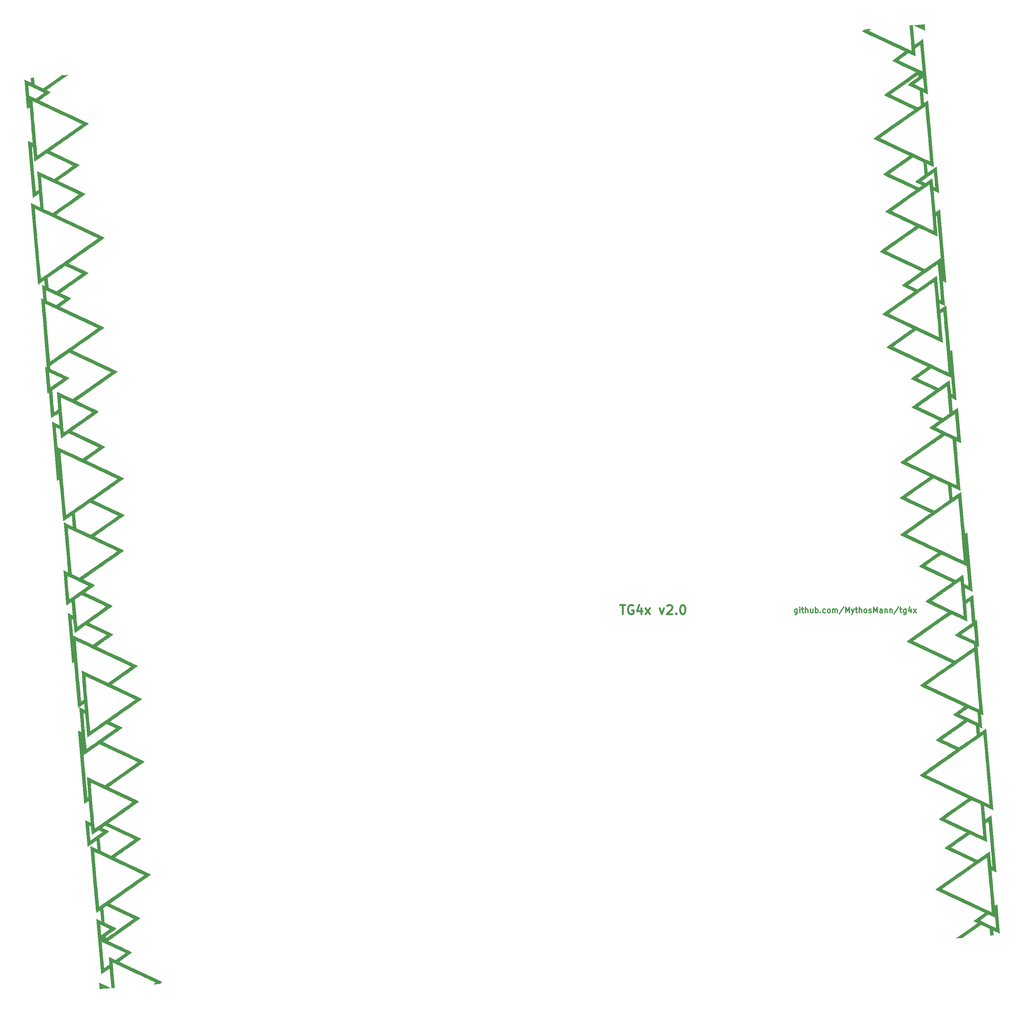
<source format=gbr>
G04 #@! TF.GenerationSoftware,KiCad,Pcbnew,(5.0.2)-1*
G04 #@! TF.CreationDate,2019-05-20T15:13:03-04:00*
G04 #@! TF.ProjectId,switch_plate,73776974-6368-45f7-906c-6174652e6b69,rev?*
G04 #@! TF.SameCoordinates,Original*
G04 #@! TF.FileFunction,Legend,Top*
G04 #@! TF.FilePolarity,Positive*
%FSLAX46Y46*%
G04 Gerber Fmt 4.6, Leading zero omitted, Abs format (unit mm)*
G04 Created by KiCad (PCBNEW (5.0.2)-1) date 5/20/2019 3:13:03 PM*
%MOMM*%
%LPD*%
G01*
G04 APERTURE LIST*
%ADD10C,0.350000*%
%ADD11C,0.500000*%
%ADD12C,0.010000*%
G04 APERTURE END LIST*
D10*
X217787142Y-19401671D02*
X217787142Y-20615957D01*
X217715714Y-20758814D01*
X217644285Y-20830242D01*
X217501428Y-20901671D01*
X217287142Y-20901671D01*
X217144285Y-20830242D01*
X217787142Y-20330242D02*
X217644285Y-20401671D01*
X217358571Y-20401671D01*
X217215714Y-20330242D01*
X217144285Y-20258814D01*
X217072857Y-20115957D01*
X217072857Y-19687385D01*
X217144285Y-19544528D01*
X217215714Y-19473100D01*
X217358571Y-19401671D01*
X217644285Y-19401671D01*
X217787142Y-19473100D01*
X218501428Y-20401671D02*
X218501428Y-19401671D01*
X218501428Y-18901671D02*
X218430000Y-18973100D01*
X218501428Y-19044528D01*
X218572857Y-18973100D01*
X218501428Y-18901671D01*
X218501428Y-19044528D01*
X219001428Y-19401671D02*
X219572857Y-19401671D01*
X219215714Y-18901671D02*
X219215714Y-20187385D01*
X219287142Y-20330242D01*
X219430000Y-20401671D01*
X219572857Y-20401671D01*
X220072857Y-20401671D02*
X220072857Y-18901671D01*
X220715714Y-20401671D02*
X220715714Y-19615957D01*
X220644285Y-19473100D01*
X220501428Y-19401671D01*
X220287142Y-19401671D01*
X220144285Y-19473100D01*
X220072857Y-19544528D01*
X222072857Y-19401671D02*
X222072857Y-20401671D01*
X221430000Y-19401671D02*
X221430000Y-20187385D01*
X221501428Y-20330242D01*
X221644285Y-20401671D01*
X221858571Y-20401671D01*
X222001428Y-20330242D01*
X222072857Y-20258814D01*
X222787142Y-20401671D02*
X222787142Y-18901671D01*
X222787142Y-19473100D02*
X222930000Y-19401671D01*
X223215714Y-19401671D01*
X223358571Y-19473100D01*
X223430000Y-19544528D01*
X223501428Y-19687385D01*
X223501428Y-20115957D01*
X223430000Y-20258814D01*
X223358571Y-20330242D01*
X223215714Y-20401671D01*
X222930000Y-20401671D01*
X222787142Y-20330242D01*
X224144285Y-20258814D02*
X224215714Y-20330242D01*
X224144285Y-20401671D01*
X224072857Y-20330242D01*
X224144285Y-20258814D01*
X224144285Y-20401671D01*
X225501428Y-20330242D02*
X225358571Y-20401671D01*
X225072857Y-20401671D01*
X224930000Y-20330242D01*
X224858571Y-20258814D01*
X224787142Y-20115957D01*
X224787142Y-19687385D01*
X224858571Y-19544528D01*
X224930000Y-19473100D01*
X225072857Y-19401671D01*
X225358571Y-19401671D01*
X225501428Y-19473100D01*
X226358571Y-20401671D02*
X226215714Y-20330242D01*
X226144285Y-20258814D01*
X226072857Y-20115957D01*
X226072857Y-19687385D01*
X226144285Y-19544528D01*
X226215714Y-19473100D01*
X226358571Y-19401671D01*
X226572857Y-19401671D01*
X226715714Y-19473100D01*
X226787142Y-19544528D01*
X226858571Y-19687385D01*
X226858571Y-20115957D01*
X226787142Y-20258814D01*
X226715714Y-20330242D01*
X226572857Y-20401671D01*
X226358571Y-20401671D01*
X227501428Y-20401671D02*
X227501428Y-19401671D01*
X227501428Y-19544528D02*
X227572857Y-19473100D01*
X227715714Y-19401671D01*
X227930000Y-19401671D01*
X228072857Y-19473100D01*
X228144285Y-19615957D01*
X228144285Y-20401671D01*
X228144285Y-19615957D02*
X228215714Y-19473100D01*
X228358571Y-19401671D01*
X228572857Y-19401671D01*
X228715714Y-19473100D01*
X228787142Y-19615957D01*
X228787142Y-20401671D01*
X230572857Y-18830242D02*
X229287142Y-20758814D01*
X231072857Y-20401671D02*
X231072857Y-18901671D01*
X231572857Y-19973100D01*
X232072857Y-18901671D01*
X232072857Y-20401671D01*
X232644285Y-19401671D02*
X233001428Y-20401671D01*
X233358571Y-19401671D02*
X233001428Y-20401671D01*
X232858571Y-20758814D01*
X232787142Y-20830242D01*
X232644285Y-20901671D01*
X233715714Y-19401671D02*
X234287142Y-19401671D01*
X233930000Y-18901671D02*
X233930000Y-20187385D01*
X234001428Y-20330242D01*
X234144285Y-20401671D01*
X234287142Y-20401671D01*
X234787142Y-20401671D02*
X234787142Y-18901671D01*
X235430000Y-20401671D02*
X235430000Y-19615957D01*
X235358571Y-19473100D01*
X235215714Y-19401671D01*
X235001428Y-19401671D01*
X234858571Y-19473100D01*
X234787142Y-19544528D01*
X236358571Y-20401671D02*
X236215714Y-20330242D01*
X236144285Y-20258814D01*
X236072857Y-20115957D01*
X236072857Y-19687385D01*
X236144285Y-19544528D01*
X236215714Y-19473100D01*
X236358571Y-19401671D01*
X236572857Y-19401671D01*
X236715714Y-19473100D01*
X236787142Y-19544528D01*
X236858571Y-19687385D01*
X236858571Y-20115957D01*
X236787142Y-20258814D01*
X236715714Y-20330242D01*
X236572857Y-20401671D01*
X236358571Y-20401671D01*
X237430000Y-20330242D02*
X237572857Y-20401671D01*
X237858571Y-20401671D01*
X238001428Y-20330242D01*
X238072857Y-20187385D01*
X238072857Y-20115957D01*
X238001428Y-19973100D01*
X237858571Y-19901671D01*
X237644285Y-19901671D01*
X237501428Y-19830242D01*
X237430000Y-19687385D01*
X237430000Y-19615957D01*
X237501428Y-19473100D01*
X237644285Y-19401671D01*
X237858571Y-19401671D01*
X238001428Y-19473100D01*
X238715714Y-20401671D02*
X238715714Y-18901671D01*
X239215714Y-19973100D01*
X239715714Y-18901671D01*
X239715714Y-20401671D01*
X241072857Y-20401671D02*
X241072857Y-19615957D01*
X241001428Y-19473100D01*
X240858571Y-19401671D01*
X240572857Y-19401671D01*
X240430000Y-19473100D01*
X241072857Y-20330242D02*
X240930000Y-20401671D01*
X240572857Y-20401671D01*
X240430000Y-20330242D01*
X240358571Y-20187385D01*
X240358571Y-20044528D01*
X240430000Y-19901671D01*
X240572857Y-19830242D01*
X240930000Y-19830242D01*
X241072857Y-19758814D01*
X241787142Y-19401671D02*
X241787142Y-20401671D01*
X241787142Y-19544528D02*
X241858571Y-19473100D01*
X242001428Y-19401671D01*
X242215714Y-19401671D01*
X242358571Y-19473100D01*
X242430000Y-19615957D01*
X242430000Y-20401671D01*
X243144285Y-19401671D02*
X243144285Y-20401671D01*
X243144285Y-19544528D02*
X243215714Y-19473100D01*
X243358571Y-19401671D01*
X243572857Y-19401671D01*
X243715714Y-19473100D01*
X243787142Y-19615957D01*
X243787142Y-20401671D01*
X245572857Y-18830242D02*
X244287142Y-20758814D01*
X245858571Y-19401671D02*
X246430000Y-19401671D01*
X246072857Y-18901671D02*
X246072857Y-20187385D01*
X246144285Y-20330242D01*
X246287142Y-20401671D01*
X246430000Y-20401671D01*
X247572857Y-19401671D02*
X247572857Y-20615957D01*
X247501428Y-20758814D01*
X247430000Y-20830242D01*
X247287142Y-20901671D01*
X247072857Y-20901671D01*
X246930000Y-20830242D01*
X247572857Y-20330242D02*
X247430000Y-20401671D01*
X247144285Y-20401671D01*
X247001428Y-20330242D01*
X246930000Y-20258814D01*
X246858571Y-20115957D01*
X246858571Y-19687385D01*
X246930000Y-19544528D01*
X247001428Y-19473100D01*
X247144285Y-19401671D01*
X247430000Y-19401671D01*
X247572857Y-19473100D01*
X248930000Y-19401671D02*
X248930000Y-20401671D01*
X248572857Y-18830242D02*
X248215714Y-19901671D01*
X249144285Y-19901671D01*
X249572857Y-20401671D02*
X250358571Y-19401671D01*
X249572857Y-19401671D02*
X250358571Y-20401671D01*
D11*
X169374680Y-18290552D02*
X170803252Y-18290552D01*
X170088966Y-20790552D02*
X170088966Y-18290552D01*
X172946109Y-18409600D02*
X172708014Y-18290552D01*
X172350871Y-18290552D01*
X171993728Y-18409600D01*
X171755633Y-18647695D01*
X171636585Y-18885790D01*
X171517538Y-19361980D01*
X171517538Y-19719123D01*
X171636585Y-20195314D01*
X171755633Y-20433409D01*
X171993728Y-20671504D01*
X172350871Y-20790552D01*
X172588966Y-20790552D01*
X172946109Y-20671504D01*
X173065157Y-20552457D01*
X173065157Y-19719123D01*
X172588966Y-19719123D01*
X175208014Y-19123885D02*
X175208014Y-20790552D01*
X174612776Y-18171504D02*
X174017538Y-19957219D01*
X175565157Y-19957219D01*
X176279442Y-20790552D02*
X177588966Y-19123885D01*
X176279442Y-19123885D02*
X177588966Y-20790552D01*
X180208014Y-19123885D02*
X180803252Y-20790552D01*
X181398490Y-19123885D01*
X182231823Y-18528647D02*
X182350871Y-18409600D01*
X182588966Y-18290552D01*
X183184204Y-18290552D01*
X183422300Y-18409600D01*
X183541347Y-18528647D01*
X183660395Y-18766742D01*
X183660395Y-19004838D01*
X183541347Y-19361980D01*
X182112776Y-20790552D01*
X183660395Y-20790552D01*
X184731823Y-20552457D02*
X184850871Y-20671504D01*
X184731823Y-20790552D01*
X184612776Y-20671504D01*
X184731823Y-20552457D01*
X184731823Y-20790552D01*
X186398490Y-18290552D02*
X186636585Y-18290552D01*
X186874680Y-18409600D01*
X186993728Y-18528647D01*
X187112776Y-18766742D01*
X187231823Y-19242933D01*
X187231823Y-19838171D01*
X187112776Y-20314361D01*
X186993728Y-20552457D01*
X186874680Y-20671504D01*
X186636585Y-20790552D01*
X186398490Y-20790552D01*
X186160395Y-20671504D01*
X186041347Y-20552457D01*
X185922300Y-20314361D01*
X185803252Y-19838171D01*
X185803252Y-19242933D01*
X185922300Y-18766742D01*
X186041347Y-18528647D01*
X186160395Y-18409600D01*
X186398490Y-18290552D01*
D12*
G04 #@! TO.C,G\002A\002A\002A*
G36*
X31797561Y45557238D02*
X31601901Y45413641D01*
X31288037Y45187779D01*
X30866301Y44886965D01*
X30347030Y44518512D01*
X29740555Y44089734D01*
X29057214Y43607942D01*
X28307339Y43080451D01*
X27501266Y42514573D01*
X26649328Y41917621D01*
X26259733Y41644991D01*
X25389772Y41035959D01*
X24560337Y40454330D01*
X23781850Y39907472D01*
X23064731Y39402747D01*
X22419400Y38947523D01*
X21856281Y38549165D01*
X21385792Y38215038D01*
X21018357Y37952508D01*
X20764396Y37768941D01*
X20634329Y37671702D01*
X20619052Y37658201D01*
X20686126Y37609907D01*
X20890985Y37498839D01*
X21217538Y37332896D01*
X21649689Y37119977D01*
X22171345Y36867981D01*
X22766411Y36584805D01*
X23418795Y36278349D01*
X23652207Y36169599D01*
X24322311Y35856223D01*
X24942170Y35562829D01*
X25495420Y35297428D01*
X25965697Y35068028D01*
X26336635Y34882639D01*
X26591871Y34749271D01*
X26715037Y34675932D01*
X26723913Y34666232D01*
X26657743Y34604267D01*
X26465168Y34455017D01*
X26158948Y34227677D01*
X25751839Y33931440D01*
X25256595Y33575501D01*
X24685976Y33169056D01*
X24052736Y32721298D01*
X23369633Y32241423D01*
X23037736Y32009328D01*
X22336004Y31518497D01*
X21678047Y31056704D01*
X21076614Y30633005D01*
X20544453Y30256457D01*
X20094314Y29936117D01*
X19738946Y29681044D01*
X19491098Y29500294D01*
X19363519Y29402924D01*
X19348731Y29388540D01*
X19423960Y29346098D01*
X19639330Y29238619D01*
X19981442Y29072480D01*
X20436898Y28854060D01*
X20992302Y28589735D01*
X21634257Y28285884D01*
X22349362Y27948884D01*
X23124224Y27585114D01*
X23880422Y27231316D01*
X24699164Y26847871D01*
X25470872Y26484516D01*
X26182088Y26147718D01*
X26819353Y25843943D01*
X27369209Y25579656D01*
X27818198Y25361324D01*
X28152860Y25195414D01*
X28359737Y25088391D01*
X28425628Y25047527D01*
X28362616Y24985098D01*
X28175634Y24837231D01*
X27879834Y24615026D01*
X27490371Y24329578D01*
X27022395Y23991984D01*
X26491060Y23613341D01*
X25911517Y23204746D01*
X25861833Y23169911D01*
X25278625Y22760004D01*
X24741641Y22380318D01*
X24266121Y22041798D01*
X23867301Y21755394D01*
X23560421Y21532054D01*
X23360719Y21382725D01*
X23283434Y21318355D01*
X23282997Y21317170D01*
X23358087Y21274911D01*
X23574208Y21167322D01*
X23918797Y21000360D01*
X24379289Y20779985D01*
X24943122Y20512157D01*
X25597729Y20202834D01*
X26330548Y19857975D01*
X27129016Y19483540D01*
X27980567Y19085487D01*
X28434339Y18873867D01*
X29308898Y18465444D01*
X30137191Y18076909D01*
X30906601Y17714292D01*
X31604507Y17383619D01*
X32218292Y17090923D01*
X32735335Y16842232D01*
X33143016Y16643576D01*
X33428717Y16500983D01*
X33579819Y16420484D01*
X33600983Y16405294D01*
X33536679Y16345719D01*
X33345303Y16198030D01*
X33038786Y15970811D01*
X32629064Y15672648D01*
X32128068Y15312130D01*
X31547732Y14897841D01*
X30899989Y14438369D01*
X30196772Y13942300D01*
X29450013Y13418220D01*
X29439470Y13410840D01*
X28690624Y12886293D01*
X27983432Y12390233D01*
X27330029Y11931220D01*
X26742548Y11517808D01*
X26233123Y11158556D01*
X25813887Y10862020D01*
X25496974Y10636757D01*
X25294519Y10491323D01*
X25218654Y10434276D01*
X25218603Y10434216D01*
X25285271Y10390081D01*
X25492085Y10281514D01*
X25825458Y10115064D01*
X26271799Y9897281D01*
X26817520Y9634718D01*
X27449030Y9333922D01*
X28152740Y9001445D01*
X28915060Y8643837D01*
X29471727Y8384185D01*
X30268239Y8012784D01*
X31016964Y7662253D01*
X31704130Y7339137D01*
X32315963Y7049978D01*
X32838693Y6801321D01*
X33258545Y6599710D01*
X33561748Y6451689D01*
X33734529Y6363800D01*
X33770504Y6341666D01*
X33703765Y6286585D01*
X33510223Y6143349D01*
X33202023Y5920587D01*
X32791309Y5626928D01*
X32290227Y5271002D01*
X31710921Y4861440D01*
X31065538Y4406869D01*
X30366221Y3915921D01*
X29709691Y3456339D01*
X28969273Y2938615D01*
X28268997Y2448757D01*
X27621403Y1995549D01*
X27039032Y1587778D01*
X26534424Y1234229D01*
X26120121Y943689D01*
X25808662Y724943D01*
X25612588Y586777D01*
X25545665Y538991D01*
X25597295Y486012D01*
X25799666Y366816D01*
X26148572Y183483D01*
X26639804Y-61904D01*
X27269154Y-367266D01*
X28032414Y-730523D01*
X28925377Y-1149594D01*
X29520940Y-1426626D01*
X30296453Y-1787091D01*
X31023785Y-2126677D01*
X31688778Y-2438671D01*
X32277279Y-2716359D01*
X32775133Y-2953028D01*
X33168183Y-3141963D01*
X33442275Y-3276450D01*
X33583254Y-3349776D01*
X33599506Y-3361102D01*
X33532365Y-3415350D01*
X33336671Y-3558900D01*
X33022883Y-3784365D01*
X32601462Y-4084359D01*
X32082870Y-4451494D01*
X31477567Y-4878387D01*
X30796014Y-5357649D01*
X30048673Y-5881896D01*
X29246005Y-6443740D01*
X28398470Y-7035797D01*
X28113480Y-7234621D01*
X27250034Y-7837086D01*
X26425283Y-8413072D01*
X25650005Y-8955021D01*
X24934979Y-9455378D01*
X24290976Y-9906584D01*
X23728776Y-10301081D01*
X23259154Y-10631313D01*
X22892887Y-10889722D01*
X22640750Y-11068751D01*
X22513521Y-11160842D01*
X22501262Y-11170438D01*
X22483712Y-11217764D01*
X22535452Y-11283719D01*
X22672299Y-11377382D01*
X22910072Y-11507839D01*
X23264586Y-11684170D01*
X23751663Y-11915458D01*
X24003399Y-12032954D01*
X24485235Y-12259776D01*
X24910788Y-12465289D01*
X25257510Y-12638173D01*
X25502853Y-12767108D01*
X25624265Y-12840775D01*
X25633301Y-12851113D01*
X25568967Y-12916899D01*
X25386524Y-13063081D01*
X25107135Y-13273729D01*
X24751962Y-13532920D01*
X24342168Y-13824728D01*
X24302025Y-13852963D01*
X23885109Y-14146896D01*
X23516996Y-14408313D01*
X23219725Y-14621410D01*
X23015332Y-14770379D01*
X22925852Y-14839419D01*
X22924286Y-14841056D01*
X22990408Y-14885421D01*
X23195692Y-14994180D01*
X23525756Y-15160323D01*
X23966212Y-15376848D01*
X24502680Y-15636748D01*
X25120775Y-15933020D01*
X25806113Y-16258657D01*
X26544311Y-16606656D01*
X26692251Y-16676083D01*
X27440626Y-17027827D01*
X28140445Y-17358294D01*
X28777109Y-17660483D01*
X29336021Y-17927389D01*
X29802582Y-18152012D01*
X30162192Y-18327347D01*
X30400255Y-18446392D01*
X30502171Y-18502145D01*
X30504938Y-18504968D01*
X30438615Y-18560772D01*
X30247133Y-18703965D01*
X29944055Y-18924822D01*
X29542938Y-19213620D01*
X29057343Y-19560630D01*
X28500830Y-19956130D01*
X27886958Y-20390395D01*
X27266064Y-20827840D01*
X26610473Y-21289794D01*
X25999457Y-21722170D01*
X25446570Y-22115247D01*
X24965368Y-22459299D01*
X24569403Y-22744607D01*
X24272232Y-22961444D01*
X24087408Y-23100089D01*
X24028228Y-23150482D01*
X24103570Y-23193785D01*
X24317060Y-23300362D01*
X24652994Y-23462759D01*
X25095663Y-23673524D01*
X25629362Y-23925205D01*
X26238385Y-24210348D01*
X26907023Y-24521501D01*
X27353394Y-24728263D01*
X28051618Y-25052102D01*
X28700122Y-25354790D01*
X29283202Y-25628856D01*
X29785153Y-25866831D01*
X30190271Y-26061243D01*
X30482852Y-26204625D01*
X30647192Y-26289504D01*
X30677814Y-26309597D01*
X30611840Y-26367160D01*
X30422752Y-26509276D01*
X30126798Y-26724308D01*
X29740222Y-27000614D01*
X29279271Y-27326560D01*
X28760191Y-27690507D01*
X28395083Y-27944876D01*
X27847648Y-28328324D01*
X27349248Y-28683191D01*
X26915903Y-28997616D01*
X26563632Y-29259739D01*
X26308457Y-29457698D01*
X26166398Y-29579635D01*
X26142377Y-29612688D01*
X26222874Y-29660384D01*
X26444871Y-29773371D01*
X26796184Y-29945849D01*
X27264629Y-30172010D01*
X27838021Y-30446052D01*
X28504175Y-30762173D01*
X29250906Y-31114568D01*
X30066030Y-31497432D01*
X30937363Y-31904964D01*
X31744300Y-32280943D01*
X32654622Y-32705189D01*
X33519100Y-33109706D01*
X34325601Y-33488715D01*
X35061988Y-33836435D01*
X35716128Y-34147085D01*
X36275885Y-34414887D01*
X36729126Y-34634060D01*
X37063714Y-34798824D01*
X37267516Y-34903397D01*
X37329061Y-34941127D01*
X37265017Y-35001858D01*
X37074815Y-35149672D01*
X36771466Y-35375177D01*
X36367979Y-35668983D01*
X35877360Y-36021700D01*
X35312619Y-36423937D01*
X34686764Y-36866302D01*
X34012805Y-37339407D01*
X33822902Y-37472157D01*
X33136809Y-37952615D01*
X32494083Y-38405186D01*
X31907905Y-38820415D01*
X31391452Y-39188850D01*
X30957903Y-39501035D01*
X30620436Y-39747518D01*
X30392231Y-39918846D01*
X30286466Y-40005564D01*
X30280631Y-40013156D01*
X30351459Y-40063080D01*
X30562080Y-40177123D01*
X30898529Y-40348471D01*
X31346841Y-40570309D01*
X31893046Y-40835825D01*
X32523182Y-41138201D01*
X33223281Y-41470625D01*
X33979376Y-41826282D01*
X34385404Y-42015981D01*
X35165362Y-42380292D01*
X35897268Y-42723586D01*
X36567072Y-43039178D01*
X37160725Y-43320378D01*
X37664179Y-43560497D01*
X38063383Y-43752850D01*
X38344287Y-43890748D01*
X38492845Y-43967500D01*
X38513124Y-43980973D01*
X38446322Y-44035685D01*
X38252383Y-44179009D01*
X37943017Y-44402619D01*
X37529931Y-44698194D01*
X37024836Y-45057411D01*
X36439439Y-45471948D01*
X35785449Y-45933481D01*
X35074575Y-46433690D01*
X34318524Y-46964249D01*
X34152354Y-47080674D01*
X33388152Y-47616711D01*
X32666638Y-48124275D01*
X31999521Y-48595034D01*
X31398511Y-49020654D01*
X30875317Y-49392800D01*
X30441648Y-49703142D01*
X30109212Y-49943346D01*
X29889720Y-50105077D01*
X29794879Y-50180003D01*
X29791897Y-50183956D01*
X29866382Y-50231517D01*
X30072652Y-50338897D01*
X30388616Y-50495241D01*
X30792181Y-50689691D01*
X31261253Y-50911389D01*
X31479255Y-51013168D01*
X31969840Y-51243274D01*
X32404487Y-51450795D01*
X32761105Y-51624879D01*
X33017604Y-51754678D01*
X33151893Y-51829343D01*
X33166566Y-51841842D01*
X33100508Y-51898899D01*
X32910463Y-52042052D01*
X32611354Y-52260571D01*
X32218107Y-52543720D01*
X31745650Y-52880766D01*
X31208907Y-53260974D01*
X30622804Y-53673611D01*
X30485282Y-53770087D01*
X29890945Y-54189181D01*
X29343880Y-54579615D01*
X28858847Y-54930501D01*
X28450604Y-55230953D01*
X28133906Y-55470083D01*
X27923516Y-55637005D01*
X27834188Y-55720831D01*
X27832299Y-55727166D01*
X27912494Y-55774070D01*
X28134315Y-55886257D01*
X28485667Y-56057984D01*
X28954458Y-56283509D01*
X29528595Y-56557090D01*
X30195986Y-56872983D01*
X30944536Y-57225447D01*
X31762154Y-57608740D01*
X32636745Y-58017116D01*
X33514769Y-58425588D01*
X34432017Y-58852541D01*
X35303394Y-59260055D01*
X36116857Y-59642382D01*
X36860363Y-59993771D01*
X37521872Y-60308471D01*
X38089339Y-60580733D01*
X38550724Y-60804806D01*
X38893983Y-60974938D01*
X39107076Y-61085381D01*
X39178000Y-61129891D01*
X39112440Y-61190368D01*
X38918721Y-61339299D01*
X38607921Y-61568766D01*
X38191122Y-61870855D01*
X37679400Y-62237647D01*
X37083835Y-62661230D01*
X36415504Y-63133685D01*
X35685487Y-63647098D01*
X34904863Y-64193553D01*
X34298412Y-64616443D01*
X33487759Y-65181899D01*
X32719712Y-65719767D01*
X32005317Y-66222174D01*
X31355616Y-66681255D01*
X30781655Y-67089140D01*
X30294477Y-67437962D01*
X29905128Y-67719851D01*
X29624649Y-67926938D01*
X29464088Y-68051357D01*
X29428993Y-68085650D01*
X29507952Y-68132368D01*
X29726386Y-68243539D01*
X30070147Y-68412387D01*
X30525089Y-68632132D01*
X31077062Y-68895997D01*
X31711921Y-69197203D01*
X32415518Y-69528973D01*
X33173704Y-69884528D01*
X33571954Y-70070556D01*
X34351384Y-70435501D01*
X35082465Y-70780401D01*
X35751169Y-71098458D01*
X36343464Y-71382876D01*
X36845322Y-71626856D01*
X37242711Y-71823602D01*
X37521603Y-71966315D01*
X37667965Y-72048199D01*
X37687062Y-72064324D01*
X37618713Y-72124415D01*
X37423381Y-72272596D01*
X37113092Y-72500255D01*
X36699874Y-72798789D01*
X36195751Y-73159587D01*
X35612753Y-73574044D01*
X34962905Y-74033551D01*
X34258235Y-74529501D01*
X33510768Y-75053288D01*
X33509189Y-75054391D01*
X32762195Y-75577467D01*
X32058210Y-76071850D01*
X31409214Y-76529037D01*
X30827184Y-76940518D01*
X30324102Y-77297785D01*
X29911947Y-77592331D01*
X29602699Y-77815649D01*
X29408338Y-77959231D01*
X29340843Y-78014568D01*
X29340846Y-78014624D01*
X29416378Y-78056880D01*
X29632138Y-78163723D01*
X29974611Y-78328766D01*
X30430282Y-78545626D01*
X30985637Y-78807915D01*
X31627161Y-79109248D01*
X32341341Y-79443239D01*
X33114660Y-79803503D01*
X33816606Y-80129425D01*
X34629944Y-80507192D01*
X35395730Y-80864217D01*
X36100452Y-81194111D01*
X36730600Y-81490485D01*
X37272662Y-81746950D01*
X37713127Y-81957117D01*
X38038485Y-82114595D01*
X38235227Y-82212997D01*
X38291254Y-82245499D01*
X38224660Y-82300880D01*
X38031981Y-82443813D01*
X37726119Y-82665119D01*
X37319975Y-82955616D01*
X36826449Y-83306125D01*
X36258442Y-83707466D01*
X35628852Y-84150459D01*
X34950584Y-84625923D01*
X34690850Y-84807552D01*
X33997899Y-85292774D01*
X33348933Y-85749069D01*
X32756850Y-86167242D01*
X32234543Y-86538092D01*
X31794911Y-86852423D01*
X31450847Y-87101037D01*
X31215250Y-87274735D01*
X31101014Y-87364321D01*
X31092086Y-87374292D01*
X31167720Y-87417407D01*
X31384109Y-87525625D01*
X31728379Y-87692831D01*
X32187657Y-87912912D01*
X32749067Y-88179756D01*
X33399736Y-88487248D01*
X34126789Y-88829275D01*
X34917353Y-89199723D01*
X35758552Y-89592480D01*
X36013492Y-89711244D01*
X36867050Y-90109315D01*
X37673718Y-90486773D01*
X38420626Y-90837515D01*
X39094908Y-91155437D01*
X39683696Y-91434439D01*
X40174121Y-91668416D01*
X40553317Y-91851264D01*
X40808414Y-91976884D01*
X40926545Y-92039170D01*
X40933352Y-92044552D01*
X40866264Y-92098809D01*
X40670662Y-92242676D01*
X40356880Y-92468830D01*
X39935251Y-92769953D01*
X39416109Y-93138725D01*
X38809788Y-93567825D01*
X38126621Y-94049933D01*
X37376943Y-94577731D01*
X36571085Y-95143896D01*
X35719383Y-95741109D01*
X35331233Y-96012912D01*
X34462516Y-96621663D01*
X33635106Y-97202801D01*
X32859334Y-97748990D01*
X32145537Y-98252889D01*
X31504047Y-98707161D01*
X30945201Y-99104466D01*
X30479331Y-99437469D01*
X30116775Y-99698829D01*
X29867863Y-99881209D01*
X29742933Y-99977270D01*
X29729904Y-99990309D01*
X29805237Y-100035246D01*
X30020061Y-100144855D01*
X30360332Y-100312392D01*
X30812007Y-100531110D01*
X31361041Y-100794264D01*
X31993391Y-101095107D01*
X32695011Y-101426894D01*
X33451858Y-101782879D01*
X33858403Y-101973359D01*
X34639052Y-102339747D01*
X35372308Y-102686031D01*
X36044033Y-103005384D01*
X36640088Y-103290985D01*
X37146335Y-103536007D01*
X37548632Y-103733628D01*
X37832843Y-103877022D01*
X37984827Y-103959365D01*
X38006867Y-103975644D01*
X37943741Y-104035635D01*
X37753307Y-104184032D01*
X37447193Y-104412443D01*
X37037024Y-104712472D01*
X36534429Y-105075726D01*
X35951037Y-105493810D01*
X35298472Y-105958328D01*
X34588364Y-106460886D01*
X33832340Y-106993092D01*
X33653327Y-107118707D01*
X32889735Y-107655859D01*
X32170559Y-108164959D01*
X31507279Y-108637674D01*
X30911376Y-109065666D01*
X30394330Y-109440600D01*
X29967621Y-109754141D01*
X29642729Y-109997952D01*
X29431134Y-110163697D01*
X29344316Y-110243041D01*
X29343300Y-110248282D01*
X29432375Y-110295890D01*
X29658448Y-110407272D01*
X30005072Y-110574583D01*
X30455803Y-110789977D01*
X30994197Y-111045609D01*
X31603807Y-111333632D01*
X32268191Y-111646201D01*
X32579863Y-111792406D01*
X33261061Y-112113580D01*
X33892326Y-112414902D01*
X34457600Y-112688434D01*
X34940823Y-112926234D01*
X35325939Y-113120365D01*
X35596889Y-113262885D01*
X35737614Y-113345858D01*
X35754196Y-113361838D01*
X35689373Y-113431770D01*
X35503957Y-113583997D01*
X35216587Y-113804439D01*
X34845908Y-114079023D01*
X34410560Y-114393670D01*
X34035664Y-114659556D01*
X33562995Y-114993844D01*
X33140016Y-115296324D01*
X32785341Y-115553413D01*
X32517580Y-115751527D01*
X32355350Y-115877081D01*
X32314042Y-115916049D01*
X32389368Y-115957731D01*
X32606563Y-116064984D01*
X32953824Y-116232243D01*
X33419353Y-116453942D01*
X33991352Y-116724516D01*
X34658021Y-117038398D01*
X35407560Y-117390024D01*
X36228169Y-117773827D01*
X37108052Y-118184243D01*
X38035406Y-118615704D01*
X38163841Y-118675376D01*
X39096787Y-119109353D01*
X39983883Y-119523167D01*
X40813327Y-119911240D01*
X41573314Y-120267993D01*
X42252039Y-120587850D01*
X42837699Y-120865233D01*
X43318489Y-121094563D01*
X43682604Y-121270264D01*
X43918241Y-121386757D01*
X44013595Y-121438465D01*
X44015076Y-121440175D01*
X43954299Y-121512801D01*
X43795956Y-121639357D01*
X43707680Y-121701791D01*
X43531112Y-121806696D01*
X43336812Y-121879015D01*
X43079165Y-121929993D01*
X42712561Y-121970870D01*
X42563733Y-121983741D01*
X41731446Y-122052795D01*
X42030635Y-121839154D01*
X42212021Y-121700294D01*
X42316066Y-121602496D01*
X42326036Y-121583349D01*
X42251096Y-121543247D01*
X42036838Y-121438652D01*
X41697591Y-121276247D01*
X41247684Y-121062721D01*
X40701447Y-120804756D01*
X40073208Y-120509039D01*
X39377297Y-120182255D01*
X38628043Y-119831090D01*
X37839774Y-119462228D01*
X37026819Y-119082356D01*
X36203508Y-118698159D01*
X35384170Y-118316322D01*
X34583134Y-117943529D01*
X33814729Y-117586468D01*
X33093283Y-117251823D01*
X32433126Y-116946280D01*
X31848587Y-116676523D01*
X31353994Y-116449239D01*
X30963678Y-116271112D01*
X30691968Y-116148828D01*
X30553189Y-116089073D01*
X30539976Y-116084425D01*
X30525216Y-116161569D01*
X30527560Y-116400029D01*
X30546557Y-116792700D01*
X30581754Y-117332475D01*
X30632698Y-118012250D01*
X30698936Y-118824920D01*
X30759360Y-119528576D01*
X31062522Y-122993729D01*
X30219077Y-123067521D01*
X29747551Y-117677956D01*
X28586661Y-118494819D01*
X27425771Y-119311681D01*
X26105642Y-104222537D01*
X27066518Y-104682751D01*
X27153065Y-105671991D01*
X27136973Y-105744624D01*
X27136292Y-105959836D01*
X27149967Y-106291672D01*
X27176944Y-106714183D01*
X27214486Y-107182274D01*
X27260560Y-107666907D01*
X27307325Y-108084711D01*
X27351313Y-108409945D01*
X27363196Y-108475086D01*
X27530228Y-110384273D01*
X27529965Y-110466414D01*
X27543489Y-110700091D01*
X27569467Y-111068189D01*
X27606568Y-111553586D01*
X27653459Y-112139165D01*
X27708807Y-112807805D01*
X27771283Y-113542388D01*
X27816505Y-114063378D01*
X27885183Y-114831136D01*
X27951777Y-115543009D01*
X28014491Y-116182096D01*
X28071531Y-116731491D01*
X28121102Y-117174293D01*
X28161407Y-117493599D01*
X28190654Y-117672505D01*
X28203269Y-117705362D01*
X28296942Y-117645476D01*
X28496565Y-117511701D01*
X28768829Y-117326489D01*
X28963411Y-117192985D01*
X29658400Y-116714639D01*
X29523934Y-114636281D01*
X30438400Y-115070215D01*
X31352866Y-115504149D01*
X32088792Y-114991180D01*
X32696914Y-114565780D01*
X33177168Y-114225912D01*
X33541878Y-113962134D01*
X33803366Y-113765005D01*
X33973957Y-113625080D01*
X34065974Y-113532920D01*
X34091740Y-113479081D01*
X34083125Y-113463160D01*
X33993561Y-113415626D01*
X33771142Y-113306408D01*
X33435198Y-113144587D01*
X33005057Y-112939245D01*
X32500047Y-112699463D01*
X31939495Y-112434321D01*
X31342731Y-112152904D01*
X30729084Y-111864290D01*
X30117880Y-111577562D01*
X29528449Y-111301801D01*
X28980119Y-111046090D01*
X28492220Y-110819508D01*
X28084077Y-110631138D01*
X27775022Y-110490060D01*
X27584381Y-110405359D01*
X27530228Y-110384273D01*
X27363196Y-108475086D01*
X27389058Y-108616864D01*
X27416256Y-108680277D01*
X27537078Y-108605553D01*
X27756812Y-108457373D01*
X28048374Y-108255114D01*
X28384684Y-108018160D01*
X28738659Y-107765890D01*
X29083216Y-107517687D01*
X29391273Y-107292931D01*
X29635748Y-107111003D01*
X29789558Y-106991285D01*
X29829165Y-106953519D01*
X29756270Y-106908025D01*
X29559759Y-106805744D01*
X29269670Y-106661063D01*
X28916038Y-106488362D01*
X28528903Y-106302027D01*
X28138298Y-106116441D01*
X27774260Y-105945987D01*
X27466826Y-105805051D01*
X27246032Y-105708015D01*
X27153065Y-105671991D01*
X27066518Y-104682751D01*
X27436250Y-104859836D01*
X27162858Y-101734950D01*
X26701727Y-102049982D01*
X26448426Y-102226432D01*
X26244399Y-102374693D01*
X26142277Y-102455532D01*
X26123670Y-102440576D01*
X26101129Y-102359309D01*
X26073866Y-102203812D01*
X26041097Y-101966168D01*
X26002036Y-101638459D01*
X25955895Y-101212766D01*
X25901890Y-100681172D01*
X25839235Y-100035758D01*
X25767143Y-99268606D01*
X25684829Y-98371798D01*
X25591506Y-97337417D01*
X25486389Y-96157543D01*
X25368692Y-94824260D01*
X25246335Y-93429165D01*
X24448711Y-84312279D01*
X25416414Y-84766937D01*
X25503181Y-85758678D01*
X25496990Y-85837961D01*
X25505836Y-86078015D01*
X25529112Y-86471004D01*
X25566217Y-87009089D01*
X25616541Y-87684433D01*
X25679484Y-88489200D01*
X25754437Y-89415549D01*
X25840797Y-90455645D01*
X25937958Y-91601650D01*
X26045315Y-92845726D01*
X26088644Y-93342399D01*
X26204264Y-94654069D01*
X26312379Y-95860785D01*
X26412315Y-96955651D01*
X26503396Y-97931770D01*
X26584948Y-98782246D01*
X26656293Y-99500183D01*
X26716758Y-100078687D01*
X26765666Y-100510859D01*
X26802342Y-100789805D01*
X26826113Y-100908627D01*
X26830020Y-100912479D01*
X26918679Y-100855357D01*
X27132173Y-100710073D01*
X27458527Y-100485041D01*
X27885766Y-100188672D01*
X28401915Y-99829378D01*
X28767671Y-99574184D01*
X28855049Y-100572928D01*
X28409785Y-100878251D01*
X27964519Y-101183575D01*
X28143277Y-103220832D01*
X28322035Y-105258089D01*
X29916309Y-106000746D01*
X30393378Y-106225721D01*
X30813974Y-106429311D01*
X31155341Y-106600067D01*
X31394725Y-106726538D01*
X31509370Y-106797276D01*
X31516029Y-106805639D01*
X31451446Y-106870619D01*
X31267911Y-107016534D01*
X30985843Y-107228145D01*
X30625660Y-107490216D01*
X30207783Y-107787505D01*
X30081325Y-107876309D01*
X28641177Y-108884741D01*
X28668203Y-109210182D01*
X28705581Y-109427946D01*
X28772202Y-109491358D01*
X28796891Y-109483317D01*
X28916930Y-109408432D01*
X29153695Y-109249257D01*
X29491855Y-109016696D01*
X29916081Y-108721654D01*
X30411041Y-108375038D01*
X30961405Y-107987750D01*
X31551842Y-107570695D01*
X32167023Y-107134779D01*
X32791618Y-106690906D01*
X33410295Y-106249981D01*
X34007724Y-105822909D01*
X34568575Y-105420594D01*
X35077518Y-105053942D01*
X35519222Y-104733857D01*
X35878357Y-104471243D01*
X36139592Y-104277006D01*
X36287597Y-104162050D01*
X36315817Y-104134971D01*
X36239996Y-104085325D01*
X36025352Y-103971663D01*
X35686686Y-103801193D01*
X35238800Y-103581126D01*
X34696499Y-103318667D01*
X34074582Y-103021025D01*
X33387852Y-102695409D01*
X32651113Y-102349028D01*
X32581816Y-102316594D01*
X28855049Y-100572928D01*
X28767671Y-99574184D01*
X28995001Y-99415570D01*
X29653047Y-98955662D01*
X30364078Y-98458064D01*
X31116122Y-97931189D01*
X31897201Y-97383448D01*
X32695342Y-96823253D01*
X33498570Y-96259017D01*
X34294911Y-95699150D01*
X35072388Y-95152065D01*
X35819028Y-94626174D01*
X36522856Y-94129889D01*
X37171896Y-93671622D01*
X37754175Y-93259783D01*
X38257716Y-92902786D01*
X38670548Y-92609042D01*
X38980692Y-92386963D01*
X39176175Y-92244960D01*
X39245022Y-92191447D01*
X39245030Y-92191364D01*
X39170028Y-92151651D01*
X38954756Y-92046694D01*
X38612470Y-91882699D01*
X38156420Y-91665868D01*
X37599861Y-91402407D01*
X36956047Y-91098519D01*
X36238230Y-90760407D01*
X35459664Y-90394277D01*
X34633602Y-90006332D01*
X33773297Y-89602776D01*
X32892002Y-89189813D01*
X32002973Y-88773647D01*
X31119460Y-88360483D01*
X30254718Y-87956523D01*
X29422000Y-87567971D01*
X28634559Y-87201034D01*
X27905649Y-86861913D01*
X27248522Y-86556814D01*
X26676433Y-86291939D01*
X26202634Y-86073493D01*
X25840379Y-85907680D01*
X25602921Y-85800704D01*
X25503514Y-85758769D01*
X25503181Y-85758678D01*
X25416414Y-84766937D01*
X26398644Y-85228421D01*
X26171850Y-82636149D01*
X23688298Y-84363694D01*
X23375444Y-80787748D01*
X23062588Y-77211801D01*
X24001433Y-77649736D01*
X24088431Y-78644132D01*
X24081611Y-78725885D01*
X24089019Y-78953385D01*
X24109214Y-79303768D01*
X24140754Y-79754173D01*
X24182200Y-80281740D01*
X24218976Y-80714967D01*
X24270710Y-81285124D01*
X24320493Y-81794690D01*
X24365810Y-82220899D01*
X24404146Y-82540983D01*
X24432985Y-82732174D01*
X24446882Y-82777284D01*
X24527663Y-82729710D01*
X24723045Y-82600668D01*
X25009457Y-82406580D01*
X25363327Y-82163867D01*
X25761084Y-81888949D01*
X26179156Y-81598247D01*
X26593974Y-81308184D01*
X26981965Y-81035178D01*
X27319556Y-80795654D01*
X27583180Y-80606030D01*
X27749261Y-80482728D01*
X27794360Y-80445250D01*
X27751539Y-80384001D01*
X27597806Y-80277087D01*
X27376795Y-80148046D01*
X27132141Y-80020416D01*
X26907475Y-79917738D01*
X26746433Y-79863551D01*
X26710627Y-79860608D01*
X26623080Y-79909327D01*
X26426058Y-80037969D01*
X26147634Y-80227691D01*
X25815878Y-80459648D01*
X25771692Y-80490932D01*
X24891406Y-81115066D01*
X24649141Y-78883991D01*
X24393909Y-78761863D01*
X24205945Y-78679638D01*
X24092489Y-78644117D01*
X24088431Y-78644132D01*
X24001433Y-77649736D01*
X24568892Y-77914434D01*
X24303578Y-74881874D01*
X24241189Y-74185679D01*
X24181020Y-73546039D01*
X24125055Y-72981757D01*
X24075286Y-72511633D01*
X24033699Y-72154472D01*
X24002282Y-71929072D01*
X23983444Y-71854110D01*
X23892809Y-71901720D01*
X23701524Y-72023700D01*
X23446803Y-72196092D01*
X23380004Y-72242560D01*
X22831382Y-72626214D01*
X21083645Y-52649492D01*
X21531025Y-52863116D01*
X21777156Y-52977227D01*
X21955204Y-53053394D01*
X22016866Y-53073376D01*
X22018140Y-52991274D01*
X22005587Y-52758404D01*
X21980566Y-52392648D01*
X21972703Y-52288020D01*
X22321916Y-56279544D01*
X22319152Y-56319596D01*
X22329352Y-56507242D01*
X22351978Y-56835445D01*
X22386489Y-57297168D01*
X22432346Y-57885374D01*
X22489009Y-58593027D01*
X22555941Y-59413090D01*
X22632601Y-60338525D01*
X22718450Y-61362298D01*
X22812949Y-62477368D01*
X22818572Y-62543372D01*
X22919933Y-63725180D01*
X23018404Y-64858131D01*
X23112938Y-65930982D01*
X23202484Y-66932489D01*
X23285994Y-67851406D01*
X23362417Y-68676490D01*
X23430707Y-69396497D01*
X23489814Y-70000183D01*
X23538687Y-70476303D01*
X23576279Y-70813613D01*
X23601540Y-71000870D01*
X23610973Y-71036797D01*
X23724015Y-70981276D01*
X23812122Y-70912960D01*
X23847969Y-70866227D01*
X23873222Y-70786932D01*
X23887366Y-70657442D01*
X23889885Y-70460120D01*
X23880262Y-70177335D01*
X23857981Y-69791450D01*
X23822528Y-69284834D01*
X23773384Y-68639850D01*
X23729207Y-68079548D01*
X23513367Y-65364003D01*
X24466033Y-65810033D01*
X24553972Y-66815185D01*
X24535608Y-66839482D01*
X24525913Y-66932663D01*
X24525553Y-67104145D01*
X24535195Y-67363350D01*
X24555504Y-67719696D01*
X24587149Y-68182603D01*
X24630794Y-68761490D01*
X24687108Y-69465778D01*
X24756756Y-70304886D01*
X24840406Y-71288231D01*
X24938724Y-72425237D01*
X25003464Y-73167206D01*
X25111706Y-74398549D01*
X25207135Y-75470513D01*
X25290731Y-76392490D01*
X25363473Y-77173874D01*
X25426341Y-77824053D01*
X25480313Y-78352424D01*
X25526369Y-78768377D01*
X25565487Y-79081302D01*
X25598649Y-79300595D01*
X25626831Y-79435645D01*
X25651015Y-79495845D01*
X25663757Y-79500084D01*
X25778428Y-79427774D01*
X26013715Y-79269355D01*
X26356531Y-79034078D01*
X26793789Y-78731188D01*
X27312400Y-78369934D01*
X27899278Y-77959561D01*
X28450251Y-77573194D01*
X28541214Y-78612902D01*
X28440528Y-78645442D01*
X28261432Y-78750166D01*
X28046975Y-78895977D01*
X27840202Y-79051776D01*
X27684160Y-79186469D01*
X27621897Y-79268957D01*
X27623798Y-79275637D01*
X27713452Y-79331873D01*
X27924510Y-79441328D01*
X28224074Y-79587467D01*
X28530340Y-79731238D01*
X28888363Y-79897352D01*
X29195226Y-80041249D01*
X29414740Y-80145866D01*
X29505090Y-80190868D01*
X29481811Y-80261339D01*
X29315028Y-80418286D01*
X29006147Y-80660573D01*
X28556571Y-80987063D01*
X28296071Y-81169971D01*
X26976676Y-82088511D01*
X27131889Y-83859724D01*
X27287101Y-85630936D01*
X28713966Y-86293001D01*
X30140830Y-86955067D01*
X33373256Y-84695505D01*
X34028454Y-84236576D01*
X34639007Y-83807128D01*
X35191294Y-83416873D01*
X35671690Y-83075521D01*
X36066573Y-82792782D01*
X36362318Y-82578367D01*
X36545305Y-82441987D01*
X36602353Y-82393740D01*
X36527983Y-82353405D01*
X36317363Y-82249827D01*
X35987802Y-82091123D01*
X35556612Y-81885413D01*
X35041102Y-81640814D01*
X34458581Y-81365447D01*
X33826363Y-81067430D01*
X33161755Y-80754882D01*
X32482069Y-80435922D01*
X31804615Y-80118669D01*
X31146704Y-79811242D01*
X30525645Y-79521759D01*
X29958749Y-79258340D01*
X29463327Y-79029103D01*
X29056689Y-78842168D01*
X28756145Y-78705654D01*
X28579006Y-78627678D01*
X28541214Y-78612902D01*
X28450251Y-77573194D01*
X28541336Y-77509320D01*
X29225486Y-77028456D01*
X29938642Y-76526217D01*
X30667715Y-76011851D01*
X31399619Y-75494604D01*
X32121267Y-74983725D01*
X32819570Y-74488461D01*
X33481443Y-74018060D01*
X34093798Y-73581770D01*
X34643546Y-73188836D01*
X35117602Y-72848507D01*
X35502878Y-72570030D01*
X35786286Y-72362654D01*
X35954740Y-72235625D01*
X35997926Y-72197941D01*
X35921432Y-72155246D01*
X35705988Y-72047872D01*
X35366131Y-71882657D01*
X34916403Y-71666439D01*
X34371340Y-71406058D01*
X33745484Y-71108351D01*
X33053370Y-70780158D01*
X32309540Y-70428316D01*
X31528532Y-70059664D01*
X30724884Y-69681040D01*
X29913136Y-69299284D01*
X29107826Y-68921233D01*
X28323494Y-68553725D01*
X27574678Y-68203601D01*
X26875917Y-67877698D01*
X26241750Y-67582853D01*
X25686717Y-67325908D01*
X25225355Y-67113697D01*
X24872203Y-66953062D01*
X24641802Y-66850841D01*
X24553972Y-66815185D01*
X24466033Y-65810033D01*
X25950419Y-66505012D01*
X26550179Y-66782678D01*
X27104077Y-67033119D01*
X27592760Y-67248053D01*
X27996875Y-67419196D01*
X28297068Y-67538267D01*
X28473984Y-67596981D01*
X28511005Y-67600851D01*
X28612220Y-67541193D01*
X28834468Y-67395151D01*
X29163674Y-67172627D01*
X29585762Y-66883519D01*
X30086659Y-66537728D01*
X30652289Y-66145154D01*
X31268578Y-65715698D01*
X31921451Y-65259260D01*
X32596833Y-64785740D01*
X33280649Y-64305039D01*
X33958826Y-63827058D01*
X34617287Y-63361694D01*
X35241958Y-62918850D01*
X35818764Y-62508426D01*
X36333631Y-62140323D01*
X36772484Y-61824440D01*
X37121248Y-61570676D01*
X37365848Y-61388934D01*
X37492210Y-61289113D01*
X37506730Y-61273192D01*
X37428884Y-61227284D01*
X37209777Y-61116286D01*
X36861871Y-60946121D01*
X36397628Y-60722712D01*
X35829510Y-60451987D01*
X35169979Y-60139866D01*
X34431496Y-59792275D01*
X33626525Y-59415139D01*
X32767525Y-59014381D01*
X32200702Y-58750805D01*
X26912554Y-56294908D01*
X24777573Y-57795833D01*
X22642591Y-59296759D01*
X22368493Y-56670368D01*
X22338183Y-56394123D01*
X22321916Y-56279544D01*
X21972703Y-52288020D01*
X21944436Y-51911889D01*
X21898556Y-51334007D01*
X21844286Y-50676886D01*
X21782983Y-49958408D01*
X21760495Y-49700073D01*
X21465664Y-46330135D01*
X22218816Y-46681452D01*
X22404508Y-46768069D01*
X22491506Y-47762465D01*
X22489603Y-47845154D01*
X22501697Y-48081796D01*
X22526654Y-48457685D01*
X22563336Y-48958119D01*
X22610606Y-49568394D01*
X22667326Y-50273806D01*
X22732359Y-51059653D01*
X22804570Y-51911229D01*
X22877249Y-52750214D01*
X22969693Y-53791901D01*
X23055620Y-54730269D01*
X23134107Y-55556399D01*
X23204233Y-56261372D01*
X23265072Y-56836273D01*
X23315704Y-57272178D01*
X23355207Y-57560172D01*
X23382657Y-57691336D01*
X23389136Y-57698597D01*
X23483406Y-57638780D01*
X23698370Y-57493010D01*
X24019215Y-57271743D01*
X24431120Y-56985437D01*
X24919272Y-56644550D01*
X25468853Y-56259538D01*
X26065050Y-55840858D01*
X26693043Y-55398968D01*
X27338019Y-54944324D01*
X27985159Y-54487385D01*
X28619650Y-54038607D01*
X29226673Y-53608448D01*
X29791415Y-53207363D01*
X30299056Y-52845813D01*
X30734782Y-52534251D01*
X31083778Y-52283137D01*
X31331225Y-52102928D01*
X31462310Y-52004080D01*
X31479585Y-51988378D01*
X31405403Y-51939451D01*
X31202597Y-51832907D01*
X30896599Y-51681413D01*
X30512846Y-51497631D01*
X30198632Y-51350551D01*
X28921667Y-50758288D01*
X26292436Y-52603119D01*
X23663207Y-54447949D01*
X23359075Y-51225789D01*
X23054944Y-48003630D01*
X22798347Y-47880849D01*
X22609902Y-47798353D01*
X22495860Y-47762470D01*
X22491506Y-47762465D01*
X22404508Y-46768069D01*
X22971968Y-47032767D01*
X22890872Y-46105852D01*
X22853581Y-45701936D01*
X22821812Y-45441027D01*
X22788678Y-45297252D01*
X22747292Y-45244739D01*
X22690766Y-45257616D01*
X22668668Y-45271119D01*
X22541162Y-45357587D01*
X22312644Y-45515405D01*
X22020657Y-45718576D01*
X21827250Y-45853792D01*
X21126942Y-46344286D01*
X20026658Y-33767978D01*
X19746690Y-33967981D01*
X19466723Y-34167984D01*
X18272760Y-20520928D01*
X18959029Y-20836363D01*
X19237010Y-20964133D01*
X19323062Y-21947714D01*
X19310204Y-22030416D01*
X19312438Y-22261315D01*
X19328639Y-22620053D01*
X19357679Y-23086273D01*
X19398432Y-23639616D01*
X19449772Y-24259724D01*
X19453124Y-24298148D01*
X19658186Y-26642021D01*
X20123359Y-26858906D01*
X20320361Y-26950654D01*
X20389157Y-26982668D01*
X20477308Y-27990236D01*
X20461470Y-28015066D01*
X20453514Y-28106852D01*
X20454059Y-28273851D01*
X20463721Y-28524322D01*
X20483119Y-28866522D01*
X20512869Y-29308710D01*
X20553590Y-29859143D01*
X20605900Y-30526080D01*
X20670415Y-31317777D01*
X20747754Y-32242494D01*
X20838534Y-33308488D01*
X20943373Y-34524018D01*
X21062889Y-35897341D01*
X21103214Y-36358675D01*
X21206408Y-37533426D01*
X21306122Y-38659305D01*
X21401309Y-39725005D01*
X21490922Y-40719217D01*
X21573915Y-41630631D01*
X21649240Y-42447937D01*
X21715853Y-43159827D01*
X21772705Y-43754990D01*
X21818751Y-44222118D01*
X21852944Y-44549900D01*
X21874236Y-44727029D01*
X21880361Y-44756290D01*
X21968011Y-44710761D01*
X22150531Y-44596989D01*
X22322097Y-44483921D01*
X22721706Y-44215237D01*
X22396667Y-40235668D01*
X22071626Y-36256099D01*
X22995273Y-36686678D01*
X23083577Y-37696001D01*
X23077124Y-37775314D01*
X23085805Y-38015866D01*
X23109054Y-38410295D01*
X23146303Y-38951237D01*
X23196982Y-39631329D01*
X23260526Y-40443206D01*
X23336364Y-41379505D01*
X23423931Y-42432864D01*
X23522657Y-43595917D01*
X23631976Y-44861301D01*
X23668501Y-45279769D01*
X23784120Y-46591439D01*
X23892236Y-47798155D01*
X23992172Y-48893020D01*
X24083253Y-49869139D01*
X24164804Y-50719616D01*
X24236149Y-51437554D01*
X24296614Y-52016056D01*
X24345522Y-52448229D01*
X24382199Y-52727174D01*
X24405969Y-52845998D01*
X24409877Y-52849849D01*
X24498604Y-52792694D01*
X24712156Y-52647382D01*
X25038558Y-52422325D01*
X25465837Y-52125933D01*
X25982017Y-51766620D01*
X26575123Y-51352796D01*
X27233183Y-50892876D01*
X27944221Y-50395268D01*
X28696262Y-49868385D01*
X29477333Y-49320641D01*
X30275458Y-48760445D01*
X31078664Y-48196210D01*
X31874976Y-47636349D01*
X32652419Y-47089272D01*
X33399019Y-46563391D01*
X34102802Y-46067119D01*
X34751793Y-45608868D01*
X35334017Y-45197048D01*
X35837501Y-44840072D01*
X36250270Y-44546352D01*
X36560348Y-44324300D01*
X36755763Y-44182327D01*
X36824539Y-44128846D01*
X36824546Y-44128765D01*
X36749501Y-44089019D01*
X36534189Y-43984027D01*
X36191864Y-43819995D01*
X35735782Y-43603125D01*
X35179195Y-43339626D01*
X34535357Y-43035698D01*
X33817521Y-42697549D01*
X33038945Y-42331383D01*
X32212879Y-41943405D01*
X31352580Y-41539818D01*
X30471299Y-41126829D01*
X29582292Y-40710643D01*
X28698813Y-40297463D01*
X27834114Y-39893494D01*
X27001452Y-39504943D01*
X26214080Y-39138011D01*
X25485251Y-38798907D01*
X24828219Y-38493833D01*
X24256240Y-38228994D01*
X23782565Y-38010597D01*
X23420450Y-37844844D01*
X23183149Y-37737942D01*
X23083916Y-37696093D01*
X23083577Y-37696001D01*
X22995273Y-36686678D01*
X29278524Y-39615757D01*
X32449441Y-37399215D01*
X33098763Y-36943643D01*
X33703424Y-36516158D01*
X34249614Y-36126755D01*
X34723529Y-35785431D01*
X35111361Y-35502183D01*
X35399305Y-35287005D01*
X35573552Y-35149895D01*
X35621957Y-35102306D01*
X35547453Y-35059514D01*
X35332033Y-34951224D01*
X34988314Y-34783362D01*
X34528913Y-34561853D01*
X33966446Y-34292622D01*
X33313533Y-33981594D01*
X32582789Y-33634693D01*
X31786831Y-33257846D01*
X30938278Y-32856978D01*
X30049746Y-32438015D01*
X29133852Y-32006878D01*
X28203214Y-31569497D01*
X27270449Y-31131796D01*
X26348174Y-30699697D01*
X25449005Y-30279129D01*
X24585562Y-29876015D01*
X23770459Y-29496282D01*
X23016316Y-29145853D01*
X22335748Y-28830655D01*
X21741375Y-28556611D01*
X21245811Y-28329648D01*
X20861675Y-28155691D01*
X20601584Y-28040665D01*
X20478155Y-27990495D01*
X20477308Y-27990236D01*
X20389157Y-26982668D01*
X20646505Y-27102426D01*
X21077384Y-27302870D01*
X21588584Y-27540628D01*
X22155696Y-27804350D01*
X22754311Y-28082679D01*
X22860630Y-28132108D01*
X25132727Y-29188425D01*
X27062243Y-27843553D01*
X27564141Y-27492201D01*
X28017217Y-27172086D01*
X28403803Y-26895930D01*
X28706227Y-26676457D01*
X28906819Y-26526390D01*
X28987910Y-26458451D01*
X28988772Y-26456449D01*
X28913935Y-26412695D01*
X28701989Y-26306275D01*
X28369710Y-26145179D01*
X27933876Y-25937399D01*
X27411267Y-25690925D01*
X26818657Y-25413751D01*
X26172826Y-25113866D01*
X26077170Y-25069624D01*
X23168557Y-23725033D01*
X21655377Y-24792482D01*
X20142199Y-25859932D01*
X19961062Y-24032570D01*
X19900704Y-23431296D01*
X19851958Y-22976153D01*
X19810561Y-22644688D01*
X19772247Y-22414446D01*
X19732755Y-22262970D01*
X19687818Y-22167808D01*
X19633174Y-22106503D01*
X19588994Y-22073180D01*
X19422255Y-21977291D01*
X19323062Y-21947714D01*
X19237010Y-20964133D01*
X19645300Y-21151798D01*
X19504727Y-19283216D01*
X19462407Y-18739670D01*
X19421992Y-18255651D01*
X19385756Y-17855707D01*
X19355974Y-17564387D01*
X19334922Y-17406236D01*
X19328841Y-17385001D01*
X19249337Y-17417801D01*
X19063334Y-17529945D01*
X18801880Y-17702010D01*
X18602050Y-17839677D01*
X17910572Y-18323985D01*
X17078143Y-8809285D01*
X17685052Y-9091843D01*
X17976914Y-9224141D01*
X18074188Y-9265416D01*
X18161235Y-10260365D01*
X18135377Y-10284245D01*
X18121164Y-10383637D01*
X18119300Y-10571414D01*
X18130487Y-10860451D01*
X18155429Y-11263624D01*
X18194830Y-11793804D01*
X18249391Y-12463870D01*
X18319817Y-13286693D01*
X18337765Y-13492413D01*
X18413934Y-14350889D01*
X18478856Y-15053318D01*
X18534073Y-15612498D01*
X18581130Y-16041234D01*
X18621569Y-16352323D01*
X18656935Y-16558568D01*
X18688768Y-16672771D01*
X18718613Y-16707730D01*
X18725156Y-16706013D01*
X18852615Y-16627706D01*
X19091207Y-16468395D01*
X19422472Y-16241227D01*
X19827953Y-15959352D01*
X20289189Y-15635917D01*
X20787722Y-15284072D01*
X21305092Y-14916964D01*
X21822841Y-14547744D01*
X21861663Y-14519914D01*
X21950267Y-15532660D01*
X21893243Y-15551505D01*
X21880783Y-15559821D01*
X21746266Y-15657165D01*
X21509114Y-15826248D01*
X21205279Y-16041509D01*
X20935882Y-16231537D01*
X20155305Y-16781057D01*
X20484053Y-20538656D01*
X20557830Y-21363150D01*
X20628172Y-22113047D01*
X20693532Y-22773973D01*
X20752358Y-23331555D01*
X20803102Y-23771422D01*
X20844215Y-24079200D01*
X20874148Y-24240517D01*
X20885339Y-24261579D01*
X20979810Y-24201123D01*
X21194685Y-24054799D01*
X21515015Y-23833178D01*
X21925856Y-23546828D01*
X22412257Y-23206317D01*
X22959275Y-22822214D01*
X23551961Y-22405087D01*
X24175370Y-21965507D01*
X24814552Y-21514040D01*
X25454564Y-21061256D01*
X26080455Y-20617722D01*
X26677281Y-20194009D01*
X27230095Y-19800684D01*
X27723948Y-19448316D01*
X28143896Y-19147475D01*
X28474990Y-18908728D01*
X28702284Y-18742643D01*
X28810831Y-18659790D01*
X28818046Y-18652523D01*
X28743068Y-18608747D01*
X28530090Y-18500921D01*
X28194605Y-18336497D01*
X27752112Y-18122924D01*
X27218105Y-17867654D01*
X26608080Y-17578137D01*
X25937535Y-17261823D01*
X25429680Y-17023407D01*
X24614604Y-16642212D01*
X23938693Y-16328122D01*
X23388214Y-16075474D01*
X22949431Y-15878602D01*
X22608611Y-15731844D01*
X22352019Y-15629535D01*
X22165920Y-15566011D01*
X22036581Y-15535607D01*
X21950267Y-15532660D01*
X21861663Y-14519914D01*
X22322508Y-14189559D01*
X22785636Y-13855557D01*
X23193765Y-13558887D01*
X23528435Y-13312698D01*
X23771188Y-13130138D01*
X23903565Y-13024356D01*
X23922657Y-13003799D01*
X23848200Y-12957083D01*
X23640680Y-12848670D01*
X23320560Y-12688302D01*
X22908299Y-12485724D01*
X22424362Y-12250680D01*
X21889209Y-11992910D01*
X21323302Y-11722160D01*
X20747104Y-11448174D01*
X20181076Y-11180693D01*
X19645679Y-10929462D01*
X19161377Y-10704225D01*
X18748631Y-10514724D01*
X18427903Y-10370702D01*
X18219654Y-10281904D01*
X18161235Y-10260365D01*
X18074188Y-9265416D01*
X18207396Y-9321941D01*
X18335691Y-9368113D01*
X18346779Y-9369605D01*
X18348067Y-9286610D01*
X18335295Y-9047513D01*
X18309457Y-8664873D01*
X18271552Y-8151251D01*
X18222577Y-7519207D01*
X18163530Y-6781300D01*
X18095406Y-5950090D01*
X18019204Y-5038139D01*
X17935922Y-4058004D01*
X17846556Y-3022248D01*
X17804302Y-2537699D01*
X17207007Y4289412D01*
X18177469Y3840044D01*
X18264298Y2847585D01*
X18255229Y2768562D01*
X18262080Y2526392D01*
X18284445Y2126468D01*
X18321921Y1574189D01*
X18374100Y874950D01*
X18440581Y34147D01*
X18520955Y-942823D01*
X18614821Y-2050564D01*
X18721772Y-3283682D01*
X18739443Y-3485101D01*
X19297677Y-9838849D01*
X20345404Y-10320867D01*
X20733760Y-10496869D01*
X21067602Y-10643151D01*
X21316642Y-10746813D01*
X21450588Y-10794956D01*
X21462909Y-10796781D01*
X21542984Y-10748655D01*
X21747859Y-10612706D01*
X22064422Y-10398080D01*
X22479555Y-10113926D01*
X22980146Y-9769394D01*
X23553078Y-9373630D01*
X24185238Y-8935783D01*
X24863511Y-8465001D01*
X25574781Y-7970434D01*
X26305935Y-7461229D01*
X27043857Y-6946533D01*
X27775434Y-6435497D01*
X28487550Y-5937268D01*
X29167091Y-5460994D01*
X29800940Y-5015824D01*
X30375986Y-4610905D01*
X30879112Y-4255387D01*
X31297204Y-3958417D01*
X31617147Y-3729144D01*
X31825826Y-3576716D01*
X31910127Y-3510281D01*
X31911265Y-3508413D01*
X31836169Y-3468693D01*
X31620725Y-3364039D01*
X31278251Y-3200656D01*
X30822066Y-2984745D01*
X30265489Y-2722509D01*
X29621837Y-2420151D01*
X28904430Y-2083876D01*
X28126586Y-1719884D01*
X27301622Y-1334380D01*
X26442858Y-933567D01*
X25563612Y-523646D01*
X24677203Y-110822D01*
X23796949Y298703D01*
X22936167Y698725D01*
X22108178Y1083043D01*
X21326299Y1445451D01*
X20603849Y1779748D01*
X19954146Y2079731D01*
X19390508Y2339197D01*
X18926254Y2551944D01*
X18574703Y2711765D01*
X18349173Y2812462D01*
X18264298Y2847585D01*
X18177469Y3840044D01*
X18424962Y3725444D01*
X19642917Y3161474D01*
X19597350Y3960329D01*
X19563759Y4443502D01*
X19516744Y4988283D01*
X19465597Y5488478D01*
X19457594Y5557756D01*
X19363403Y6356329D01*
X18181485Y5536955D01*
X16999567Y4717581D01*
X16498291Y10447195D01*
X16412856Y11413286D01*
X16330190Y12328030D01*
X16251640Y13177744D01*
X16178558Y13948740D01*
X16112294Y14627334D01*
X16054196Y15199837D01*
X16005615Y15652565D01*
X15967902Y15971830D01*
X15942404Y16143947D01*
X15933784Y16170961D01*
X15830168Y16121092D01*
X15654188Y16005218D01*
X15611055Y15973995D01*
X15351559Y15782879D01*
X13942756Y31885564D01*
X14896045Y31436753D01*
X14983452Y30437684D01*
X14974755Y30362329D01*
X14981673Y30137983D01*
X15002815Y29784135D01*
X15036787Y29320272D01*
X15082200Y28765882D01*
X15137663Y28140454D01*
X15178876Y27700537D01*
X15442753Y24940659D01*
X16218124Y24578230D01*
X16306006Y23573735D01*
X16290430Y23548877D01*
X16282659Y23457261D01*
X16283306Y23290750D01*
X16292981Y23041208D01*
X16312297Y22700499D01*
X16341866Y22260484D01*
X16382298Y21713031D01*
X16434207Y21050000D01*
X16498202Y20263256D01*
X16574897Y19344663D01*
X16664903Y18286084D01*
X16768830Y17079382D01*
X16887293Y15716422D01*
X16954837Y14943263D01*
X17081837Y13495900D01*
X17195595Y12209166D01*
X17296921Y11074944D01*
X17386627Y10085114D01*
X17465521Y9231557D01*
X17534415Y8506155D01*
X17594120Y7900787D01*
X17645445Y7407337D01*
X17689201Y7017683D01*
X17726200Y6723708D01*
X17757250Y6517292D01*
X17783163Y6390316D01*
X17804749Y6334661D01*
X17814531Y6331211D01*
X17915614Y6395609D01*
X18141425Y6548264D01*
X18480717Y6781271D01*
X18922243Y7086722D01*
X19454758Y7456711D01*
X20067014Y7883331D01*
X20747766Y8358674D01*
X21485766Y8874835D01*
X22269768Y9423907D01*
X23088525Y9997982D01*
X23930791Y10589154D01*
X24259587Y10820154D01*
X24345986Y9832610D01*
X22816094Y8762908D01*
X22329244Y8422412D01*
X21852927Y8089121D01*
X21417418Y7784231D01*
X21052989Y7528936D01*
X20789911Y7344429D01*
X20745748Y7313409D01*
X20205293Y6933611D01*
X20571935Y2742871D01*
X22517220Y1841091D01*
X23051284Y1595439D01*
X23536570Y1375892D01*
X23951405Y1191956D01*
X24274124Y1053139D01*
X24483056Y968947D01*
X24554348Y947345D01*
X24638610Y995631D01*
X24844728Y1130111D01*
X25157218Y1339991D01*
X25560598Y1614477D01*
X26039384Y1942774D01*
X26578093Y2314087D01*
X27161241Y2717622D01*
X27773346Y3142586D01*
X28398926Y3578182D01*
X29022496Y4013616D01*
X29628573Y4438095D01*
X30201674Y4840822D01*
X30726317Y5211004D01*
X31187017Y5537848D01*
X31568292Y5810556D01*
X31854659Y6018336D01*
X32030634Y6150394D01*
X32081882Y6195384D01*
X32006629Y6238221D01*
X31792219Y6345257D01*
X31453178Y6509588D01*
X31004028Y6724309D01*
X30459295Y6982515D01*
X29833505Y7277302D01*
X29141179Y7601765D01*
X28396845Y7949000D01*
X28211856Y8035062D01*
X24345986Y9832610D01*
X24259587Y10820154D01*
X24785320Y11189515D01*
X25640865Y11791161D01*
X26486179Y12386184D01*
X27310016Y12966676D01*
X28101129Y13524730D01*
X28848272Y14052442D01*
X29540199Y14541903D01*
X30165662Y14985207D01*
X30713415Y15374446D01*
X31172213Y15701714D01*
X31530807Y15959105D01*
X31777952Y16138712D01*
X31902401Y16232627D01*
X31915391Y16244706D01*
X31841232Y16286523D01*
X31625988Y16393988D01*
X31282080Y16561266D01*
X30821930Y16782525D01*
X30257960Y17051932D01*
X29602592Y17363656D01*
X28868249Y17711864D01*
X28067350Y18090723D01*
X27212321Y18494402D01*
X26315581Y18917066D01*
X25389552Y19352885D01*
X24446658Y19796025D01*
X23499319Y20240655D01*
X22559958Y20680942D01*
X21640995Y21111053D01*
X20754855Y21525157D01*
X19913958Y21917418D01*
X19130727Y22282008D01*
X18417583Y22613092D01*
X17786947Y22904838D01*
X17251244Y23151414D01*
X16822894Y23346987D01*
X16514318Y23485726D01*
X16337940Y23561796D01*
X16306006Y23573735D01*
X16218124Y24578230D01*
X18721466Y23408101D01*
X19421949Y23081004D01*
X20079494Y22774583D01*
X20677249Y22496648D01*
X21198366Y22255003D01*
X21625992Y22057456D01*
X21943278Y21911813D01*
X22133375Y21825880D01*
X22177692Y21806865D01*
X22247805Y21801033D01*
X22355579Y21832870D01*
X22515369Y21911295D01*
X22741528Y22045226D01*
X23048413Y22243584D01*
X23450377Y22515288D01*
X23961774Y22869258D01*
X24544622Y23277604D01*
X25080588Y23656414D01*
X25569391Y24005665D01*
X25994406Y24313179D01*
X26339009Y24566780D01*
X26586573Y24754289D01*
X26720474Y24863530D01*
X26739665Y24885375D01*
X26692122Y24923620D01*
X26543250Y25007161D01*
X26287748Y25138536D01*
X25920309Y25320276D01*
X25435630Y25554918D01*
X24828410Y25844996D01*
X24093341Y26193045D01*
X23225122Y26601600D01*
X22218449Y27073194D01*
X21068017Y27610363D01*
X19868618Y28169063D01*
X18486358Y28812339D01*
X16421153Y27357667D01*
X16150210Y29921641D01*
X15601057Y30168297D01*
X15319954Y30293498D01*
X15099735Y30389624D01*
X14985803Y30436874D01*
X14983452Y30437684D01*
X14896045Y31436753D01*
X16025824Y30904850D01*
X15904735Y32552772D01*
X15865716Y33061941D01*
X15828300Y33510230D01*
X15794930Y33871427D01*
X15768043Y34119317D01*
X15750079Y34227684D01*
X15748618Y34230087D01*
X15670558Y34195040D01*
X15480218Y34078647D01*
X15203434Y33897534D01*
X14866039Y33668328D01*
X14741129Y33581715D01*
X13768669Y32903949D01*
X13147907Y39999289D01*
X12949134Y39842679D01*
X12750360Y39686070D01*
X12115070Y46947472D01*
X12531629Y46723799D01*
X12044033Y52942561D01*
X11955775Y54062519D01*
X11864022Y55216386D01*
X11770746Y56379944D01*
X11677923Y57528976D01*
X11587529Y58639262D01*
X11501535Y59686583D01*
X11421920Y60646723D01*
X11350655Y61495462D01*
X11289718Y62208581D01*
X11270116Y62433984D01*
X10983795Y65706645D01*
X11422294Y65497105D01*
X13172507Y45492082D01*
X13153992Y45417228D01*
X13153107Y45187337D01*
X13169197Y44815710D01*
X13201605Y44315655D01*
X13249675Y43700473D01*
X13276159Y43390563D01*
X13337153Y42728585D01*
X13394327Y42176772D01*
X13446015Y41748342D01*
X13490554Y41456512D01*
X13526282Y41314496D01*
X13539007Y41302972D01*
X13644213Y41366964D01*
X13858738Y41509231D01*
X14159709Y41713765D01*
X14524256Y41964561D01*
X14929504Y42245613D01*
X15352585Y42540915D01*
X15770625Y42834460D01*
X16160752Y43110241D01*
X16500095Y43352252D01*
X16765782Y43544489D01*
X16934941Y43670943D01*
X16985790Y43715113D01*
X16912092Y43758164D01*
X16709607Y43859628D01*
X16403633Y44007717D01*
X16019479Y44190637D01*
X15582445Y44396598D01*
X15117837Y44613808D01*
X14650958Y44830477D01*
X14207112Y45034810D01*
X13811603Y45215020D01*
X13489734Y45359313D01*
X13266809Y45455897D01*
X13172507Y45492082D01*
X11422294Y65497105D01*
X11604683Y65409948D01*
X11257442Y69378926D01*
X11633435Y69209938D01*
X12067083Y64253319D01*
X12050810Y64228502D01*
X12042550Y64136395D01*
X12042931Y63968538D01*
X12052581Y63716468D01*
X12072124Y63371726D01*
X12102191Y62925850D01*
X12143407Y62370380D01*
X12196400Y61696852D01*
X12261797Y60896809D01*
X12340226Y59961787D01*
X12432314Y58883327D01*
X12538687Y57652967D01*
X12656900Y56297372D01*
X12778630Y54910630D01*
X12887220Y53684202D01*
X12983523Y52609645D01*
X13068390Y51678518D01*
X13142671Y50882379D01*
X13207219Y50212789D01*
X13262885Y49661303D01*
X13310522Y49219482D01*
X13350979Y48878884D01*
X13385109Y48631068D01*
X13413764Y48467591D01*
X13437795Y48380014D01*
X13457599Y48359649D01*
X13558624Y48423678D01*
X13784020Y48575369D01*
X14122073Y48806526D01*
X14561072Y49108946D01*
X15089302Y49474430D01*
X15695051Y49894779D01*
X16366605Y50361792D01*
X17092253Y50867270D01*
X17860281Y51403012D01*
X18539107Y51877103D01*
X18625671Y50887675D01*
X16255784Y49240247D01*
X15683176Y48841867D01*
X15145010Y48466819D01*
X14659651Y48127952D01*
X14245466Y47838113D01*
X13920821Y47610146D01*
X13704082Y47456901D01*
X13626458Y47401010D01*
X13473674Y47271416D01*
X13403448Y47137995D01*
X13393268Y46936717D01*
X13405279Y46771924D01*
X13443536Y46334646D01*
X16056222Y45129014D01*
X16673493Y44842494D01*
X17239079Y44576732D01*
X17735226Y44340321D01*
X18144181Y44141858D01*
X18448187Y43989934D01*
X18629494Y43893148D01*
X18674308Y43861669D01*
X18608490Y43800619D01*
X18419075Y43655271D01*
X18122072Y43437156D01*
X17733493Y43157808D01*
X17269347Y42828759D01*
X16745642Y42461543D01*
X16315740Y42162706D01*
X13951774Y40525460D01*
X14215925Y37506202D01*
X14278012Y36811576D01*
X14337578Y36173520D01*
X14392665Y35610883D01*
X14441322Y35142508D01*
X14481594Y34787244D01*
X14511524Y34563938D01*
X14528618Y34491190D01*
X14615812Y34538828D01*
X14804095Y34661516D01*
X15057137Y34835367D01*
X15130137Y34886767D01*
X15683113Y35278097D01*
X15308924Y40070501D01*
X16261526Y39625206D01*
X16349439Y38620348D01*
X16328299Y38596168D01*
X16316825Y38500777D01*
X16315716Y38323466D01*
X16325676Y38053523D01*
X16347406Y37680237D01*
X16381607Y37192899D01*
X16428981Y36580799D01*
X16490232Y35833227D01*
X16566057Y34939470D01*
X16657162Y33888820D01*
X16666169Y33785806D01*
X16760052Y32720573D01*
X16841631Y31813468D01*
X16912075Y31053821D01*
X16972553Y30430960D01*
X17024233Y29934219D01*
X17068286Y29552927D01*
X17105878Y29276415D01*
X17138181Y29094012D01*
X17166360Y28995051D01*
X17191587Y28968861D01*
X17193761Y28969712D01*
X17304896Y29039448D01*
X17534697Y29193949D01*
X17868089Y29422575D01*
X18289990Y29714686D01*
X18785327Y30059639D01*
X19339019Y30446796D01*
X19935989Y30865512D01*
X20561159Y31305151D01*
X21199452Y31755069D01*
X21835791Y32204626D01*
X22455097Y32643181D01*
X23042292Y33060093D01*
X23582299Y33444720D01*
X24060041Y33786423D01*
X24460440Y34074562D01*
X24768417Y34298493D01*
X24968896Y34447577D01*
X25046798Y34511173D01*
X25047282Y34512228D01*
X24974085Y34556032D01*
X24763989Y34663415D01*
X24433623Y34826521D01*
X23999617Y35037496D01*
X23478600Y35288485D01*
X22887201Y35571635D01*
X22242053Y35879091D01*
X21559781Y36202998D01*
X20857018Y36535502D01*
X20150392Y36868749D01*
X19456534Y37194884D01*
X18792072Y37506053D01*
X18173636Y37794401D01*
X17617856Y38052074D01*
X17141363Y38271218D01*
X16760783Y38443976D01*
X16492750Y38562498D01*
X16353890Y38618926D01*
X16349439Y38620348D01*
X16261526Y39625206D01*
X17302741Y39138488D01*
X17849828Y38883425D01*
X18354031Y38649629D01*
X18792658Y38447522D01*
X19143012Y38287527D01*
X19382401Y38180063D01*
X19482460Y38137518D01*
X19533262Y38135387D01*
X19616505Y38160890D01*
X19741240Y38220029D01*
X19916521Y38318804D01*
X20151399Y38463217D01*
X20454927Y38659270D01*
X20836155Y38912964D01*
X21304140Y39230299D01*
X21867930Y39617278D01*
X22536579Y40079901D01*
X23319140Y40624171D01*
X24224665Y41256089D01*
X24924311Y41745238D01*
X25764904Y42333830D01*
X26563868Y42894393D01*
X27310529Y43419366D01*
X27994209Y43901192D01*
X28604235Y44332313D01*
X29129931Y44705168D01*
X29560619Y45012200D01*
X29885625Y45245849D01*
X30094274Y45398556D01*
X30175888Y45462763D01*
X30176652Y45464095D01*
X30101251Y45505733D01*
X29884138Y45613090D01*
X29537182Y45780553D01*
X29072247Y46002508D01*
X28501198Y46273342D01*
X27835902Y46587443D01*
X27088224Y46939198D01*
X26270031Y47322994D01*
X25393186Y47733217D01*
X24469557Y48164256D01*
X24399357Y48196974D01*
X18625671Y50887675D01*
X18539107Y51877103D01*
X18658976Y51960819D01*
X19476624Y52532491D01*
X20301515Y53109827D01*
X21121933Y53684629D01*
X21926166Y54248696D01*
X22702502Y54793828D01*
X23439227Y55311825D01*
X24124628Y55794489D01*
X24746992Y56233617D01*
X25294607Y56621011D01*
X25755760Y56948471D01*
X26118737Y57207797D01*
X26371825Y57390788D01*
X26503312Y57489246D01*
X26519800Y57504112D01*
X26445799Y57545809D01*
X26231056Y57652597D01*
X25888497Y57818437D01*
X25431051Y58037291D01*
X24871645Y58303125D01*
X24223207Y58609899D01*
X23498666Y58951577D01*
X22710948Y59322122D01*
X21872983Y59715498D01*
X20997696Y60125665D01*
X20098018Y60546589D01*
X19186875Y60972230D01*
X18277195Y61396553D01*
X17381906Y61813521D01*
X16513936Y62217095D01*
X15686212Y62601239D01*
X14911664Y62959917D01*
X14203218Y63287089D01*
X13573802Y63576720D01*
X13036345Y63822774D01*
X12603773Y64019212D01*
X12289015Y64159996D01*
X12104998Y64239091D01*
X12067083Y64253319D01*
X11633435Y69209938D01*
X12053661Y69021070D01*
X11905927Y70709680D01*
X11025316Y70089266D01*
X10144704Y69468854D01*
X8197556Y91724859D01*
X9166422Y91270346D01*
X9253161Y90278916D01*
X9247887Y90199002D01*
X9257712Y89956432D01*
X9282164Y89557166D01*
X9320772Y89007163D01*
X9373062Y88312383D01*
X9438563Y87478785D01*
X9516802Y86512329D01*
X9607306Y85418975D01*
X9709604Y84204682D01*
X9823224Y82875410D01*
X9947693Y81437118D01*
X10014559Y80670825D01*
X10136194Y79288022D01*
X10252226Y77983742D01*
X10361867Y76766246D01*
X10464328Y75643795D01*
X10558821Y74624651D01*
X10644557Y73717075D01*
X10720750Y72929328D01*
X10786608Y72269671D01*
X10841347Y71746366D01*
X10884175Y71367674D01*
X10914305Y71141856D01*
X10930132Y71076223D01*
X11017207Y71133033D01*
X11230703Y71279169D01*
X11559984Y71507147D01*
X11974134Y71795371D01*
X12311512Y67939125D01*
X12290566Y67866437D01*
X12287264Y67646344D01*
X12300906Y67299782D01*
X12330792Y66847683D01*
X12359975Y66491332D01*
X12488506Y65022214D01*
X13752430Y64438826D01*
X14180191Y64243773D01*
X14555321Y64077226D01*
X14850509Y63950954D01*
X15038447Y63876723D01*
X15091227Y63861989D01*
X15183204Y63909993D01*
X15381590Y64035891D01*
X15658536Y64220248D01*
X15986190Y64443635D01*
X16336704Y64686618D01*
X16682226Y64929766D01*
X16994906Y65153646D01*
X17246895Y65338826D01*
X17410342Y65465875D01*
X17458845Y65513961D01*
X17384855Y65556240D01*
X17178924Y65659534D01*
X16862735Y65813628D01*
X16457971Y66008305D01*
X15986313Y66233351D01*
X15469445Y66478549D01*
X14929047Y66733683D01*
X14386803Y66988539D01*
X13864396Y67232900D01*
X13383506Y67456552D01*
X12965818Y67649277D01*
X12633013Y67800861D01*
X12406774Y67901089D01*
X12311512Y67939125D01*
X11974134Y71795371D01*
X11994414Y71809485D01*
X12523360Y72178694D01*
X13136185Y72607294D01*
X13822256Y73087797D01*
X14570934Y73612721D01*
X15371588Y74174580D01*
X16213581Y74765890D01*
X17086277Y75379167D01*
X17532938Y75693242D01*
X17627920Y74607598D01*
X17533947Y74564664D01*
X17318541Y74434802D01*
X16998384Y74229047D01*
X16590162Y73958433D01*
X16110560Y73633998D01*
X15576260Y73266778D01*
X15110527Y72942524D01*
X12707559Y71260058D01*
X12845381Y69928277D01*
X12983202Y68596495D01*
X14100604Y68071853D01*
X15218005Y67547210D01*
X18712929Y69989198D01*
X19395003Y70466646D01*
X20032936Y70914872D01*
X20613627Y71324552D01*
X21123977Y71686366D01*
X21550884Y71990992D01*
X21881251Y72229106D01*
X22101977Y72391387D01*
X22199963Y72468514D01*
X22203761Y72473323D01*
X22129394Y72518541D01*
X21924028Y72623117D01*
X21610787Y72776269D01*
X21212793Y72967211D01*
X20753167Y73185157D01*
X20255036Y73419324D01*
X19741520Y73658926D01*
X19235742Y73893177D01*
X18760826Y74111293D01*
X18339893Y74302489D01*
X17996068Y74455980D01*
X17752473Y74560981D01*
X17632230Y74606707D01*
X17627920Y74607598D01*
X17532938Y75693242D01*
X17979042Y76006925D01*
X18881241Y76641681D01*
X19782237Y77275951D01*
X20671398Y77902249D01*
X21538086Y78513091D01*
X22371668Y79100992D01*
X23161506Y79658469D01*
X23896969Y80178036D01*
X24567417Y80652209D01*
X25162219Y81073504D01*
X25670737Y81434437D01*
X26082337Y81727521D01*
X26386385Y81945273D01*
X26572244Y82080211D01*
X26629707Y82124791D01*
X26554634Y82164236D01*
X26337911Y82269813D01*
X25991309Y82435998D01*
X25526604Y82657266D01*
X24955568Y82928093D01*
X24289975Y83242953D01*
X23541598Y83596324D01*
X22722210Y83982677D01*
X21843585Y84396491D01*
X20917495Y84832239D01*
X19955715Y85284398D01*
X18970018Y85747441D01*
X17972176Y86215846D01*
X16973965Y86684085D01*
X15987156Y87146636D01*
X15023523Y87597972D01*
X14094839Y88032570D01*
X13212879Y88444905D01*
X12389415Y88829451D01*
X11636219Y89180685D01*
X10965067Y89493081D01*
X10387731Y89761114D01*
X9915985Y89979261D01*
X9561601Y90141995D01*
X9336354Y90243793D01*
X9253161Y90278916D01*
X9166422Y91270346D01*
X9482655Y91121994D01*
X10767756Y90519127D01*
X10598146Y92457777D01*
X10543235Y93077423D01*
X10498987Y93547444D01*
X10462179Y93886980D01*
X10429593Y94115171D01*
X10398007Y94251154D01*
X10364200Y94314068D01*
X10324952Y94323053D01*
X10287426Y94304245D01*
X10159919Y94217777D01*
X9931401Y94059958D01*
X9639415Y93856787D01*
X9446008Y93721571D01*
X8745699Y93231078D01*
X7389348Y108734237D01*
X7996257Y108451678D01*
X8288120Y108319380D01*
X8346456Y108294626D01*
X8433095Y107304340D01*
X8429249Y107221219D01*
X8439567Y106982583D01*
X8463042Y106601574D01*
X8498670Y106091330D01*
X8545447Y105464991D01*
X8602367Y104735696D01*
X8668425Y103916584D01*
X8742617Y103020794D01*
X8823937Y102061467D01*
X8910931Y101056879D01*
X8999913Y100047508D01*
X9085736Y99088861D01*
X9167140Y98194055D01*
X9242873Y97376208D01*
X9311678Y96648438D01*
X9372301Y96023862D01*
X9423486Y95515596D01*
X9463978Y95136758D01*
X9492521Y94900468D01*
X9507819Y94819834D01*
X9600284Y94866402D01*
X9785309Y94981815D01*
X9950268Y95091843D01*
X10341890Y95359406D01*
X10141862Y97902294D01*
X9941833Y100445183D01*
X10850031Y100021706D01*
X10937615Y99020618D01*
X10932651Y98938551D01*
X10941862Y98703394D01*
X10964110Y98330696D01*
X10998254Y97836004D01*
X11043154Y97234870D01*
X11097671Y96542840D01*
X11160664Y95775465D01*
X11230992Y94948294D01*
X11263935Y94569771D01*
X11653846Y90120658D01*
X12844071Y89566116D01*
X13258950Y89375503D01*
X13621300Y89214086D01*
X13902812Y89094079D01*
X14075175Y89027701D01*
X14113167Y89018474D01*
X14202000Y89067461D01*
X14411356Y89202972D01*
X14725544Y89413953D01*
X15128870Y89689353D01*
X15605643Y90018122D01*
X16140171Y90389207D01*
X16716762Y90791557D01*
X17319723Y91214120D01*
X17933365Y91645845D01*
X18541993Y92075679D01*
X19129916Y92492572D01*
X19681443Y92885472D01*
X20180882Y93243328D01*
X20612539Y93555086D01*
X20960724Y93809697D01*
X21209744Y93996108D01*
X21343909Y94103270D01*
X21363050Y94124448D01*
X21286328Y94169079D01*
X21071248Y94277785D01*
X20733073Y94443396D01*
X20287063Y94658747D01*
X19748478Y94916671D01*
X19132579Y95210000D01*
X18454629Y95531567D01*
X17729886Y95874206D01*
X16973612Y96230748D01*
X16201070Y96594028D01*
X15427518Y96956878D01*
X14668219Y97312131D01*
X13938432Y97652619D01*
X13253420Y97971175D01*
X12628441Y98260635D01*
X12078759Y98513827D01*
X11619635Y98723588D01*
X11266327Y98882749D01*
X11034099Y98984143D01*
X10938209Y99020603D01*
X10937615Y99020618D01*
X10850031Y100021706D01*
X12231969Y99377332D01*
X12810192Y99109668D01*
X13338982Y98868623D01*
X13798904Y98662758D01*
X14170524Y98500638D01*
X14434407Y98390824D01*
X14571119Y98341879D01*
X14585101Y98340585D01*
X14688548Y98405648D01*
X14906945Y98552842D01*
X15221785Y98769126D01*
X15614561Y99041461D01*
X16066764Y99356808D01*
X16559887Y99702126D01*
X17075423Y100064374D01*
X17594864Y100430515D01*
X18099701Y100787507D01*
X18571428Y101122310D01*
X18991536Y101421885D01*
X19341519Y101673193D01*
X19602868Y101863192D01*
X19757076Y101978844D01*
X19791374Y102008750D01*
X19716969Y102050452D01*
X19507348Y102154729D01*
X19180920Y102312934D01*
X18756096Y102516420D01*
X18251287Y102756541D01*
X17684902Y103024651D01*
X17075353Y103312103D01*
X16441049Y103610249D01*
X15800401Y103910445D01*
X15171821Y104204043D01*
X14573716Y104482397D01*
X14024500Y104736861D01*
X13542581Y104958788D01*
X13146371Y105139530D01*
X12854280Y105270444D01*
X12748445Y105316470D01*
X12472483Y105434120D01*
X10834338Y104286693D01*
X9196191Y103139267D01*
X8999848Y105131768D01*
X8935738Y105770278D01*
X8882924Y106260577D01*
X8837991Y106623152D01*
X8797530Y106878484D01*
X8758125Y107047059D01*
X8716366Y107149360D01*
X8668840Y107205872D01*
X8652411Y107217289D01*
X8499110Y107291040D01*
X8433095Y107304340D01*
X8346456Y108294626D01*
X8518602Y108221580D01*
X8646896Y108175409D01*
X8657983Y108173915D01*
X8660755Y108256671D01*
X8649479Y108493310D01*
X8625283Y108869067D01*
X8589294Y109369174D01*
X8542640Y109978865D01*
X8486446Y110683371D01*
X8421840Y111467926D01*
X8349949Y112317762D01*
X8280489Y113120075D01*
X7848175Y118061439D01*
X7126194Y117570757D01*
X6434358Y125478478D01*
X7342425Y125056487D01*
X7369561Y125043877D01*
X7456780Y124046959D01*
X7448487Y123965807D01*
X7454655Y123743310D01*
X7473783Y123406703D01*
X7504369Y122983220D01*
X7537423Y122584801D01*
X7664986Y121126747D01*
X8516459Y120733113D01*
X8604406Y119727879D01*
X8603967Y119644861D01*
X8617580Y119405153D01*
X8644280Y119020733D01*
X8683102Y118503578D01*
X8733083Y117865663D01*
X8793256Y117118966D01*
X8862658Y116275464D01*
X8940323Y115347133D01*
X9025288Y114345951D01*
X9116586Y113283894D01*
X9209425Y112216695D01*
X9307044Y111107509D01*
X9401427Y110047875D01*
X9491444Y109049754D01*
X9575965Y108125109D01*
X9653859Y107285903D01*
X9723995Y106544097D01*
X9785242Y105911655D01*
X9836471Y105400538D01*
X9876549Y105022709D01*
X9904348Y104790129D01*
X9918443Y104714608D01*
X9996502Y104762725D01*
X10200571Y104899533D01*
X10518616Y105116618D01*
X10938605Y105405568D01*
X11448503Y105757968D01*
X12036276Y106165404D01*
X12689892Y106619463D01*
X13397315Y107111730D01*
X14146514Y107633794D01*
X14925455Y108177239D01*
X15722103Y108733651D01*
X16524425Y109294617D01*
X17320388Y109851724D01*
X18097957Y110396557D01*
X18845100Y110920703D01*
X19549782Y111415748D01*
X20199971Y111873278D01*
X20783633Y112284880D01*
X21288734Y112642140D01*
X21703239Y112936643D01*
X22015117Y113159977D01*
X22212333Y113303727D01*
X22282854Y113359481D01*
X22282888Y113359685D01*
X22207696Y113400509D01*
X21992100Y113506171D01*
X21649413Y113670474D01*
X21192944Y113887221D01*
X20636004Y114150216D01*
X19991905Y114453261D01*
X19273957Y114790159D01*
X18495469Y115154714D01*
X17669754Y115540728D01*
X16810121Y115942005D01*
X15929882Y116352347D01*
X15042346Y116765558D01*
X14160826Y117175441D01*
X13298630Y117575798D01*
X12469071Y117960433D01*
X11685459Y118323149D01*
X10961104Y118657749D01*
X10309316Y118958035D01*
X9743409Y119217812D01*
X9276689Y119430881D01*
X8922470Y119591047D01*
X8694063Y119692111D01*
X8604776Y119727878D01*
X8604406Y119727879D01*
X8516459Y120733113D01*
X8548160Y120718457D01*
X8905324Y120557032D01*
X9208188Y120427043D01*
X9422790Y120342614D01*
X9512638Y120317280D01*
X9608001Y120366141D01*
X9808348Y120493651D01*
X10085731Y120680009D01*
X10412204Y120905413D01*
X10759819Y121150062D01*
X11100627Y121394157D01*
X11406684Y121617892D01*
X11650040Y121801468D01*
X11802751Y121925085D01*
X11840979Y121966976D01*
X11767038Y122012490D01*
X11562958Y122117998D01*
X11252260Y122272340D01*
X10858465Y122464358D01*
X10405094Y122682893D01*
X9915666Y122916787D01*
X9413704Y123154879D01*
X8922727Y123386012D01*
X8466257Y123599026D01*
X8067813Y123782764D01*
X7750917Y123926065D01*
X7539088Y124017771D01*
X7456780Y124046959D01*
X7369561Y125043877D01*
X8250493Y124634498D01*
X8216311Y125307349D01*
X8182128Y125980200D01*
X9018752Y126053395D01*
X9180233Y124207658D01*
X10000370Y123819266D01*
X10384005Y123638125D01*
X10751555Y123465504D01*
X11050707Y123325931D01*
X11178229Y123267050D01*
X11535951Y123103224D01*
X14113453Y124917018D01*
X16690957Y126730813D01*
X17493170Y126776658D01*
X18295382Y126822500D01*
X15377090Y124782391D01*
X14755386Y124346654D01*
X14178990Y123940514D01*
X13662256Y123574246D01*
X13219539Y123258124D01*
X12865194Y123002421D01*
X12613574Y122817412D01*
X12479035Y122713371D01*
X12460108Y122694584D01*
X12531861Y122638625D01*
X12719086Y122536990D01*
X12981859Y122411284D01*
X12992386Y122406510D01*
X13257668Y122280273D01*
X13449391Y122177349D01*
X13527355Y122119379D01*
X13527530Y122118428D01*
X13462550Y122058179D01*
X13278125Y121915533D01*
X12993779Y121704856D01*
X12629030Y121440512D01*
X12203399Y121136869D01*
X11965028Y120968588D01*
X11458419Y120610405D01*
X11077278Y120335518D01*
X10807226Y120131737D01*
X10633887Y119986873D01*
X10542885Y119888733D01*
X10519843Y119825129D01*
X10550384Y119783871D01*
X10560636Y119777782D01*
X10660451Y119729493D01*
X10902481Y119615381D01*
X11275281Y119440775D01*
X11767407Y119210999D01*
X12367415Y118931382D01*
X13063857Y118607250D01*
X13845291Y118243933D01*
X14700270Y117846756D01*
X15617351Y117421048D01*
X16585089Y116972134D01*
X17344433Y116620097D01*
X18338685Y116158791D01*
X19287769Y115717510D01*
X20180589Y115301468D01*
X21006052Y114915877D01*
X21753061Y114565950D01*
X22410524Y114256901D01*
X22967344Y113993941D01*
X23412428Y113782285D01*
X23734680Y113627146D01*
X23923007Y113533736D01*
X23969797Y113507056D01*
X23902710Y113452754D01*
X23707348Y113309365D01*
X23394455Y113084476D01*
X22974778Y112785678D01*
X22459064Y112420566D01*
X21858055Y111996725D01*
X21182498Y111521749D01*
X20443138Y111003229D01*
X19650722Y110448754D01*
X18815993Y109865916D01*
X18770339Y109834074D01*
X17929877Y109247617D01*
X17128178Y108687641D01*
X16376338Y108161934D01*
X15685456Y107678281D01*
X15066630Y107244468D01*
X14530957Y106868281D01*
X14089535Y106557509D01*
X13753462Y106319937D01*
X13533835Y106163349D01*
X13441752Y106095534D01*
X13441116Y106094988D01*
X13434089Y106060518D01*
X13481163Y106006820D01*
X13593092Y105928446D01*
X13780630Y105819952D01*
X14054530Y105675892D01*
X14425546Y105490819D01*
X14904432Y105259287D01*
X15501941Y104975852D01*
X16228829Y104635066D01*
X17095846Y104231483D01*
X17394794Y104092754D01*
X18170793Y103732059D01*
X18898618Y103392230D01*
X19564124Y103079976D01*
X20153162Y102802009D01*
X20651587Y102565041D01*
X21045251Y102375780D01*
X21320008Y102240940D01*
X21461711Y102167228D01*
X21478321Y102155668D01*
X21411906Y102099452D01*
X21220405Y101956971D01*
X20917988Y101738306D01*
X20518823Y101453533D01*
X20037080Y101112731D01*
X19486928Y100725978D01*
X18882537Y100303354D01*
X18479175Y100022437D01*
X17847832Y99582423D01*
X17261753Y99172028D01*
X16735108Y98801317D01*
X16282066Y98480351D01*
X15916799Y98219198D01*
X15653475Y98027919D01*
X15506266Y97916580D01*
X15479523Y97891993D01*
X15554611Y97849058D01*
X15768686Y97742015D01*
X16107053Y97577856D01*
X16555015Y97363572D01*
X17097879Y97106157D01*
X17720948Y96812600D01*
X18409526Y96489893D01*
X19148918Y96145031D01*
X19257805Y96094378D01*
X20003543Y95746007D01*
X20700493Y95417373D01*
X21333941Y95115628D01*
X21889176Y94847925D01*
X22351489Y94621420D01*
X22706167Y94443262D01*
X22938499Y94320606D01*
X23033773Y94260606D01*
X23035337Y94257623D01*
X22968351Y94195516D01*
X22774596Y94045689D01*
X22466386Y93817011D01*
X22056038Y93518349D01*
X21555866Y93158571D01*
X20978184Y92746547D01*
X20335310Y92291144D01*
X19639557Y91801230D01*
X19070490Y91402526D01*
X18341131Y90892275D01*
X17653723Y90410706D01*
X17020735Y89966598D01*
X16454632Y89568729D01*
X15967878Y89225876D01*
X15572942Y88946818D01*
X15282289Y88740333D01*
X15108385Y88615200D01*
X15061855Y88579778D01*
X15130525Y88537463D01*
X15341769Y88428947D01*
X15684632Y88259468D01*
X16148162Y88034258D01*
X16721405Y87758553D01*
X17393405Y87437589D01*
X18153209Y87076598D01*
X18989862Y86680817D01*
X19892412Y86255480D01*
X20849904Y85805823D01*
X21667128Y85423203D01*
X22662521Y84957326D01*
X23612844Y84511627D01*
X24507049Y84091343D01*
X25334088Y83701708D01*
X26082914Y83347955D01*
X26742478Y83035320D01*
X27301734Y82769039D01*
X27749632Y82554345D01*
X28075126Y82396475D01*
X28267169Y82300661D01*
X28317311Y82272121D01*
X28250405Y82217583D01*
X28055721Y82073769D01*
X27744227Y81848477D01*
X27326890Y81549506D01*
X26814679Y81184654D01*
X26218561Y80761720D01*
X25549502Y80288502D01*
X24818474Y79772798D01*
X24036441Y79222406D01*
X23356522Y78744857D01*
X22540611Y78171978D01*
X21766539Y77627820D01*
X21045270Y77120135D01*
X20387770Y76656671D01*
X19805006Y76245178D01*
X19307941Y75893405D01*
X18907542Y75609102D01*
X18614774Y75400018D01*
X18440603Y75273902D01*
X18393966Y75237781D01*
X18468436Y75198083D01*
X18679389Y75095485D01*
X19009593Y74938122D01*
X19441819Y74734128D01*
X19958834Y74491637D01*
X20543410Y74218783D01*
X21142159Y73940470D01*
X21775018Y73645712D01*
X22356643Y73372584D01*
X22869768Y73129364D01*
X23297133Y72924331D01*
X23621474Y72765764D01*
X23825527Y72661941D01*
X23892234Y72621642D01*
X23825558Y72566235D01*
X23632324Y72422922D01*
X23324949Y72200532D01*
X22915856Y71907898D01*
X22417466Y71553850D01*
X21842197Y71147219D01*
X21202471Y70696837D01*
X20510709Y70211535D01*
X20007839Y69859741D01*
X19132076Y69246399D01*
X18388608Y68722522D01*
X17769696Y68282365D01*
X17267603Y67920188D01*
X16874592Y67630244D01*
X16582924Y67406790D01*
X16384862Y67244085D01*
X16272669Y67136382D01*
X16238606Y67077939D01*
X16245401Y67066897D01*
X16360325Y67008069D01*
X16601803Y66891438D01*
X16942545Y66729948D01*
X17355261Y66536542D01*
X17756970Y66349924D01*
X18200152Y66142514D01*
X18585101Y65957899D01*
X18887400Y65808155D01*
X19082631Y65705360D01*
X19146701Y65662544D01*
X19081626Y65602785D01*
X18897111Y65460988D01*
X18612879Y65251593D01*
X18248652Y64989044D01*
X17824150Y64687778D01*
X17609138Y64536718D01*
X17163873Y64221602D01*
X16770801Y63937132D01*
X16449426Y63697947D01*
X16219254Y63518688D01*
X16099790Y63413991D01*
X16087444Y63394670D01*
X16165567Y63350115D01*
X16385784Y63240120D01*
X16736432Y63070191D01*
X17205848Y62845835D01*
X17782372Y62572557D01*
X18454341Y62255864D01*
X19210094Y61901263D01*
X20037969Y61514258D01*
X20926304Y61100357D01*
X21863437Y60665065D01*
X22148393Y60532963D01*
X23097462Y60092272D01*
X24000877Y59671008D01*
X24847006Y59274706D01*
X25624216Y58908895D01*
X26320875Y58579106D01*
X26925352Y58290870D01*
X27426014Y58049719D01*
X27811230Y57861185D01*
X28069366Y57730796D01*
X28188792Y57664086D01*
X28195829Y57657354D01*
X28129357Y57596797D01*
X27935496Y57448226D01*
X27626038Y57220080D01*
X27212770Y56920800D01*
X26707485Y56558825D01*
X26121969Y56142594D01*
X25468016Y55680549D01*
X24757412Y55181127D01*
X24001949Y54652771D01*
X23873739Y54563351D01*
X23110722Y54031038D01*
X22389154Y53526950D01*
X21720991Y53059481D01*
X21118186Y52637030D01*
X20592692Y52267991D01*
X20156463Y51960762D01*
X19821453Y51723739D01*
X19599616Y51565318D01*
X19502906Y51493896D01*
X19499848Y51491110D01*
X19567610Y51447805D01*
X19777679Y51338731D01*
X20118721Y51169308D01*
X20579402Y50944959D01*
X21148389Y50671104D01*
X21814348Y50353166D01*
X22565945Y49996567D01*
X23391847Y49606727D01*
X24280719Y49189069D01*
X25221228Y48749016D01*
X25657681Y48545410D01*
X26618903Y48096912D01*
X27534640Y47668670D01*
X28393447Y47266091D01*
X29183878Y46894589D01*
X29894484Y46559572D01*
X30513821Y46266455D01*
X31030441Y46020645D01*
X31432898Y45827554D01*
X31709746Y45692595D01*
X31849540Y45621176D01*
X31864682Y45611258D01*
X31797561Y45557238D01*
X31797561Y45557238D01*
G37*
X31797561Y45557238D02*
X31601901Y45413641D01*
X31288037Y45187779D01*
X30866301Y44886965D01*
X30347030Y44518512D01*
X29740555Y44089734D01*
X29057214Y43607942D01*
X28307339Y43080451D01*
X27501266Y42514573D01*
X26649328Y41917621D01*
X26259733Y41644991D01*
X25389772Y41035959D01*
X24560337Y40454330D01*
X23781850Y39907472D01*
X23064731Y39402747D01*
X22419400Y38947523D01*
X21856281Y38549165D01*
X21385792Y38215038D01*
X21018357Y37952508D01*
X20764396Y37768941D01*
X20634329Y37671702D01*
X20619052Y37658201D01*
X20686126Y37609907D01*
X20890985Y37498839D01*
X21217538Y37332896D01*
X21649689Y37119977D01*
X22171345Y36867981D01*
X22766411Y36584805D01*
X23418795Y36278349D01*
X23652207Y36169599D01*
X24322311Y35856223D01*
X24942170Y35562829D01*
X25495420Y35297428D01*
X25965697Y35068028D01*
X26336635Y34882639D01*
X26591871Y34749271D01*
X26715037Y34675932D01*
X26723913Y34666232D01*
X26657743Y34604267D01*
X26465168Y34455017D01*
X26158948Y34227677D01*
X25751839Y33931440D01*
X25256595Y33575501D01*
X24685976Y33169056D01*
X24052736Y32721298D01*
X23369633Y32241423D01*
X23037736Y32009328D01*
X22336004Y31518497D01*
X21678047Y31056704D01*
X21076614Y30633005D01*
X20544453Y30256457D01*
X20094314Y29936117D01*
X19738946Y29681044D01*
X19491098Y29500294D01*
X19363519Y29402924D01*
X19348731Y29388540D01*
X19423960Y29346098D01*
X19639330Y29238619D01*
X19981442Y29072480D01*
X20436898Y28854060D01*
X20992302Y28589735D01*
X21634257Y28285884D01*
X22349362Y27948884D01*
X23124224Y27585114D01*
X23880422Y27231316D01*
X24699164Y26847871D01*
X25470872Y26484516D01*
X26182088Y26147718D01*
X26819353Y25843943D01*
X27369209Y25579656D01*
X27818198Y25361324D01*
X28152860Y25195414D01*
X28359737Y25088391D01*
X28425628Y25047527D01*
X28362616Y24985098D01*
X28175634Y24837231D01*
X27879834Y24615026D01*
X27490371Y24329578D01*
X27022395Y23991984D01*
X26491060Y23613341D01*
X25911517Y23204746D01*
X25861833Y23169911D01*
X25278625Y22760004D01*
X24741641Y22380318D01*
X24266121Y22041798D01*
X23867301Y21755394D01*
X23560421Y21532054D01*
X23360719Y21382725D01*
X23283434Y21318355D01*
X23282997Y21317170D01*
X23358087Y21274911D01*
X23574208Y21167322D01*
X23918797Y21000360D01*
X24379289Y20779985D01*
X24943122Y20512157D01*
X25597729Y20202834D01*
X26330548Y19857975D01*
X27129016Y19483540D01*
X27980567Y19085487D01*
X28434339Y18873867D01*
X29308898Y18465444D01*
X30137191Y18076909D01*
X30906601Y17714292D01*
X31604507Y17383619D01*
X32218292Y17090923D01*
X32735335Y16842232D01*
X33143016Y16643576D01*
X33428717Y16500983D01*
X33579819Y16420484D01*
X33600983Y16405294D01*
X33536679Y16345719D01*
X33345303Y16198030D01*
X33038786Y15970811D01*
X32629064Y15672648D01*
X32128068Y15312130D01*
X31547732Y14897841D01*
X30899989Y14438369D01*
X30196772Y13942300D01*
X29450013Y13418220D01*
X29439470Y13410840D01*
X28690624Y12886293D01*
X27983432Y12390233D01*
X27330029Y11931220D01*
X26742548Y11517808D01*
X26233123Y11158556D01*
X25813887Y10862020D01*
X25496974Y10636757D01*
X25294519Y10491323D01*
X25218654Y10434276D01*
X25218603Y10434216D01*
X25285271Y10390081D01*
X25492085Y10281514D01*
X25825458Y10115064D01*
X26271799Y9897281D01*
X26817520Y9634718D01*
X27449030Y9333922D01*
X28152740Y9001445D01*
X28915060Y8643837D01*
X29471727Y8384185D01*
X30268239Y8012784D01*
X31016964Y7662253D01*
X31704130Y7339137D01*
X32315963Y7049978D01*
X32838693Y6801321D01*
X33258545Y6599710D01*
X33561748Y6451689D01*
X33734529Y6363800D01*
X33770504Y6341666D01*
X33703765Y6286585D01*
X33510223Y6143349D01*
X33202023Y5920587D01*
X32791309Y5626928D01*
X32290227Y5271002D01*
X31710921Y4861440D01*
X31065538Y4406869D01*
X30366221Y3915921D01*
X29709691Y3456339D01*
X28969273Y2938615D01*
X28268997Y2448757D01*
X27621403Y1995549D01*
X27039032Y1587778D01*
X26534424Y1234229D01*
X26120121Y943689D01*
X25808662Y724943D01*
X25612588Y586777D01*
X25545665Y538991D01*
X25597295Y486012D01*
X25799666Y366816D01*
X26148572Y183483D01*
X26639804Y-61904D01*
X27269154Y-367266D01*
X28032414Y-730523D01*
X28925377Y-1149594D01*
X29520940Y-1426626D01*
X30296453Y-1787091D01*
X31023785Y-2126677D01*
X31688778Y-2438671D01*
X32277279Y-2716359D01*
X32775133Y-2953028D01*
X33168183Y-3141963D01*
X33442275Y-3276450D01*
X33583254Y-3349776D01*
X33599506Y-3361102D01*
X33532365Y-3415350D01*
X33336671Y-3558900D01*
X33022883Y-3784365D01*
X32601462Y-4084359D01*
X32082870Y-4451494D01*
X31477567Y-4878387D01*
X30796014Y-5357649D01*
X30048673Y-5881896D01*
X29246005Y-6443740D01*
X28398470Y-7035797D01*
X28113480Y-7234621D01*
X27250034Y-7837086D01*
X26425283Y-8413072D01*
X25650005Y-8955021D01*
X24934979Y-9455378D01*
X24290976Y-9906584D01*
X23728776Y-10301081D01*
X23259154Y-10631313D01*
X22892887Y-10889722D01*
X22640750Y-11068751D01*
X22513521Y-11160842D01*
X22501262Y-11170438D01*
X22483712Y-11217764D01*
X22535452Y-11283719D01*
X22672299Y-11377382D01*
X22910072Y-11507839D01*
X23264586Y-11684170D01*
X23751663Y-11915458D01*
X24003399Y-12032954D01*
X24485235Y-12259776D01*
X24910788Y-12465289D01*
X25257510Y-12638173D01*
X25502853Y-12767108D01*
X25624265Y-12840775D01*
X25633301Y-12851113D01*
X25568967Y-12916899D01*
X25386524Y-13063081D01*
X25107135Y-13273729D01*
X24751962Y-13532920D01*
X24342168Y-13824728D01*
X24302025Y-13852963D01*
X23885109Y-14146896D01*
X23516996Y-14408313D01*
X23219725Y-14621410D01*
X23015332Y-14770379D01*
X22925852Y-14839419D01*
X22924286Y-14841056D01*
X22990408Y-14885421D01*
X23195692Y-14994180D01*
X23525756Y-15160323D01*
X23966212Y-15376848D01*
X24502680Y-15636748D01*
X25120775Y-15933020D01*
X25806113Y-16258657D01*
X26544311Y-16606656D01*
X26692251Y-16676083D01*
X27440626Y-17027827D01*
X28140445Y-17358294D01*
X28777109Y-17660483D01*
X29336021Y-17927389D01*
X29802582Y-18152012D01*
X30162192Y-18327347D01*
X30400255Y-18446392D01*
X30502171Y-18502145D01*
X30504938Y-18504968D01*
X30438615Y-18560772D01*
X30247133Y-18703965D01*
X29944055Y-18924822D01*
X29542938Y-19213620D01*
X29057343Y-19560630D01*
X28500830Y-19956130D01*
X27886958Y-20390395D01*
X27266064Y-20827840D01*
X26610473Y-21289794D01*
X25999457Y-21722170D01*
X25446570Y-22115247D01*
X24965368Y-22459299D01*
X24569403Y-22744607D01*
X24272232Y-22961444D01*
X24087408Y-23100089D01*
X24028228Y-23150482D01*
X24103570Y-23193785D01*
X24317060Y-23300362D01*
X24652994Y-23462759D01*
X25095663Y-23673524D01*
X25629362Y-23925205D01*
X26238385Y-24210348D01*
X26907023Y-24521501D01*
X27353394Y-24728263D01*
X28051618Y-25052102D01*
X28700122Y-25354790D01*
X29283202Y-25628856D01*
X29785153Y-25866831D01*
X30190271Y-26061243D01*
X30482852Y-26204625D01*
X30647192Y-26289504D01*
X30677814Y-26309597D01*
X30611840Y-26367160D01*
X30422752Y-26509276D01*
X30126798Y-26724308D01*
X29740222Y-27000614D01*
X29279271Y-27326560D01*
X28760191Y-27690507D01*
X28395083Y-27944876D01*
X27847648Y-28328324D01*
X27349248Y-28683191D01*
X26915903Y-28997616D01*
X26563632Y-29259739D01*
X26308457Y-29457698D01*
X26166398Y-29579635D01*
X26142377Y-29612688D01*
X26222874Y-29660384D01*
X26444871Y-29773371D01*
X26796184Y-29945849D01*
X27264629Y-30172010D01*
X27838021Y-30446052D01*
X28504175Y-30762173D01*
X29250906Y-31114568D01*
X30066030Y-31497432D01*
X30937363Y-31904964D01*
X31744300Y-32280943D01*
X32654622Y-32705189D01*
X33519100Y-33109706D01*
X34325601Y-33488715D01*
X35061988Y-33836435D01*
X35716128Y-34147085D01*
X36275885Y-34414887D01*
X36729126Y-34634060D01*
X37063714Y-34798824D01*
X37267516Y-34903397D01*
X37329061Y-34941127D01*
X37265017Y-35001858D01*
X37074815Y-35149672D01*
X36771466Y-35375177D01*
X36367979Y-35668983D01*
X35877360Y-36021700D01*
X35312619Y-36423937D01*
X34686764Y-36866302D01*
X34012805Y-37339407D01*
X33822902Y-37472157D01*
X33136809Y-37952615D01*
X32494083Y-38405186D01*
X31907905Y-38820415D01*
X31391452Y-39188850D01*
X30957903Y-39501035D01*
X30620436Y-39747518D01*
X30392231Y-39918846D01*
X30286466Y-40005564D01*
X30280631Y-40013156D01*
X30351459Y-40063080D01*
X30562080Y-40177123D01*
X30898529Y-40348471D01*
X31346841Y-40570309D01*
X31893046Y-40835825D01*
X32523182Y-41138201D01*
X33223281Y-41470625D01*
X33979376Y-41826282D01*
X34385404Y-42015981D01*
X35165362Y-42380292D01*
X35897268Y-42723586D01*
X36567072Y-43039178D01*
X37160725Y-43320378D01*
X37664179Y-43560497D01*
X38063383Y-43752850D01*
X38344287Y-43890748D01*
X38492845Y-43967500D01*
X38513124Y-43980973D01*
X38446322Y-44035685D01*
X38252383Y-44179009D01*
X37943017Y-44402619D01*
X37529931Y-44698194D01*
X37024836Y-45057411D01*
X36439439Y-45471948D01*
X35785449Y-45933481D01*
X35074575Y-46433690D01*
X34318524Y-46964249D01*
X34152354Y-47080674D01*
X33388152Y-47616711D01*
X32666638Y-48124275D01*
X31999521Y-48595034D01*
X31398511Y-49020654D01*
X30875317Y-49392800D01*
X30441648Y-49703142D01*
X30109212Y-49943346D01*
X29889720Y-50105077D01*
X29794879Y-50180003D01*
X29791897Y-50183956D01*
X29866382Y-50231517D01*
X30072652Y-50338897D01*
X30388616Y-50495241D01*
X30792181Y-50689691D01*
X31261253Y-50911389D01*
X31479255Y-51013168D01*
X31969840Y-51243274D01*
X32404487Y-51450795D01*
X32761105Y-51624879D01*
X33017604Y-51754678D01*
X33151893Y-51829343D01*
X33166566Y-51841842D01*
X33100508Y-51898899D01*
X32910463Y-52042052D01*
X32611354Y-52260571D01*
X32218107Y-52543720D01*
X31745650Y-52880766D01*
X31208907Y-53260974D01*
X30622804Y-53673611D01*
X30485282Y-53770087D01*
X29890945Y-54189181D01*
X29343880Y-54579615D01*
X28858847Y-54930501D01*
X28450604Y-55230953D01*
X28133906Y-55470083D01*
X27923516Y-55637005D01*
X27834188Y-55720831D01*
X27832299Y-55727166D01*
X27912494Y-55774070D01*
X28134315Y-55886257D01*
X28485667Y-56057984D01*
X28954458Y-56283509D01*
X29528595Y-56557090D01*
X30195986Y-56872983D01*
X30944536Y-57225447D01*
X31762154Y-57608740D01*
X32636745Y-58017116D01*
X33514769Y-58425588D01*
X34432017Y-58852541D01*
X35303394Y-59260055D01*
X36116857Y-59642382D01*
X36860363Y-59993771D01*
X37521872Y-60308471D01*
X38089339Y-60580733D01*
X38550724Y-60804806D01*
X38893983Y-60974938D01*
X39107076Y-61085381D01*
X39178000Y-61129891D01*
X39112440Y-61190368D01*
X38918721Y-61339299D01*
X38607921Y-61568766D01*
X38191122Y-61870855D01*
X37679400Y-62237647D01*
X37083835Y-62661230D01*
X36415504Y-63133685D01*
X35685487Y-63647098D01*
X34904863Y-64193553D01*
X34298412Y-64616443D01*
X33487759Y-65181899D01*
X32719712Y-65719767D01*
X32005317Y-66222174D01*
X31355616Y-66681255D01*
X30781655Y-67089140D01*
X30294477Y-67437962D01*
X29905128Y-67719851D01*
X29624649Y-67926938D01*
X29464088Y-68051357D01*
X29428993Y-68085650D01*
X29507952Y-68132368D01*
X29726386Y-68243539D01*
X30070147Y-68412387D01*
X30525089Y-68632132D01*
X31077062Y-68895997D01*
X31711921Y-69197203D01*
X32415518Y-69528973D01*
X33173704Y-69884528D01*
X33571954Y-70070556D01*
X34351384Y-70435501D01*
X35082465Y-70780401D01*
X35751169Y-71098458D01*
X36343464Y-71382876D01*
X36845322Y-71626856D01*
X37242711Y-71823602D01*
X37521603Y-71966315D01*
X37667965Y-72048199D01*
X37687062Y-72064324D01*
X37618713Y-72124415D01*
X37423381Y-72272596D01*
X37113092Y-72500255D01*
X36699874Y-72798789D01*
X36195751Y-73159587D01*
X35612753Y-73574044D01*
X34962905Y-74033551D01*
X34258235Y-74529501D01*
X33510768Y-75053288D01*
X33509189Y-75054391D01*
X32762195Y-75577467D01*
X32058210Y-76071850D01*
X31409214Y-76529037D01*
X30827184Y-76940518D01*
X30324102Y-77297785D01*
X29911947Y-77592331D01*
X29602699Y-77815649D01*
X29408338Y-77959231D01*
X29340843Y-78014568D01*
X29340846Y-78014624D01*
X29416378Y-78056880D01*
X29632138Y-78163723D01*
X29974611Y-78328766D01*
X30430282Y-78545626D01*
X30985637Y-78807915D01*
X31627161Y-79109248D01*
X32341341Y-79443239D01*
X33114660Y-79803503D01*
X33816606Y-80129425D01*
X34629944Y-80507192D01*
X35395730Y-80864217D01*
X36100452Y-81194111D01*
X36730600Y-81490485D01*
X37272662Y-81746950D01*
X37713127Y-81957117D01*
X38038485Y-82114595D01*
X38235227Y-82212997D01*
X38291254Y-82245499D01*
X38224660Y-82300880D01*
X38031981Y-82443813D01*
X37726119Y-82665119D01*
X37319975Y-82955616D01*
X36826449Y-83306125D01*
X36258442Y-83707466D01*
X35628852Y-84150459D01*
X34950584Y-84625923D01*
X34690850Y-84807552D01*
X33997899Y-85292774D01*
X33348933Y-85749069D01*
X32756850Y-86167242D01*
X32234543Y-86538092D01*
X31794911Y-86852423D01*
X31450847Y-87101037D01*
X31215250Y-87274735D01*
X31101014Y-87364321D01*
X31092086Y-87374292D01*
X31167720Y-87417407D01*
X31384109Y-87525625D01*
X31728379Y-87692831D01*
X32187657Y-87912912D01*
X32749067Y-88179756D01*
X33399736Y-88487248D01*
X34126789Y-88829275D01*
X34917353Y-89199723D01*
X35758552Y-89592480D01*
X36013492Y-89711244D01*
X36867050Y-90109315D01*
X37673718Y-90486773D01*
X38420626Y-90837515D01*
X39094908Y-91155437D01*
X39683696Y-91434439D01*
X40174121Y-91668416D01*
X40553317Y-91851264D01*
X40808414Y-91976884D01*
X40926545Y-92039170D01*
X40933352Y-92044552D01*
X40866264Y-92098809D01*
X40670662Y-92242676D01*
X40356880Y-92468830D01*
X39935251Y-92769953D01*
X39416109Y-93138725D01*
X38809788Y-93567825D01*
X38126621Y-94049933D01*
X37376943Y-94577731D01*
X36571085Y-95143896D01*
X35719383Y-95741109D01*
X35331233Y-96012912D01*
X34462516Y-96621663D01*
X33635106Y-97202801D01*
X32859334Y-97748990D01*
X32145537Y-98252889D01*
X31504047Y-98707161D01*
X30945201Y-99104466D01*
X30479331Y-99437469D01*
X30116775Y-99698829D01*
X29867863Y-99881209D01*
X29742933Y-99977270D01*
X29729904Y-99990309D01*
X29805237Y-100035246D01*
X30020061Y-100144855D01*
X30360332Y-100312392D01*
X30812007Y-100531110D01*
X31361041Y-100794264D01*
X31993391Y-101095107D01*
X32695011Y-101426894D01*
X33451858Y-101782879D01*
X33858403Y-101973359D01*
X34639052Y-102339747D01*
X35372308Y-102686031D01*
X36044033Y-103005384D01*
X36640088Y-103290985D01*
X37146335Y-103536007D01*
X37548632Y-103733628D01*
X37832843Y-103877022D01*
X37984827Y-103959365D01*
X38006867Y-103975644D01*
X37943741Y-104035635D01*
X37753307Y-104184032D01*
X37447193Y-104412443D01*
X37037024Y-104712472D01*
X36534429Y-105075726D01*
X35951037Y-105493810D01*
X35298472Y-105958328D01*
X34588364Y-106460886D01*
X33832340Y-106993092D01*
X33653327Y-107118707D01*
X32889735Y-107655859D01*
X32170559Y-108164959D01*
X31507279Y-108637674D01*
X30911376Y-109065666D01*
X30394330Y-109440600D01*
X29967621Y-109754141D01*
X29642729Y-109997952D01*
X29431134Y-110163697D01*
X29344316Y-110243041D01*
X29343300Y-110248282D01*
X29432375Y-110295890D01*
X29658448Y-110407272D01*
X30005072Y-110574583D01*
X30455803Y-110789977D01*
X30994197Y-111045609D01*
X31603807Y-111333632D01*
X32268191Y-111646201D01*
X32579863Y-111792406D01*
X33261061Y-112113580D01*
X33892326Y-112414902D01*
X34457600Y-112688434D01*
X34940823Y-112926234D01*
X35325939Y-113120365D01*
X35596889Y-113262885D01*
X35737614Y-113345858D01*
X35754196Y-113361838D01*
X35689373Y-113431770D01*
X35503957Y-113583997D01*
X35216587Y-113804439D01*
X34845908Y-114079023D01*
X34410560Y-114393670D01*
X34035664Y-114659556D01*
X33562995Y-114993844D01*
X33140016Y-115296324D01*
X32785341Y-115553413D01*
X32517580Y-115751527D01*
X32355350Y-115877081D01*
X32314042Y-115916049D01*
X32389368Y-115957731D01*
X32606563Y-116064984D01*
X32953824Y-116232243D01*
X33419353Y-116453942D01*
X33991352Y-116724516D01*
X34658021Y-117038398D01*
X35407560Y-117390024D01*
X36228169Y-117773827D01*
X37108052Y-118184243D01*
X38035406Y-118615704D01*
X38163841Y-118675376D01*
X39096787Y-119109353D01*
X39983883Y-119523167D01*
X40813327Y-119911240D01*
X41573314Y-120267993D01*
X42252039Y-120587850D01*
X42837699Y-120865233D01*
X43318489Y-121094563D01*
X43682604Y-121270264D01*
X43918241Y-121386757D01*
X44013595Y-121438465D01*
X44015076Y-121440175D01*
X43954299Y-121512801D01*
X43795956Y-121639357D01*
X43707680Y-121701791D01*
X43531112Y-121806696D01*
X43336812Y-121879015D01*
X43079165Y-121929993D01*
X42712561Y-121970870D01*
X42563733Y-121983741D01*
X41731446Y-122052795D01*
X42030635Y-121839154D01*
X42212021Y-121700294D01*
X42316066Y-121602496D01*
X42326036Y-121583349D01*
X42251096Y-121543247D01*
X42036838Y-121438652D01*
X41697591Y-121276247D01*
X41247684Y-121062721D01*
X40701447Y-120804756D01*
X40073208Y-120509039D01*
X39377297Y-120182255D01*
X38628043Y-119831090D01*
X37839774Y-119462228D01*
X37026819Y-119082356D01*
X36203508Y-118698159D01*
X35384170Y-118316322D01*
X34583134Y-117943529D01*
X33814729Y-117586468D01*
X33093283Y-117251823D01*
X32433126Y-116946280D01*
X31848587Y-116676523D01*
X31353994Y-116449239D01*
X30963678Y-116271112D01*
X30691968Y-116148828D01*
X30553189Y-116089073D01*
X30539976Y-116084425D01*
X30525216Y-116161569D01*
X30527560Y-116400029D01*
X30546557Y-116792700D01*
X30581754Y-117332475D01*
X30632698Y-118012250D01*
X30698936Y-118824920D01*
X30759360Y-119528576D01*
X31062522Y-122993729D01*
X30219077Y-123067521D01*
X29747551Y-117677956D01*
X28586661Y-118494819D01*
X27425771Y-119311681D01*
X26105642Y-104222537D01*
X27066518Y-104682751D01*
X27153065Y-105671991D01*
X27136973Y-105744624D01*
X27136292Y-105959836D01*
X27149967Y-106291672D01*
X27176944Y-106714183D01*
X27214486Y-107182274D01*
X27260560Y-107666907D01*
X27307325Y-108084711D01*
X27351313Y-108409945D01*
X27363196Y-108475086D01*
X27530228Y-110384273D01*
X27529965Y-110466414D01*
X27543489Y-110700091D01*
X27569467Y-111068189D01*
X27606568Y-111553586D01*
X27653459Y-112139165D01*
X27708807Y-112807805D01*
X27771283Y-113542388D01*
X27816505Y-114063378D01*
X27885183Y-114831136D01*
X27951777Y-115543009D01*
X28014491Y-116182096D01*
X28071531Y-116731491D01*
X28121102Y-117174293D01*
X28161407Y-117493599D01*
X28190654Y-117672505D01*
X28203269Y-117705362D01*
X28296942Y-117645476D01*
X28496565Y-117511701D01*
X28768829Y-117326489D01*
X28963411Y-117192985D01*
X29658400Y-116714639D01*
X29523934Y-114636281D01*
X30438400Y-115070215D01*
X31352866Y-115504149D01*
X32088792Y-114991180D01*
X32696914Y-114565780D01*
X33177168Y-114225912D01*
X33541878Y-113962134D01*
X33803366Y-113765005D01*
X33973957Y-113625080D01*
X34065974Y-113532920D01*
X34091740Y-113479081D01*
X34083125Y-113463160D01*
X33993561Y-113415626D01*
X33771142Y-113306408D01*
X33435198Y-113144587D01*
X33005057Y-112939245D01*
X32500047Y-112699463D01*
X31939495Y-112434321D01*
X31342731Y-112152904D01*
X30729084Y-111864290D01*
X30117880Y-111577562D01*
X29528449Y-111301801D01*
X28980119Y-111046090D01*
X28492220Y-110819508D01*
X28084077Y-110631138D01*
X27775022Y-110490060D01*
X27584381Y-110405359D01*
X27530228Y-110384273D01*
X27363196Y-108475086D01*
X27389058Y-108616864D01*
X27416256Y-108680277D01*
X27537078Y-108605553D01*
X27756812Y-108457373D01*
X28048374Y-108255114D01*
X28384684Y-108018160D01*
X28738659Y-107765890D01*
X29083216Y-107517687D01*
X29391273Y-107292931D01*
X29635748Y-107111003D01*
X29789558Y-106991285D01*
X29829165Y-106953519D01*
X29756270Y-106908025D01*
X29559759Y-106805744D01*
X29269670Y-106661063D01*
X28916038Y-106488362D01*
X28528903Y-106302027D01*
X28138298Y-106116441D01*
X27774260Y-105945987D01*
X27466826Y-105805051D01*
X27246032Y-105708015D01*
X27153065Y-105671991D01*
X27066518Y-104682751D01*
X27436250Y-104859836D01*
X27162858Y-101734950D01*
X26701727Y-102049982D01*
X26448426Y-102226432D01*
X26244399Y-102374693D01*
X26142277Y-102455532D01*
X26123670Y-102440576D01*
X26101129Y-102359309D01*
X26073866Y-102203812D01*
X26041097Y-101966168D01*
X26002036Y-101638459D01*
X25955895Y-101212766D01*
X25901890Y-100681172D01*
X25839235Y-100035758D01*
X25767143Y-99268606D01*
X25684829Y-98371798D01*
X25591506Y-97337417D01*
X25486389Y-96157543D01*
X25368692Y-94824260D01*
X25246335Y-93429165D01*
X24448711Y-84312279D01*
X25416414Y-84766937D01*
X25503181Y-85758678D01*
X25496990Y-85837961D01*
X25505836Y-86078015D01*
X25529112Y-86471004D01*
X25566217Y-87009089D01*
X25616541Y-87684433D01*
X25679484Y-88489200D01*
X25754437Y-89415549D01*
X25840797Y-90455645D01*
X25937958Y-91601650D01*
X26045315Y-92845726D01*
X26088644Y-93342399D01*
X26204264Y-94654069D01*
X26312379Y-95860785D01*
X26412315Y-96955651D01*
X26503396Y-97931770D01*
X26584948Y-98782246D01*
X26656293Y-99500183D01*
X26716758Y-100078687D01*
X26765666Y-100510859D01*
X26802342Y-100789805D01*
X26826113Y-100908627D01*
X26830020Y-100912479D01*
X26918679Y-100855357D01*
X27132173Y-100710073D01*
X27458527Y-100485041D01*
X27885766Y-100188672D01*
X28401915Y-99829378D01*
X28767671Y-99574184D01*
X28855049Y-100572928D01*
X28409785Y-100878251D01*
X27964519Y-101183575D01*
X28143277Y-103220832D01*
X28322035Y-105258089D01*
X29916309Y-106000746D01*
X30393378Y-106225721D01*
X30813974Y-106429311D01*
X31155341Y-106600067D01*
X31394725Y-106726538D01*
X31509370Y-106797276D01*
X31516029Y-106805639D01*
X31451446Y-106870619D01*
X31267911Y-107016534D01*
X30985843Y-107228145D01*
X30625660Y-107490216D01*
X30207783Y-107787505D01*
X30081325Y-107876309D01*
X28641177Y-108884741D01*
X28668203Y-109210182D01*
X28705581Y-109427946D01*
X28772202Y-109491358D01*
X28796891Y-109483317D01*
X28916930Y-109408432D01*
X29153695Y-109249257D01*
X29491855Y-109016696D01*
X29916081Y-108721654D01*
X30411041Y-108375038D01*
X30961405Y-107987750D01*
X31551842Y-107570695D01*
X32167023Y-107134779D01*
X32791618Y-106690906D01*
X33410295Y-106249981D01*
X34007724Y-105822909D01*
X34568575Y-105420594D01*
X35077518Y-105053942D01*
X35519222Y-104733857D01*
X35878357Y-104471243D01*
X36139592Y-104277006D01*
X36287597Y-104162050D01*
X36315817Y-104134971D01*
X36239996Y-104085325D01*
X36025352Y-103971663D01*
X35686686Y-103801193D01*
X35238800Y-103581126D01*
X34696499Y-103318667D01*
X34074582Y-103021025D01*
X33387852Y-102695409D01*
X32651113Y-102349028D01*
X32581816Y-102316594D01*
X28855049Y-100572928D01*
X28767671Y-99574184D01*
X28995001Y-99415570D01*
X29653047Y-98955662D01*
X30364078Y-98458064D01*
X31116122Y-97931189D01*
X31897201Y-97383448D01*
X32695342Y-96823253D01*
X33498570Y-96259017D01*
X34294911Y-95699150D01*
X35072388Y-95152065D01*
X35819028Y-94626174D01*
X36522856Y-94129889D01*
X37171896Y-93671622D01*
X37754175Y-93259783D01*
X38257716Y-92902786D01*
X38670548Y-92609042D01*
X38980692Y-92386963D01*
X39176175Y-92244960D01*
X39245022Y-92191447D01*
X39245030Y-92191364D01*
X39170028Y-92151651D01*
X38954756Y-92046694D01*
X38612470Y-91882699D01*
X38156420Y-91665868D01*
X37599861Y-91402407D01*
X36956047Y-91098519D01*
X36238230Y-90760407D01*
X35459664Y-90394277D01*
X34633602Y-90006332D01*
X33773297Y-89602776D01*
X32892002Y-89189813D01*
X32002973Y-88773647D01*
X31119460Y-88360483D01*
X30254718Y-87956523D01*
X29422000Y-87567971D01*
X28634559Y-87201034D01*
X27905649Y-86861913D01*
X27248522Y-86556814D01*
X26676433Y-86291939D01*
X26202634Y-86073493D01*
X25840379Y-85907680D01*
X25602921Y-85800704D01*
X25503514Y-85758769D01*
X25503181Y-85758678D01*
X25416414Y-84766937D01*
X26398644Y-85228421D01*
X26171850Y-82636149D01*
X23688298Y-84363694D01*
X23375444Y-80787748D01*
X23062588Y-77211801D01*
X24001433Y-77649736D01*
X24088431Y-78644132D01*
X24081611Y-78725885D01*
X24089019Y-78953385D01*
X24109214Y-79303768D01*
X24140754Y-79754173D01*
X24182200Y-80281740D01*
X24218976Y-80714967D01*
X24270710Y-81285124D01*
X24320493Y-81794690D01*
X24365810Y-82220899D01*
X24404146Y-82540983D01*
X24432985Y-82732174D01*
X24446882Y-82777284D01*
X24527663Y-82729710D01*
X24723045Y-82600668D01*
X25009457Y-82406580D01*
X25363327Y-82163867D01*
X25761084Y-81888949D01*
X26179156Y-81598247D01*
X26593974Y-81308184D01*
X26981965Y-81035178D01*
X27319556Y-80795654D01*
X27583180Y-80606030D01*
X27749261Y-80482728D01*
X27794360Y-80445250D01*
X27751539Y-80384001D01*
X27597806Y-80277087D01*
X27376795Y-80148046D01*
X27132141Y-80020416D01*
X26907475Y-79917738D01*
X26746433Y-79863551D01*
X26710627Y-79860608D01*
X26623080Y-79909327D01*
X26426058Y-80037969D01*
X26147634Y-80227691D01*
X25815878Y-80459648D01*
X25771692Y-80490932D01*
X24891406Y-81115066D01*
X24649141Y-78883991D01*
X24393909Y-78761863D01*
X24205945Y-78679638D01*
X24092489Y-78644117D01*
X24088431Y-78644132D01*
X24001433Y-77649736D01*
X24568892Y-77914434D01*
X24303578Y-74881874D01*
X24241189Y-74185679D01*
X24181020Y-73546039D01*
X24125055Y-72981757D01*
X24075286Y-72511633D01*
X24033699Y-72154472D01*
X24002282Y-71929072D01*
X23983444Y-71854110D01*
X23892809Y-71901720D01*
X23701524Y-72023700D01*
X23446803Y-72196092D01*
X23380004Y-72242560D01*
X22831382Y-72626214D01*
X21083645Y-52649492D01*
X21531025Y-52863116D01*
X21777156Y-52977227D01*
X21955204Y-53053394D01*
X22016866Y-53073376D01*
X22018140Y-52991274D01*
X22005587Y-52758404D01*
X21980566Y-52392648D01*
X21972703Y-52288020D01*
X22321916Y-56279544D01*
X22319152Y-56319596D01*
X22329352Y-56507242D01*
X22351978Y-56835445D01*
X22386489Y-57297168D01*
X22432346Y-57885374D01*
X22489009Y-58593027D01*
X22555941Y-59413090D01*
X22632601Y-60338525D01*
X22718450Y-61362298D01*
X22812949Y-62477368D01*
X22818572Y-62543372D01*
X22919933Y-63725180D01*
X23018404Y-64858131D01*
X23112938Y-65930982D01*
X23202484Y-66932489D01*
X23285994Y-67851406D01*
X23362417Y-68676490D01*
X23430707Y-69396497D01*
X23489814Y-70000183D01*
X23538687Y-70476303D01*
X23576279Y-70813613D01*
X23601540Y-71000870D01*
X23610973Y-71036797D01*
X23724015Y-70981276D01*
X23812122Y-70912960D01*
X23847969Y-70866227D01*
X23873222Y-70786932D01*
X23887366Y-70657442D01*
X23889885Y-70460120D01*
X23880262Y-70177335D01*
X23857981Y-69791450D01*
X23822528Y-69284834D01*
X23773384Y-68639850D01*
X23729207Y-68079548D01*
X23513367Y-65364003D01*
X24466033Y-65810033D01*
X24553972Y-66815185D01*
X24535608Y-66839482D01*
X24525913Y-66932663D01*
X24525553Y-67104145D01*
X24535195Y-67363350D01*
X24555504Y-67719696D01*
X24587149Y-68182603D01*
X24630794Y-68761490D01*
X24687108Y-69465778D01*
X24756756Y-70304886D01*
X24840406Y-71288231D01*
X24938724Y-72425237D01*
X25003464Y-73167206D01*
X25111706Y-74398549D01*
X25207135Y-75470513D01*
X25290731Y-76392490D01*
X25363473Y-77173874D01*
X25426341Y-77824053D01*
X25480313Y-78352424D01*
X25526369Y-78768377D01*
X25565487Y-79081302D01*
X25598649Y-79300595D01*
X25626831Y-79435645D01*
X25651015Y-79495845D01*
X25663757Y-79500084D01*
X25778428Y-79427774D01*
X26013715Y-79269355D01*
X26356531Y-79034078D01*
X26793789Y-78731188D01*
X27312400Y-78369934D01*
X27899278Y-77959561D01*
X28450251Y-77573194D01*
X28541214Y-78612902D01*
X28440528Y-78645442D01*
X28261432Y-78750166D01*
X28046975Y-78895977D01*
X27840202Y-79051776D01*
X27684160Y-79186469D01*
X27621897Y-79268957D01*
X27623798Y-79275637D01*
X27713452Y-79331873D01*
X27924510Y-79441328D01*
X28224074Y-79587467D01*
X28530340Y-79731238D01*
X28888363Y-79897352D01*
X29195226Y-80041249D01*
X29414740Y-80145866D01*
X29505090Y-80190868D01*
X29481811Y-80261339D01*
X29315028Y-80418286D01*
X29006147Y-80660573D01*
X28556571Y-80987063D01*
X28296071Y-81169971D01*
X26976676Y-82088511D01*
X27131889Y-83859724D01*
X27287101Y-85630936D01*
X28713966Y-86293001D01*
X30140830Y-86955067D01*
X33373256Y-84695505D01*
X34028454Y-84236576D01*
X34639007Y-83807128D01*
X35191294Y-83416873D01*
X35671690Y-83075521D01*
X36066573Y-82792782D01*
X36362318Y-82578367D01*
X36545305Y-82441987D01*
X36602353Y-82393740D01*
X36527983Y-82353405D01*
X36317363Y-82249827D01*
X35987802Y-82091123D01*
X35556612Y-81885413D01*
X35041102Y-81640814D01*
X34458581Y-81365447D01*
X33826363Y-81067430D01*
X33161755Y-80754882D01*
X32482069Y-80435922D01*
X31804615Y-80118669D01*
X31146704Y-79811242D01*
X30525645Y-79521759D01*
X29958749Y-79258340D01*
X29463327Y-79029103D01*
X29056689Y-78842168D01*
X28756145Y-78705654D01*
X28579006Y-78627678D01*
X28541214Y-78612902D01*
X28450251Y-77573194D01*
X28541336Y-77509320D01*
X29225486Y-77028456D01*
X29938642Y-76526217D01*
X30667715Y-76011851D01*
X31399619Y-75494604D01*
X32121267Y-74983725D01*
X32819570Y-74488461D01*
X33481443Y-74018060D01*
X34093798Y-73581770D01*
X34643546Y-73188836D01*
X35117602Y-72848507D01*
X35502878Y-72570030D01*
X35786286Y-72362654D01*
X35954740Y-72235625D01*
X35997926Y-72197941D01*
X35921432Y-72155246D01*
X35705988Y-72047872D01*
X35366131Y-71882657D01*
X34916403Y-71666439D01*
X34371340Y-71406058D01*
X33745484Y-71108351D01*
X33053370Y-70780158D01*
X32309540Y-70428316D01*
X31528532Y-70059664D01*
X30724884Y-69681040D01*
X29913136Y-69299284D01*
X29107826Y-68921233D01*
X28323494Y-68553725D01*
X27574678Y-68203601D01*
X26875917Y-67877698D01*
X26241750Y-67582853D01*
X25686717Y-67325908D01*
X25225355Y-67113697D01*
X24872203Y-66953062D01*
X24641802Y-66850841D01*
X24553972Y-66815185D01*
X24466033Y-65810033D01*
X25950419Y-66505012D01*
X26550179Y-66782678D01*
X27104077Y-67033119D01*
X27592760Y-67248053D01*
X27996875Y-67419196D01*
X28297068Y-67538267D01*
X28473984Y-67596981D01*
X28511005Y-67600851D01*
X28612220Y-67541193D01*
X28834468Y-67395151D01*
X29163674Y-67172627D01*
X29585762Y-66883519D01*
X30086659Y-66537728D01*
X30652289Y-66145154D01*
X31268578Y-65715698D01*
X31921451Y-65259260D01*
X32596833Y-64785740D01*
X33280649Y-64305039D01*
X33958826Y-63827058D01*
X34617287Y-63361694D01*
X35241958Y-62918850D01*
X35818764Y-62508426D01*
X36333631Y-62140323D01*
X36772484Y-61824440D01*
X37121248Y-61570676D01*
X37365848Y-61388934D01*
X37492210Y-61289113D01*
X37506730Y-61273192D01*
X37428884Y-61227284D01*
X37209777Y-61116286D01*
X36861871Y-60946121D01*
X36397628Y-60722712D01*
X35829510Y-60451987D01*
X35169979Y-60139866D01*
X34431496Y-59792275D01*
X33626525Y-59415139D01*
X32767525Y-59014381D01*
X32200702Y-58750805D01*
X26912554Y-56294908D01*
X24777573Y-57795833D01*
X22642591Y-59296759D01*
X22368493Y-56670368D01*
X22338183Y-56394123D01*
X22321916Y-56279544D01*
X21972703Y-52288020D01*
X21944436Y-51911889D01*
X21898556Y-51334007D01*
X21844286Y-50676886D01*
X21782983Y-49958408D01*
X21760495Y-49700073D01*
X21465664Y-46330135D01*
X22218816Y-46681452D01*
X22404508Y-46768069D01*
X22491506Y-47762465D01*
X22489603Y-47845154D01*
X22501697Y-48081796D01*
X22526654Y-48457685D01*
X22563336Y-48958119D01*
X22610606Y-49568394D01*
X22667326Y-50273806D01*
X22732359Y-51059653D01*
X22804570Y-51911229D01*
X22877249Y-52750214D01*
X22969693Y-53791901D01*
X23055620Y-54730269D01*
X23134107Y-55556399D01*
X23204233Y-56261372D01*
X23265072Y-56836273D01*
X23315704Y-57272178D01*
X23355207Y-57560172D01*
X23382657Y-57691336D01*
X23389136Y-57698597D01*
X23483406Y-57638780D01*
X23698370Y-57493010D01*
X24019215Y-57271743D01*
X24431120Y-56985437D01*
X24919272Y-56644550D01*
X25468853Y-56259538D01*
X26065050Y-55840858D01*
X26693043Y-55398968D01*
X27338019Y-54944324D01*
X27985159Y-54487385D01*
X28619650Y-54038607D01*
X29226673Y-53608448D01*
X29791415Y-53207363D01*
X30299056Y-52845813D01*
X30734782Y-52534251D01*
X31083778Y-52283137D01*
X31331225Y-52102928D01*
X31462310Y-52004080D01*
X31479585Y-51988378D01*
X31405403Y-51939451D01*
X31202597Y-51832907D01*
X30896599Y-51681413D01*
X30512846Y-51497631D01*
X30198632Y-51350551D01*
X28921667Y-50758288D01*
X26292436Y-52603119D01*
X23663207Y-54447949D01*
X23359075Y-51225789D01*
X23054944Y-48003630D01*
X22798347Y-47880849D01*
X22609902Y-47798353D01*
X22495860Y-47762470D01*
X22491506Y-47762465D01*
X22404508Y-46768069D01*
X22971968Y-47032767D01*
X22890872Y-46105852D01*
X22853581Y-45701936D01*
X22821812Y-45441027D01*
X22788678Y-45297252D01*
X22747292Y-45244739D01*
X22690766Y-45257616D01*
X22668668Y-45271119D01*
X22541162Y-45357587D01*
X22312644Y-45515405D01*
X22020657Y-45718576D01*
X21827250Y-45853792D01*
X21126942Y-46344286D01*
X20026658Y-33767978D01*
X19746690Y-33967981D01*
X19466723Y-34167984D01*
X18272760Y-20520928D01*
X18959029Y-20836363D01*
X19237010Y-20964133D01*
X19323062Y-21947714D01*
X19310204Y-22030416D01*
X19312438Y-22261315D01*
X19328639Y-22620053D01*
X19357679Y-23086273D01*
X19398432Y-23639616D01*
X19449772Y-24259724D01*
X19453124Y-24298148D01*
X19658186Y-26642021D01*
X20123359Y-26858906D01*
X20320361Y-26950654D01*
X20389157Y-26982668D01*
X20477308Y-27990236D01*
X20461470Y-28015066D01*
X20453514Y-28106852D01*
X20454059Y-28273851D01*
X20463721Y-28524322D01*
X20483119Y-28866522D01*
X20512869Y-29308710D01*
X20553590Y-29859143D01*
X20605900Y-30526080D01*
X20670415Y-31317777D01*
X20747754Y-32242494D01*
X20838534Y-33308488D01*
X20943373Y-34524018D01*
X21062889Y-35897341D01*
X21103214Y-36358675D01*
X21206408Y-37533426D01*
X21306122Y-38659305D01*
X21401309Y-39725005D01*
X21490922Y-40719217D01*
X21573915Y-41630631D01*
X21649240Y-42447937D01*
X21715853Y-43159827D01*
X21772705Y-43754990D01*
X21818751Y-44222118D01*
X21852944Y-44549900D01*
X21874236Y-44727029D01*
X21880361Y-44756290D01*
X21968011Y-44710761D01*
X22150531Y-44596989D01*
X22322097Y-44483921D01*
X22721706Y-44215237D01*
X22396667Y-40235668D01*
X22071626Y-36256099D01*
X22995273Y-36686678D01*
X23083577Y-37696001D01*
X23077124Y-37775314D01*
X23085805Y-38015866D01*
X23109054Y-38410295D01*
X23146303Y-38951237D01*
X23196982Y-39631329D01*
X23260526Y-40443206D01*
X23336364Y-41379505D01*
X23423931Y-42432864D01*
X23522657Y-43595917D01*
X23631976Y-44861301D01*
X23668501Y-45279769D01*
X23784120Y-46591439D01*
X23892236Y-47798155D01*
X23992172Y-48893020D01*
X24083253Y-49869139D01*
X24164804Y-50719616D01*
X24236149Y-51437554D01*
X24296614Y-52016056D01*
X24345522Y-52448229D01*
X24382199Y-52727174D01*
X24405969Y-52845998D01*
X24409877Y-52849849D01*
X24498604Y-52792694D01*
X24712156Y-52647382D01*
X25038558Y-52422325D01*
X25465837Y-52125933D01*
X25982017Y-51766620D01*
X26575123Y-51352796D01*
X27233183Y-50892876D01*
X27944221Y-50395268D01*
X28696262Y-49868385D01*
X29477333Y-49320641D01*
X30275458Y-48760445D01*
X31078664Y-48196210D01*
X31874976Y-47636349D01*
X32652419Y-47089272D01*
X33399019Y-46563391D01*
X34102802Y-46067119D01*
X34751793Y-45608868D01*
X35334017Y-45197048D01*
X35837501Y-44840072D01*
X36250270Y-44546352D01*
X36560348Y-44324300D01*
X36755763Y-44182327D01*
X36824539Y-44128846D01*
X36824546Y-44128765D01*
X36749501Y-44089019D01*
X36534189Y-43984027D01*
X36191864Y-43819995D01*
X35735782Y-43603125D01*
X35179195Y-43339626D01*
X34535357Y-43035698D01*
X33817521Y-42697549D01*
X33038945Y-42331383D01*
X32212879Y-41943405D01*
X31352580Y-41539818D01*
X30471299Y-41126829D01*
X29582292Y-40710643D01*
X28698813Y-40297463D01*
X27834114Y-39893494D01*
X27001452Y-39504943D01*
X26214080Y-39138011D01*
X25485251Y-38798907D01*
X24828219Y-38493833D01*
X24256240Y-38228994D01*
X23782565Y-38010597D01*
X23420450Y-37844844D01*
X23183149Y-37737942D01*
X23083916Y-37696093D01*
X23083577Y-37696001D01*
X22995273Y-36686678D01*
X29278524Y-39615757D01*
X32449441Y-37399215D01*
X33098763Y-36943643D01*
X33703424Y-36516158D01*
X34249614Y-36126755D01*
X34723529Y-35785431D01*
X35111361Y-35502183D01*
X35399305Y-35287005D01*
X35573552Y-35149895D01*
X35621957Y-35102306D01*
X35547453Y-35059514D01*
X35332033Y-34951224D01*
X34988314Y-34783362D01*
X34528913Y-34561853D01*
X33966446Y-34292622D01*
X33313533Y-33981594D01*
X32582789Y-33634693D01*
X31786831Y-33257846D01*
X30938278Y-32856978D01*
X30049746Y-32438015D01*
X29133852Y-32006878D01*
X28203214Y-31569497D01*
X27270449Y-31131796D01*
X26348174Y-30699697D01*
X25449005Y-30279129D01*
X24585562Y-29876015D01*
X23770459Y-29496282D01*
X23016316Y-29145853D01*
X22335748Y-28830655D01*
X21741375Y-28556611D01*
X21245811Y-28329648D01*
X20861675Y-28155691D01*
X20601584Y-28040665D01*
X20478155Y-27990495D01*
X20477308Y-27990236D01*
X20389157Y-26982668D01*
X20646505Y-27102426D01*
X21077384Y-27302870D01*
X21588584Y-27540628D01*
X22155696Y-27804350D01*
X22754311Y-28082679D01*
X22860630Y-28132108D01*
X25132727Y-29188425D01*
X27062243Y-27843553D01*
X27564141Y-27492201D01*
X28017217Y-27172086D01*
X28403803Y-26895930D01*
X28706227Y-26676457D01*
X28906819Y-26526390D01*
X28987910Y-26458451D01*
X28988772Y-26456449D01*
X28913935Y-26412695D01*
X28701989Y-26306275D01*
X28369710Y-26145179D01*
X27933876Y-25937399D01*
X27411267Y-25690925D01*
X26818657Y-25413751D01*
X26172826Y-25113866D01*
X26077170Y-25069624D01*
X23168557Y-23725033D01*
X21655377Y-24792482D01*
X20142199Y-25859932D01*
X19961062Y-24032570D01*
X19900704Y-23431296D01*
X19851958Y-22976153D01*
X19810561Y-22644688D01*
X19772247Y-22414446D01*
X19732755Y-22262970D01*
X19687818Y-22167808D01*
X19633174Y-22106503D01*
X19588994Y-22073180D01*
X19422255Y-21977291D01*
X19323062Y-21947714D01*
X19237010Y-20964133D01*
X19645300Y-21151798D01*
X19504727Y-19283216D01*
X19462407Y-18739670D01*
X19421992Y-18255651D01*
X19385756Y-17855707D01*
X19355974Y-17564387D01*
X19334922Y-17406236D01*
X19328841Y-17385001D01*
X19249337Y-17417801D01*
X19063334Y-17529945D01*
X18801880Y-17702010D01*
X18602050Y-17839677D01*
X17910572Y-18323985D01*
X17078143Y-8809285D01*
X17685052Y-9091843D01*
X17976914Y-9224141D01*
X18074188Y-9265416D01*
X18161235Y-10260365D01*
X18135377Y-10284245D01*
X18121164Y-10383637D01*
X18119300Y-10571414D01*
X18130487Y-10860451D01*
X18155429Y-11263624D01*
X18194830Y-11793804D01*
X18249391Y-12463870D01*
X18319817Y-13286693D01*
X18337765Y-13492413D01*
X18413934Y-14350889D01*
X18478856Y-15053318D01*
X18534073Y-15612498D01*
X18581130Y-16041234D01*
X18621569Y-16352323D01*
X18656935Y-16558568D01*
X18688768Y-16672771D01*
X18718613Y-16707730D01*
X18725156Y-16706013D01*
X18852615Y-16627706D01*
X19091207Y-16468395D01*
X19422472Y-16241227D01*
X19827953Y-15959352D01*
X20289189Y-15635917D01*
X20787722Y-15284072D01*
X21305092Y-14916964D01*
X21822841Y-14547744D01*
X21861663Y-14519914D01*
X21950267Y-15532660D01*
X21893243Y-15551505D01*
X21880783Y-15559821D01*
X21746266Y-15657165D01*
X21509114Y-15826248D01*
X21205279Y-16041509D01*
X20935882Y-16231537D01*
X20155305Y-16781057D01*
X20484053Y-20538656D01*
X20557830Y-21363150D01*
X20628172Y-22113047D01*
X20693532Y-22773973D01*
X20752358Y-23331555D01*
X20803102Y-23771422D01*
X20844215Y-24079200D01*
X20874148Y-24240517D01*
X20885339Y-24261579D01*
X20979810Y-24201123D01*
X21194685Y-24054799D01*
X21515015Y-23833178D01*
X21925856Y-23546828D01*
X22412257Y-23206317D01*
X22959275Y-22822214D01*
X23551961Y-22405087D01*
X24175370Y-21965507D01*
X24814552Y-21514040D01*
X25454564Y-21061256D01*
X26080455Y-20617722D01*
X26677281Y-20194009D01*
X27230095Y-19800684D01*
X27723948Y-19448316D01*
X28143896Y-19147475D01*
X28474990Y-18908728D01*
X28702284Y-18742643D01*
X28810831Y-18659790D01*
X28818046Y-18652523D01*
X28743068Y-18608747D01*
X28530090Y-18500921D01*
X28194605Y-18336497D01*
X27752112Y-18122924D01*
X27218105Y-17867654D01*
X26608080Y-17578137D01*
X25937535Y-17261823D01*
X25429680Y-17023407D01*
X24614604Y-16642212D01*
X23938693Y-16328122D01*
X23388214Y-16075474D01*
X22949431Y-15878602D01*
X22608611Y-15731844D01*
X22352019Y-15629535D01*
X22165920Y-15566011D01*
X22036581Y-15535607D01*
X21950267Y-15532660D01*
X21861663Y-14519914D01*
X22322508Y-14189559D01*
X22785636Y-13855557D01*
X23193765Y-13558887D01*
X23528435Y-13312698D01*
X23771188Y-13130138D01*
X23903565Y-13024356D01*
X23922657Y-13003799D01*
X23848200Y-12957083D01*
X23640680Y-12848670D01*
X23320560Y-12688302D01*
X22908299Y-12485724D01*
X22424362Y-12250680D01*
X21889209Y-11992910D01*
X21323302Y-11722160D01*
X20747104Y-11448174D01*
X20181076Y-11180693D01*
X19645679Y-10929462D01*
X19161377Y-10704225D01*
X18748631Y-10514724D01*
X18427903Y-10370702D01*
X18219654Y-10281904D01*
X18161235Y-10260365D01*
X18074188Y-9265416D01*
X18207396Y-9321941D01*
X18335691Y-9368113D01*
X18346779Y-9369605D01*
X18348067Y-9286610D01*
X18335295Y-9047513D01*
X18309457Y-8664873D01*
X18271552Y-8151251D01*
X18222577Y-7519207D01*
X18163530Y-6781300D01*
X18095406Y-5950090D01*
X18019204Y-5038139D01*
X17935922Y-4058004D01*
X17846556Y-3022248D01*
X17804302Y-2537699D01*
X17207007Y4289412D01*
X18177469Y3840044D01*
X18264298Y2847585D01*
X18255229Y2768562D01*
X18262080Y2526392D01*
X18284445Y2126468D01*
X18321921Y1574189D01*
X18374100Y874950D01*
X18440581Y34147D01*
X18520955Y-942823D01*
X18614821Y-2050564D01*
X18721772Y-3283682D01*
X18739443Y-3485101D01*
X19297677Y-9838849D01*
X20345404Y-10320867D01*
X20733760Y-10496869D01*
X21067602Y-10643151D01*
X21316642Y-10746813D01*
X21450588Y-10794956D01*
X21462909Y-10796781D01*
X21542984Y-10748655D01*
X21747859Y-10612706D01*
X22064422Y-10398080D01*
X22479555Y-10113926D01*
X22980146Y-9769394D01*
X23553078Y-9373630D01*
X24185238Y-8935783D01*
X24863511Y-8465001D01*
X25574781Y-7970434D01*
X26305935Y-7461229D01*
X27043857Y-6946533D01*
X27775434Y-6435497D01*
X28487550Y-5937268D01*
X29167091Y-5460994D01*
X29800940Y-5015824D01*
X30375986Y-4610905D01*
X30879112Y-4255387D01*
X31297204Y-3958417D01*
X31617147Y-3729144D01*
X31825826Y-3576716D01*
X31910127Y-3510281D01*
X31911265Y-3508413D01*
X31836169Y-3468693D01*
X31620725Y-3364039D01*
X31278251Y-3200656D01*
X30822066Y-2984745D01*
X30265489Y-2722509D01*
X29621837Y-2420151D01*
X28904430Y-2083876D01*
X28126586Y-1719884D01*
X27301622Y-1334380D01*
X26442858Y-933567D01*
X25563612Y-523646D01*
X24677203Y-110822D01*
X23796949Y298703D01*
X22936167Y698725D01*
X22108178Y1083043D01*
X21326299Y1445451D01*
X20603849Y1779748D01*
X19954146Y2079731D01*
X19390508Y2339197D01*
X18926254Y2551944D01*
X18574703Y2711765D01*
X18349173Y2812462D01*
X18264298Y2847585D01*
X18177469Y3840044D01*
X18424962Y3725444D01*
X19642917Y3161474D01*
X19597350Y3960329D01*
X19563759Y4443502D01*
X19516744Y4988283D01*
X19465597Y5488478D01*
X19457594Y5557756D01*
X19363403Y6356329D01*
X18181485Y5536955D01*
X16999567Y4717581D01*
X16498291Y10447195D01*
X16412856Y11413286D01*
X16330190Y12328030D01*
X16251640Y13177744D01*
X16178558Y13948740D01*
X16112294Y14627334D01*
X16054196Y15199837D01*
X16005615Y15652565D01*
X15967902Y15971830D01*
X15942404Y16143947D01*
X15933784Y16170961D01*
X15830168Y16121092D01*
X15654188Y16005218D01*
X15611055Y15973995D01*
X15351559Y15782879D01*
X13942756Y31885564D01*
X14896045Y31436753D01*
X14983452Y30437684D01*
X14974755Y30362329D01*
X14981673Y30137983D01*
X15002815Y29784135D01*
X15036787Y29320272D01*
X15082200Y28765882D01*
X15137663Y28140454D01*
X15178876Y27700537D01*
X15442753Y24940659D01*
X16218124Y24578230D01*
X16306006Y23573735D01*
X16290430Y23548877D01*
X16282659Y23457261D01*
X16283306Y23290750D01*
X16292981Y23041208D01*
X16312297Y22700499D01*
X16341866Y22260484D01*
X16382298Y21713031D01*
X16434207Y21050000D01*
X16498202Y20263256D01*
X16574897Y19344663D01*
X16664903Y18286084D01*
X16768830Y17079382D01*
X16887293Y15716422D01*
X16954837Y14943263D01*
X17081837Y13495900D01*
X17195595Y12209166D01*
X17296921Y11074944D01*
X17386627Y10085114D01*
X17465521Y9231557D01*
X17534415Y8506155D01*
X17594120Y7900787D01*
X17645445Y7407337D01*
X17689201Y7017683D01*
X17726200Y6723708D01*
X17757250Y6517292D01*
X17783163Y6390316D01*
X17804749Y6334661D01*
X17814531Y6331211D01*
X17915614Y6395609D01*
X18141425Y6548264D01*
X18480717Y6781271D01*
X18922243Y7086722D01*
X19454758Y7456711D01*
X20067014Y7883331D01*
X20747766Y8358674D01*
X21485766Y8874835D01*
X22269768Y9423907D01*
X23088525Y9997982D01*
X23930791Y10589154D01*
X24259587Y10820154D01*
X24345986Y9832610D01*
X22816094Y8762908D01*
X22329244Y8422412D01*
X21852927Y8089121D01*
X21417418Y7784231D01*
X21052989Y7528936D01*
X20789911Y7344429D01*
X20745748Y7313409D01*
X20205293Y6933611D01*
X20571935Y2742871D01*
X22517220Y1841091D01*
X23051284Y1595439D01*
X23536570Y1375892D01*
X23951405Y1191956D01*
X24274124Y1053139D01*
X24483056Y968947D01*
X24554348Y947345D01*
X24638610Y995631D01*
X24844728Y1130111D01*
X25157218Y1339991D01*
X25560598Y1614477D01*
X26039384Y1942774D01*
X26578093Y2314087D01*
X27161241Y2717622D01*
X27773346Y3142586D01*
X28398926Y3578182D01*
X29022496Y4013616D01*
X29628573Y4438095D01*
X30201674Y4840822D01*
X30726317Y5211004D01*
X31187017Y5537848D01*
X31568292Y5810556D01*
X31854659Y6018336D01*
X32030634Y6150394D01*
X32081882Y6195384D01*
X32006629Y6238221D01*
X31792219Y6345257D01*
X31453178Y6509588D01*
X31004028Y6724309D01*
X30459295Y6982515D01*
X29833505Y7277302D01*
X29141179Y7601765D01*
X28396845Y7949000D01*
X28211856Y8035062D01*
X24345986Y9832610D01*
X24259587Y10820154D01*
X24785320Y11189515D01*
X25640865Y11791161D01*
X26486179Y12386184D01*
X27310016Y12966676D01*
X28101129Y13524730D01*
X28848272Y14052442D01*
X29540199Y14541903D01*
X30165662Y14985207D01*
X30713415Y15374446D01*
X31172213Y15701714D01*
X31530807Y15959105D01*
X31777952Y16138712D01*
X31902401Y16232627D01*
X31915391Y16244706D01*
X31841232Y16286523D01*
X31625988Y16393988D01*
X31282080Y16561266D01*
X30821930Y16782525D01*
X30257960Y17051932D01*
X29602592Y17363656D01*
X28868249Y17711864D01*
X28067350Y18090723D01*
X27212321Y18494402D01*
X26315581Y18917066D01*
X25389552Y19352885D01*
X24446658Y19796025D01*
X23499319Y20240655D01*
X22559958Y20680942D01*
X21640995Y21111053D01*
X20754855Y21525157D01*
X19913958Y21917418D01*
X19130727Y22282008D01*
X18417583Y22613092D01*
X17786947Y22904838D01*
X17251244Y23151414D01*
X16822894Y23346987D01*
X16514318Y23485726D01*
X16337940Y23561796D01*
X16306006Y23573735D01*
X16218124Y24578230D01*
X18721466Y23408101D01*
X19421949Y23081004D01*
X20079494Y22774583D01*
X20677249Y22496648D01*
X21198366Y22255003D01*
X21625992Y22057456D01*
X21943278Y21911813D01*
X22133375Y21825880D01*
X22177692Y21806865D01*
X22247805Y21801033D01*
X22355579Y21832870D01*
X22515369Y21911295D01*
X22741528Y22045226D01*
X23048413Y22243584D01*
X23450377Y22515288D01*
X23961774Y22869258D01*
X24544622Y23277604D01*
X25080588Y23656414D01*
X25569391Y24005665D01*
X25994406Y24313179D01*
X26339009Y24566780D01*
X26586573Y24754289D01*
X26720474Y24863530D01*
X26739665Y24885375D01*
X26692122Y24923620D01*
X26543250Y25007161D01*
X26287748Y25138536D01*
X25920309Y25320276D01*
X25435630Y25554918D01*
X24828410Y25844996D01*
X24093341Y26193045D01*
X23225122Y26601600D01*
X22218449Y27073194D01*
X21068017Y27610363D01*
X19868618Y28169063D01*
X18486358Y28812339D01*
X16421153Y27357667D01*
X16150210Y29921641D01*
X15601057Y30168297D01*
X15319954Y30293498D01*
X15099735Y30389624D01*
X14985803Y30436874D01*
X14983452Y30437684D01*
X14896045Y31436753D01*
X16025824Y30904850D01*
X15904735Y32552772D01*
X15865716Y33061941D01*
X15828300Y33510230D01*
X15794930Y33871427D01*
X15768043Y34119317D01*
X15750079Y34227684D01*
X15748618Y34230087D01*
X15670558Y34195040D01*
X15480218Y34078647D01*
X15203434Y33897534D01*
X14866039Y33668328D01*
X14741129Y33581715D01*
X13768669Y32903949D01*
X13147907Y39999289D01*
X12949134Y39842679D01*
X12750360Y39686070D01*
X12115070Y46947472D01*
X12531629Y46723799D01*
X12044033Y52942561D01*
X11955775Y54062519D01*
X11864022Y55216386D01*
X11770746Y56379944D01*
X11677923Y57528976D01*
X11587529Y58639262D01*
X11501535Y59686583D01*
X11421920Y60646723D01*
X11350655Y61495462D01*
X11289718Y62208581D01*
X11270116Y62433984D01*
X10983795Y65706645D01*
X11422294Y65497105D01*
X13172507Y45492082D01*
X13153992Y45417228D01*
X13153107Y45187337D01*
X13169197Y44815710D01*
X13201605Y44315655D01*
X13249675Y43700473D01*
X13276159Y43390563D01*
X13337153Y42728585D01*
X13394327Y42176772D01*
X13446015Y41748342D01*
X13490554Y41456512D01*
X13526282Y41314496D01*
X13539007Y41302972D01*
X13644213Y41366964D01*
X13858738Y41509231D01*
X14159709Y41713765D01*
X14524256Y41964561D01*
X14929504Y42245613D01*
X15352585Y42540915D01*
X15770625Y42834460D01*
X16160752Y43110241D01*
X16500095Y43352252D01*
X16765782Y43544489D01*
X16934941Y43670943D01*
X16985790Y43715113D01*
X16912092Y43758164D01*
X16709607Y43859628D01*
X16403633Y44007717D01*
X16019479Y44190637D01*
X15582445Y44396598D01*
X15117837Y44613808D01*
X14650958Y44830477D01*
X14207112Y45034810D01*
X13811603Y45215020D01*
X13489734Y45359313D01*
X13266809Y45455897D01*
X13172507Y45492082D01*
X11422294Y65497105D01*
X11604683Y65409948D01*
X11257442Y69378926D01*
X11633435Y69209938D01*
X12067083Y64253319D01*
X12050810Y64228502D01*
X12042550Y64136395D01*
X12042931Y63968538D01*
X12052581Y63716468D01*
X12072124Y63371726D01*
X12102191Y62925850D01*
X12143407Y62370380D01*
X12196400Y61696852D01*
X12261797Y60896809D01*
X12340226Y59961787D01*
X12432314Y58883327D01*
X12538687Y57652967D01*
X12656900Y56297372D01*
X12778630Y54910630D01*
X12887220Y53684202D01*
X12983523Y52609645D01*
X13068390Y51678518D01*
X13142671Y50882379D01*
X13207219Y50212789D01*
X13262885Y49661303D01*
X13310522Y49219482D01*
X13350979Y48878884D01*
X13385109Y48631068D01*
X13413764Y48467591D01*
X13437795Y48380014D01*
X13457599Y48359649D01*
X13558624Y48423678D01*
X13784020Y48575369D01*
X14122073Y48806526D01*
X14561072Y49108946D01*
X15089302Y49474430D01*
X15695051Y49894779D01*
X16366605Y50361792D01*
X17092253Y50867270D01*
X17860281Y51403012D01*
X18539107Y51877103D01*
X18625671Y50887675D01*
X16255784Y49240247D01*
X15683176Y48841867D01*
X15145010Y48466819D01*
X14659651Y48127952D01*
X14245466Y47838113D01*
X13920821Y47610146D01*
X13704082Y47456901D01*
X13626458Y47401010D01*
X13473674Y47271416D01*
X13403448Y47137995D01*
X13393268Y46936717D01*
X13405279Y46771924D01*
X13443536Y46334646D01*
X16056222Y45129014D01*
X16673493Y44842494D01*
X17239079Y44576732D01*
X17735226Y44340321D01*
X18144181Y44141858D01*
X18448187Y43989934D01*
X18629494Y43893148D01*
X18674308Y43861669D01*
X18608490Y43800619D01*
X18419075Y43655271D01*
X18122072Y43437156D01*
X17733493Y43157808D01*
X17269347Y42828759D01*
X16745642Y42461543D01*
X16315740Y42162706D01*
X13951774Y40525460D01*
X14215925Y37506202D01*
X14278012Y36811576D01*
X14337578Y36173520D01*
X14392665Y35610883D01*
X14441322Y35142508D01*
X14481594Y34787244D01*
X14511524Y34563938D01*
X14528618Y34491190D01*
X14615812Y34538828D01*
X14804095Y34661516D01*
X15057137Y34835367D01*
X15130137Y34886767D01*
X15683113Y35278097D01*
X15308924Y40070501D01*
X16261526Y39625206D01*
X16349439Y38620348D01*
X16328299Y38596168D01*
X16316825Y38500777D01*
X16315716Y38323466D01*
X16325676Y38053523D01*
X16347406Y37680237D01*
X16381607Y37192899D01*
X16428981Y36580799D01*
X16490232Y35833227D01*
X16566057Y34939470D01*
X16657162Y33888820D01*
X16666169Y33785806D01*
X16760052Y32720573D01*
X16841631Y31813468D01*
X16912075Y31053821D01*
X16972553Y30430960D01*
X17024233Y29934219D01*
X17068286Y29552927D01*
X17105878Y29276415D01*
X17138181Y29094012D01*
X17166360Y28995051D01*
X17191587Y28968861D01*
X17193761Y28969712D01*
X17304896Y29039448D01*
X17534697Y29193949D01*
X17868089Y29422575D01*
X18289990Y29714686D01*
X18785327Y30059639D01*
X19339019Y30446796D01*
X19935989Y30865512D01*
X20561159Y31305151D01*
X21199452Y31755069D01*
X21835791Y32204626D01*
X22455097Y32643181D01*
X23042292Y33060093D01*
X23582299Y33444720D01*
X24060041Y33786423D01*
X24460440Y34074562D01*
X24768417Y34298493D01*
X24968896Y34447577D01*
X25046798Y34511173D01*
X25047282Y34512228D01*
X24974085Y34556032D01*
X24763989Y34663415D01*
X24433623Y34826521D01*
X23999617Y35037496D01*
X23478600Y35288485D01*
X22887201Y35571635D01*
X22242053Y35879091D01*
X21559781Y36202998D01*
X20857018Y36535502D01*
X20150392Y36868749D01*
X19456534Y37194884D01*
X18792072Y37506053D01*
X18173636Y37794401D01*
X17617856Y38052074D01*
X17141363Y38271218D01*
X16760783Y38443976D01*
X16492750Y38562498D01*
X16353890Y38618926D01*
X16349439Y38620348D01*
X16261526Y39625206D01*
X17302741Y39138488D01*
X17849828Y38883425D01*
X18354031Y38649629D01*
X18792658Y38447522D01*
X19143012Y38287527D01*
X19382401Y38180063D01*
X19482460Y38137518D01*
X19533262Y38135387D01*
X19616505Y38160890D01*
X19741240Y38220029D01*
X19916521Y38318804D01*
X20151399Y38463217D01*
X20454927Y38659270D01*
X20836155Y38912964D01*
X21304140Y39230299D01*
X21867930Y39617278D01*
X22536579Y40079901D01*
X23319140Y40624171D01*
X24224665Y41256089D01*
X24924311Y41745238D01*
X25764904Y42333830D01*
X26563868Y42894393D01*
X27310529Y43419366D01*
X27994209Y43901192D01*
X28604235Y44332313D01*
X29129931Y44705168D01*
X29560619Y45012200D01*
X29885625Y45245849D01*
X30094274Y45398556D01*
X30175888Y45462763D01*
X30176652Y45464095D01*
X30101251Y45505733D01*
X29884138Y45613090D01*
X29537182Y45780553D01*
X29072247Y46002508D01*
X28501198Y46273342D01*
X27835902Y46587443D01*
X27088224Y46939198D01*
X26270031Y47322994D01*
X25393186Y47733217D01*
X24469557Y48164256D01*
X24399357Y48196974D01*
X18625671Y50887675D01*
X18539107Y51877103D01*
X18658976Y51960819D01*
X19476624Y52532491D01*
X20301515Y53109827D01*
X21121933Y53684629D01*
X21926166Y54248696D01*
X22702502Y54793828D01*
X23439227Y55311825D01*
X24124628Y55794489D01*
X24746992Y56233617D01*
X25294607Y56621011D01*
X25755760Y56948471D01*
X26118737Y57207797D01*
X26371825Y57390788D01*
X26503312Y57489246D01*
X26519800Y57504112D01*
X26445799Y57545809D01*
X26231056Y57652597D01*
X25888497Y57818437D01*
X25431051Y58037291D01*
X24871645Y58303125D01*
X24223207Y58609899D01*
X23498666Y58951577D01*
X22710948Y59322122D01*
X21872983Y59715498D01*
X20997696Y60125665D01*
X20098018Y60546589D01*
X19186875Y60972230D01*
X18277195Y61396553D01*
X17381906Y61813521D01*
X16513936Y62217095D01*
X15686212Y62601239D01*
X14911664Y62959917D01*
X14203218Y63287089D01*
X13573802Y63576720D01*
X13036345Y63822774D01*
X12603773Y64019212D01*
X12289015Y64159996D01*
X12104998Y64239091D01*
X12067083Y64253319D01*
X11633435Y69209938D01*
X12053661Y69021070D01*
X11905927Y70709680D01*
X11025316Y70089266D01*
X10144704Y69468854D01*
X8197556Y91724859D01*
X9166422Y91270346D01*
X9253161Y90278916D01*
X9247887Y90199002D01*
X9257712Y89956432D01*
X9282164Y89557166D01*
X9320772Y89007163D01*
X9373062Y88312383D01*
X9438563Y87478785D01*
X9516802Y86512329D01*
X9607306Y85418975D01*
X9709604Y84204682D01*
X9823224Y82875410D01*
X9947693Y81437118D01*
X10014559Y80670825D01*
X10136194Y79288022D01*
X10252226Y77983742D01*
X10361867Y76766246D01*
X10464328Y75643795D01*
X10558821Y74624651D01*
X10644557Y73717075D01*
X10720750Y72929328D01*
X10786608Y72269671D01*
X10841347Y71746366D01*
X10884175Y71367674D01*
X10914305Y71141856D01*
X10930132Y71076223D01*
X11017207Y71133033D01*
X11230703Y71279169D01*
X11559984Y71507147D01*
X11974134Y71795371D01*
X12311512Y67939125D01*
X12290566Y67866437D01*
X12287264Y67646344D01*
X12300906Y67299782D01*
X12330792Y66847683D01*
X12359975Y66491332D01*
X12488506Y65022214D01*
X13752430Y64438826D01*
X14180191Y64243773D01*
X14555321Y64077226D01*
X14850509Y63950954D01*
X15038447Y63876723D01*
X15091227Y63861989D01*
X15183204Y63909993D01*
X15381590Y64035891D01*
X15658536Y64220248D01*
X15986190Y64443635D01*
X16336704Y64686618D01*
X16682226Y64929766D01*
X16994906Y65153646D01*
X17246895Y65338826D01*
X17410342Y65465875D01*
X17458845Y65513961D01*
X17384855Y65556240D01*
X17178924Y65659534D01*
X16862735Y65813628D01*
X16457971Y66008305D01*
X15986313Y66233351D01*
X15469445Y66478549D01*
X14929047Y66733683D01*
X14386803Y66988539D01*
X13864396Y67232900D01*
X13383506Y67456552D01*
X12965818Y67649277D01*
X12633013Y67800861D01*
X12406774Y67901089D01*
X12311512Y67939125D01*
X11974134Y71795371D01*
X11994414Y71809485D01*
X12523360Y72178694D01*
X13136185Y72607294D01*
X13822256Y73087797D01*
X14570934Y73612721D01*
X15371588Y74174580D01*
X16213581Y74765890D01*
X17086277Y75379167D01*
X17532938Y75693242D01*
X17627920Y74607598D01*
X17533947Y74564664D01*
X17318541Y74434802D01*
X16998384Y74229047D01*
X16590162Y73958433D01*
X16110560Y73633998D01*
X15576260Y73266778D01*
X15110527Y72942524D01*
X12707559Y71260058D01*
X12845381Y69928277D01*
X12983202Y68596495D01*
X14100604Y68071853D01*
X15218005Y67547210D01*
X18712929Y69989198D01*
X19395003Y70466646D01*
X20032936Y70914872D01*
X20613627Y71324552D01*
X21123977Y71686366D01*
X21550884Y71990992D01*
X21881251Y72229106D01*
X22101977Y72391387D01*
X22199963Y72468514D01*
X22203761Y72473323D01*
X22129394Y72518541D01*
X21924028Y72623117D01*
X21610787Y72776269D01*
X21212793Y72967211D01*
X20753167Y73185157D01*
X20255036Y73419324D01*
X19741520Y73658926D01*
X19235742Y73893177D01*
X18760826Y74111293D01*
X18339893Y74302489D01*
X17996068Y74455980D01*
X17752473Y74560981D01*
X17632230Y74606707D01*
X17627920Y74607598D01*
X17532938Y75693242D01*
X17979042Y76006925D01*
X18881241Y76641681D01*
X19782237Y77275951D01*
X20671398Y77902249D01*
X21538086Y78513091D01*
X22371668Y79100992D01*
X23161506Y79658469D01*
X23896969Y80178036D01*
X24567417Y80652209D01*
X25162219Y81073504D01*
X25670737Y81434437D01*
X26082337Y81727521D01*
X26386385Y81945273D01*
X26572244Y82080211D01*
X26629707Y82124791D01*
X26554634Y82164236D01*
X26337911Y82269813D01*
X25991309Y82435998D01*
X25526604Y82657266D01*
X24955568Y82928093D01*
X24289975Y83242953D01*
X23541598Y83596324D01*
X22722210Y83982677D01*
X21843585Y84396491D01*
X20917495Y84832239D01*
X19955715Y85284398D01*
X18970018Y85747441D01*
X17972176Y86215846D01*
X16973965Y86684085D01*
X15987156Y87146636D01*
X15023523Y87597972D01*
X14094839Y88032570D01*
X13212879Y88444905D01*
X12389415Y88829451D01*
X11636219Y89180685D01*
X10965067Y89493081D01*
X10387731Y89761114D01*
X9915985Y89979261D01*
X9561601Y90141995D01*
X9336354Y90243793D01*
X9253161Y90278916D01*
X9166422Y91270346D01*
X9482655Y91121994D01*
X10767756Y90519127D01*
X10598146Y92457777D01*
X10543235Y93077423D01*
X10498987Y93547444D01*
X10462179Y93886980D01*
X10429593Y94115171D01*
X10398007Y94251154D01*
X10364200Y94314068D01*
X10324952Y94323053D01*
X10287426Y94304245D01*
X10159919Y94217777D01*
X9931401Y94059958D01*
X9639415Y93856787D01*
X9446008Y93721571D01*
X8745699Y93231078D01*
X7389348Y108734237D01*
X7996257Y108451678D01*
X8288120Y108319380D01*
X8346456Y108294626D01*
X8433095Y107304340D01*
X8429249Y107221219D01*
X8439567Y106982583D01*
X8463042Y106601574D01*
X8498670Y106091330D01*
X8545447Y105464991D01*
X8602367Y104735696D01*
X8668425Y103916584D01*
X8742617Y103020794D01*
X8823937Y102061467D01*
X8910931Y101056879D01*
X8999913Y100047508D01*
X9085736Y99088861D01*
X9167140Y98194055D01*
X9242873Y97376208D01*
X9311678Y96648438D01*
X9372301Y96023862D01*
X9423486Y95515596D01*
X9463978Y95136758D01*
X9492521Y94900468D01*
X9507819Y94819834D01*
X9600284Y94866402D01*
X9785309Y94981815D01*
X9950268Y95091843D01*
X10341890Y95359406D01*
X10141862Y97902294D01*
X9941833Y100445183D01*
X10850031Y100021706D01*
X10937615Y99020618D01*
X10932651Y98938551D01*
X10941862Y98703394D01*
X10964110Y98330696D01*
X10998254Y97836004D01*
X11043154Y97234870D01*
X11097671Y96542840D01*
X11160664Y95775465D01*
X11230992Y94948294D01*
X11263935Y94569771D01*
X11653846Y90120658D01*
X12844071Y89566116D01*
X13258950Y89375503D01*
X13621300Y89214086D01*
X13902812Y89094079D01*
X14075175Y89027701D01*
X14113167Y89018474D01*
X14202000Y89067461D01*
X14411356Y89202972D01*
X14725544Y89413953D01*
X15128870Y89689353D01*
X15605643Y90018122D01*
X16140171Y90389207D01*
X16716762Y90791557D01*
X17319723Y91214120D01*
X17933365Y91645845D01*
X18541993Y92075679D01*
X19129916Y92492572D01*
X19681443Y92885472D01*
X20180882Y93243328D01*
X20612539Y93555086D01*
X20960724Y93809697D01*
X21209744Y93996108D01*
X21343909Y94103270D01*
X21363050Y94124448D01*
X21286328Y94169079D01*
X21071248Y94277785D01*
X20733073Y94443396D01*
X20287063Y94658747D01*
X19748478Y94916671D01*
X19132579Y95210000D01*
X18454629Y95531567D01*
X17729886Y95874206D01*
X16973612Y96230748D01*
X16201070Y96594028D01*
X15427518Y96956878D01*
X14668219Y97312131D01*
X13938432Y97652619D01*
X13253420Y97971175D01*
X12628441Y98260635D01*
X12078759Y98513827D01*
X11619635Y98723588D01*
X11266327Y98882749D01*
X11034099Y98984143D01*
X10938209Y99020603D01*
X10937615Y99020618D01*
X10850031Y100021706D01*
X12231969Y99377332D01*
X12810192Y99109668D01*
X13338982Y98868623D01*
X13798904Y98662758D01*
X14170524Y98500638D01*
X14434407Y98390824D01*
X14571119Y98341879D01*
X14585101Y98340585D01*
X14688548Y98405648D01*
X14906945Y98552842D01*
X15221785Y98769126D01*
X15614561Y99041461D01*
X16066764Y99356808D01*
X16559887Y99702126D01*
X17075423Y100064374D01*
X17594864Y100430515D01*
X18099701Y100787507D01*
X18571428Y101122310D01*
X18991536Y101421885D01*
X19341519Y101673193D01*
X19602868Y101863192D01*
X19757076Y101978844D01*
X19791374Y102008750D01*
X19716969Y102050452D01*
X19507348Y102154729D01*
X19180920Y102312934D01*
X18756096Y102516420D01*
X18251287Y102756541D01*
X17684902Y103024651D01*
X17075353Y103312103D01*
X16441049Y103610249D01*
X15800401Y103910445D01*
X15171821Y104204043D01*
X14573716Y104482397D01*
X14024500Y104736861D01*
X13542581Y104958788D01*
X13146371Y105139530D01*
X12854280Y105270444D01*
X12748445Y105316470D01*
X12472483Y105434120D01*
X10834338Y104286693D01*
X9196191Y103139267D01*
X8999848Y105131768D01*
X8935738Y105770278D01*
X8882924Y106260577D01*
X8837991Y106623152D01*
X8797530Y106878484D01*
X8758125Y107047059D01*
X8716366Y107149360D01*
X8668840Y107205872D01*
X8652411Y107217289D01*
X8499110Y107291040D01*
X8433095Y107304340D01*
X8346456Y108294626D01*
X8518602Y108221580D01*
X8646896Y108175409D01*
X8657983Y108173915D01*
X8660755Y108256671D01*
X8649479Y108493310D01*
X8625283Y108869067D01*
X8589294Y109369174D01*
X8542640Y109978865D01*
X8486446Y110683371D01*
X8421840Y111467926D01*
X8349949Y112317762D01*
X8280489Y113120075D01*
X7848175Y118061439D01*
X7126194Y117570757D01*
X6434358Y125478478D01*
X7342425Y125056487D01*
X7369561Y125043877D01*
X7456780Y124046959D01*
X7448487Y123965807D01*
X7454655Y123743310D01*
X7473783Y123406703D01*
X7504369Y122983220D01*
X7537423Y122584801D01*
X7664986Y121126747D01*
X8516459Y120733113D01*
X8604406Y119727879D01*
X8603967Y119644861D01*
X8617580Y119405153D01*
X8644280Y119020733D01*
X8683102Y118503578D01*
X8733083Y117865663D01*
X8793256Y117118966D01*
X8862658Y116275464D01*
X8940323Y115347133D01*
X9025288Y114345951D01*
X9116586Y113283894D01*
X9209425Y112216695D01*
X9307044Y111107509D01*
X9401427Y110047875D01*
X9491444Y109049754D01*
X9575965Y108125109D01*
X9653859Y107285903D01*
X9723995Y106544097D01*
X9785242Y105911655D01*
X9836471Y105400538D01*
X9876549Y105022709D01*
X9904348Y104790129D01*
X9918443Y104714608D01*
X9996502Y104762725D01*
X10200571Y104899533D01*
X10518616Y105116618D01*
X10938605Y105405568D01*
X11448503Y105757968D01*
X12036276Y106165404D01*
X12689892Y106619463D01*
X13397315Y107111730D01*
X14146514Y107633794D01*
X14925455Y108177239D01*
X15722103Y108733651D01*
X16524425Y109294617D01*
X17320388Y109851724D01*
X18097957Y110396557D01*
X18845100Y110920703D01*
X19549782Y111415748D01*
X20199971Y111873278D01*
X20783633Y112284880D01*
X21288734Y112642140D01*
X21703239Y112936643D01*
X22015117Y113159977D01*
X22212333Y113303727D01*
X22282854Y113359481D01*
X22282888Y113359685D01*
X22207696Y113400509D01*
X21992100Y113506171D01*
X21649413Y113670474D01*
X21192944Y113887221D01*
X20636004Y114150216D01*
X19991905Y114453261D01*
X19273957Y114790159D01*
X18495469Y115154714D01*
X17669754Y115540728D01*
X16810121Y115942005D01*
X15929882Y116352347D01*
X15042346Y116765558D01*
X14160826Y117175441D01*
X13298630Y117575798D01*
X12469071Y117960433D01*
X11685459Y118323149D01*
X10961104Y118657749D01*
X10309316Y118958035D01*
X9743409Y119217812D01*
X9276689Y119430881D01*
X8922470Y119591047D01*
X8694063Y119692111D01*
X8604776Y119727878D01*
X8604406Y119727879D01*
X8516459Y120733113D01*
X8548160Y120718457D01*
X8905324Y120557032D01*
X9208188Y120427043D01*
X9422790Y120342614D01*
X9512638Y120317280D01*
X9608001Y120366141D01*
X9808348Y120493651D01*
X10085731Y120680009D01*
X10412204Y120905413D01*
X10759819Y121150062D01*
X11100627Y121394157D01*
X11406684Y121617892D01*
X11650040Y121801468D01*
X11802751Y121925085D01*
X11840979Y121966976D01*
X11767038Y122012490D01*
X11562958Y122117998D01*
X11252260Y122272340D01*
X10858465Y122464358D01*
X10405094Y122682893D01*
X9915666Y122916787D01*
X9413704Y123154879D01*
X8922727Y123386012D01*
X8466257Y123599026D01*
X8067813Y123782764D01*
X7750917Y123926065D01*
X7539088Y124017771D01*
X7456780Y124046959D01*
X7369561Y125043877D01*
X8250493Y124634498D01*
X8216311Y125307349D01*
X8182128Y125980200D01*
X9018752Y126053395D01*
X9180233Y124207658D01*
X10000370Y123819266D01*
X10384005Y123638125D01*
X10751555Y123465504D01*
X11050707Y123325931D01*
X11178229Y123267050D01*
X11535951Y123103224D01*
X14113453Y124917018D01*
X16690957Y126730813D01*
X17493170Y126776658D01*
X18295382Y126822500D01*
X15377090Y124782391D01*
X14755386Y124346654D01*
X14178990Y123940514D01*
X13662256Y123574246D01*
X13219539Y123258124D01*
X12865194Y123002421D01*
X12613574Y122817412D01*
X12479035Y122713371D01*
X12460108Y122694584D01*
X12531861Y122638625D01*
X12719086Y122536990D01*
X12981859Y122411284D01*
X12992386Y122406510D01*
X13257668Y122280273D01*
X13449391Y122177349D01*
X13527355Y122119379D01*
X13527530Y122118428D01*
X13462550Y122058179D01*
X13278125Y121915533D01*
X12993779Y121704856D01*
X12629030Y121440512D01*
X12203399Y121136869D01*
X11965028Y120968588D01*
X11458419Y120610405D01*
X11077278Y120335518D01*
X10807226Y120131737D01*
X10633887Y119986873D01*
X10542885Y119888733D01*
X10519843Y119825129D01*
X10550384Y119783871D01*
X10560636Y119777782D01*
X10660451Y119729493D01*
X10902481Y119615381D01*
X11275281Y119440775D01*
X11767407Y119210999D01*
X12367415Y118931382D01*
X13063857Y118607250D01*
X13845291Y118243933D01*
X14700270Y117846756D01*
X15617351Y117421048D01*
X16585089Y116972134D01*
X17344433Y116620097D01*
X18338685Y116158791D01*
X19287769Y115717510D01*
X20180589Y115301468D01*
X21006052Y114915877D01*
X21753061Y114565950D01*
X22410524Y114256901D01*
X22967344Y113993941D01*
X23412428Y113782285D01*
X23734680Y113627146D01*
X23923007Y113533736D01*
X23969797Y113507056D01*
X23902710Y113452754D01*
X23707348Y113309365D01*
X23394455Y113084476D01*
X22974778Y112785678D01*
X22459064Y112420566D01*
X21858055Y111996725D01*
X21182498Y111521749D01*
X20443138Y111003229D01*
X19650722Y110448754D01*
X18815993Y109865916D01*
X18770339Y109834074D01*
X17929877Y109247617D01*
X17128178Y108687641D01*
X16376338Y108161934D01*
X15685456Y107678281D01*
X15066630Y107244468D01*
X14530957Y106868281D01*
X14089535Y106557509D01*
X13753462Y106319937D01*
X13533835Y106163349D01*
X13441752Y106095534D01*
X13441116Y106094988D01*
X13434089Y106060518D01*
X13481163Y106006820D01*
X13593092Y105928446D01*
X13780630Y105819952D01*
X14054530Y105675892D01*
X14425546Y105490819D01*
X14904432Y105259287D01*
X15501941Y104975852D01*
X16228829Y104635066D01*
X17095846Y104231483D01*
X17394794Y104092754D01*
X18170793Y103732059D01*
X18898618Y103392230D01*
X19564124Y103079976D01*
X20153162Y102802009D01*
X20651587Y102565041D01*
X21045251Y102375780D01*
X21320008Y102240940D01*
X21461711Y102167228D01*
X21478321Y102155668D01*
X21411906Y102099452D01*
X21220405Y101956971D01*
X20917988Y101738306D01*
X20518823Y101453533D01*
X20037080Y101112731D01*
X19486928Y100725978D01*
X18882537Y100303354D01*
X18479175Y100022437D01*
X17847832Y99582423D01*
X17261753Y99172028D01*
X16735108Y98801317D01*
X16282066Y98480351D01*
X15916799Y98219198D01*
X15653475Y98027919D01*
X15506266Y97916580D01*
X15479523Y97891993D01*
X15554611Y97849058D01*
X15768686Y97742015D01*
X16107053Y97577856D01*
X16555015Y97363572D01*
X17097879Y97106157D01*
X17720948Y96812600D01*
X18409526Y96489893D01*
X19148918Y96145031D01*
X19257805Y96094378D01*
X20003543Y95746007D01*
X20700493Y95417373D01*
X21333941Y95115628D01*
X21889176Y94847925D01*
X22351489Y94621420D01*
X22706167Y94443262D01*
X22938499Y94320606D01*
X23033773Y94260606D01*
X23035337Y94257623D01*
X22968351Y94195516D01*
X22774596Y94045689D01*
X22466386Y93817011D01*
X22056038Y93518349D01*
X21555866Y93158571D01*
X20978184Y92746547D01*
X20335310Y92291144D01*
X19639557Y91801230D01*
X19070490Y91402526D01*
X18341131Y90892275D01*
X17653723Y90410706D01*
X17020735Y89966598D01*
X16454632Y89568729D01*
X15967878Y89225876D01*
X15572942Y88946818D01*
X15282289Y88740333D01*
X15108385Y88615200D01*
X15061855Y88579778D01*
X15130525Y88537463D01*
X15341769Y88428947D01*
X15684632Y88259468D01*
X16148162Y88034258D01*
X16721405Y87758553D01*
X17393405Y87437589D01*
X18153209Y87076598D01*
X18989862Y86680817D01*
X19892412Y86255480D01*
X20849904Y85805823D01*
X21667128Y85423203D01*
X22662521Y84957326D01*
X23612844Y84511627D01*
X24507049Y84091343D01*
X25334088Y83701708D01*
X26082914Y83347955D01*
X26742478Y83035320D01*
X27301734Y82769039D01*
X27749632Y82554345D01*
X28075126Y82396475D01*
X28267169Y82300661D01*
X28317311Y82272121D01*
X28250405Y82217583D01*
X28055721Y82073769D01*
X27744227Y81848477D01*
X27326890Y81549506D01*
X26814679Y81184654D01*
X26218561Y80761720D01*
X25549502Y80288502D01*
X24818474Y79772798D01*
X24036441Y79222406D01*
X23356522Y78744857D01*
X22540611Y78171978D01*
X21766539Y77627820D01*
X21045270Y77120135D01*
X20387770Y76656671D01*
X19805006Y76245178D01*
X19307941Y75893405D01*
X18907542Y75609102D01*
X18614774Y75400018D01*
X18440603Y75273902D01*
X18393966Y75237781D01*
X18468436Y75198083D01*
X18679389Y75095485D01*
X19009593Y74938122D01*
X19441819Y74734128D01*
X19958834Y74491637D01*
X20543410Y74218783D01*
X21142159Y73940470D01*
X21775018Y73645712D01*
X22356643Y73372584D01*
X22869768Y73129364D01*
X23297133Y72924331D01*
X23621474Y72765764D01*
X23825527Y72661941D01*
X23892234Y72621642D01*
X23825558Y72566235D01*
X23632324Y72422922D01*
X23324949Y72200532D01*
X22915856Y71907898D01*
X22417466Y71553850D01*
X21842197Y71147219D01*
X21202471Y70696837D01*
X20510709Y70211535D01*
X20007839Y69859741D01*
X19132076Y69246399D01*
X18388608Y68722522D01*
X17769696Y68282365D01*
X17267603Y67920188D01*
X16874592Y67630244D01*
X16582924Y67406790D01*
X16384862Y67244085D01*
X16272669Y67136382D01*
X16238606Y67077939D01*
X16245401Y67066897D01*
X16360325Y67008069D01*
X16601803Y66891438D01*
X16942545Y66729948D01*
X17355261Y66536542D01*
X17756970Y66349924D01*
X18200152Y66142514D01*
X18585101Y65957899D01*
X18887400Y65808155D01*
X19082631Y65705360D01*
X19146701Y65662544D01*
X19081626Y65602785D01*
X18897111Y65460988D01*
X18612879Y65251593D01*
X18248652Y64989044D01*
X17824150Y64687778D01*
X17609138Y64536718D01*
X17163873Y64221602D01*
X16770801Y63937132D01*
X16449426Y63697947D01*
X16219254Y63518688D01*
X16099790Y63413991D01*
X16087444Y63394670D01*
X16165567Y63350115D01*
X16385784Y63240120D01*
X16736432Y63070191D01*
X17205848Y62845835D01*
X17782372Y62572557D01*
X18454341Y62255864D01*
X19210094Y61901263D01*
X20037969Y61514258D01*
X20926304Y61100357D01*
X21863437Y60665065D01*
X22148393Y60532963D01*
X23097462Y60092272D01*
X24000877Y59671008D01*
X24847006Y59274706D01*
X25624216Y58908895D01*
X26320875Y58579106D01*
X26925352Y58290870D01*
X27426014Y58049719D01*
X27811230Y57861185D01*
X28069366Y57730796D01*
X28188792Y57664086D01*
X28195829Y57657354D01*
X28129357Y57596797D01*
X27935496Y57448226D01*
X27626038Y57220080D01*
X27212770Y56920800D01*
X26707485Y56558825D01*
X26121969Y56142594D01*
X25468016Y55680549D01*
X24757412Y55181127D01*
X24001949Y54652771D01*
X23873739Y54563351D01*
X23110722Y54031038D01*
X22389154Y53526950D01*
X21720991Y53059481D01*
X21118186Y52637030D01*
X20592692Y52267991D01*
X20156463Y51960762D01*
X19821453Y51723739D01*
X19599616Y51565318D01*
X19502906Y51493896D01*
X19499848Y51491110D01*
X19567610Y51447805D01*
X19777679Y51338731D01*
X20118721Y51169308D01*
X20579402Y50944959D01*
X21148389Y50671104D01*
X21814348Y50353166D01*
X22565945Y49996567D01*
X23391847Y49606727D01*
X24280719Y49189069D01*
X25221228Y48749016D01*
X25657681Y48545410D01*
X26618903Y48096912D01*
X27534640Y47668670D01*
X28393447Y47266091D01*
X29183878Y46894589D01*
X29894484Y46559572D01*
X30513821Y46266455D01*
X31030441Y46020645D01*
X31432898Y45827554D01*
X31709746Y45692595D01*
X31849540Y45621176D01*
X31864682Y45611258D01*
X31797561Y45557238D01*
G36*
X29074978Y-123149446D02*
X28628188Y-123189563D01*
X28289880Y-123193595D01*
X28088151Y-123161242D01*
X28085399Y-123160092D01*
X27927663Y-123117199D01*
X27867083Y-123176116D01*
X27774426Y-123242493D01*
X27562006Y-123295312D01*
X27428681Y-123311649D01*
X27013987Y-123347930D01*
X26867393Y-121672358D01*
X28368673Y-122363965D01*
X29869951Y-123055571D01*
X29074978Y-123149446D01*
X29074978Y-123149446D01*
G37*
X29074978Y-123149446D02*
X28628188Y-123189563D01*
X28289880Y-123193595D01*
X28088151Y-123161242D01*
X28085399Y-123160092D01*
X27927663Y-123117199D01*
X27867083Y-123176116D01*
X27774426Y-123242493D01*
X27562006Y-123295312D01*
X27428681Y-123311649D01*
X27013987Y-123347930D01*
X26867393Y-121672358D01*
X28368673Y-122363965D01*
X29869951Y-123055571D01*
X29074978Y-123149446D01*
G36*
X250528222Y140510346D02*
X250975012Y140550463D01*
X251313320Y140554495D01*
X251515049Y140522142D01*
X251517801Y140520992D01*
X251675537Y140478099D01*
X251736117Y140537016D01*
X251828774Y140603393D01*
X252041194Y140656212D01*
X252174519Y140672549D01*
X252589213Y140708830D01*
X252735807Y139033258D01*
X251234527Y139724865D01*
X249733249Y140416471D01*
X250528222Y140510346D01*
X250528222Y140510346D01*
G37*
X250528222Y140510346D02*
X250975012Y140550463D01*
X251313320Y140554495D01*
X251515049Y140522142D01*
X251517801Y140520992D01*
X251675537Y140478099D01*
X251736117Y140537016D01*
X251828774Y140603393D01*
X252041194Y140656212D01*
X252174519Y140672549D01*
X252589213Y140708830D01*
X252735807Y139033258D01*
X251234527Y139724865D01*
X249733249Y140416471D01*
X250528222Y140510346D01*
G36*
X247805639Y-28196338D02*
X248001299Y-28052741D01*
X248315163Y-27826879D01*
X248736899Y-27526065D01*
X249256170Y-27157612D01*
X249862645Y-26728834D01*
X250545986Y-26247042D01*
X251295861Y-25719551D01*
X252101934Y-25153673D01*
X252953872Y-24556721D01*
X253343467Y-24284091D01*
X254213428Y-23675059D01*
X255042863Y-23093430D01*
X255821350Y-22546572D01*
X256538469Y-22041847D01*
X257183800Y-21586623D01*
X257746919Y-21188265D01*
X258217408Y-20854138D01*
X258584843Y-20591608D01*
X258838804Y-20408041D01*
X258968871Y-20310802D01*
X258984148Y-20297301D01*
X258917074Y-20249007D01*
X258712215Y-20137939D01*
X258385662Y-19971996D01*
X257953511Y-19759077D01*
X257431855Y-19507081D01*
X256836789Y-19223905D01*
X256184405Y-18917449D01*
X255950993Y-18808699D01*
X255280889Y-18495323D01*
X254661030Y-18201929D01*
X254107780Y-17936528D01*
X253637503Y-17707128D01*
X253266565Y-17521739D01*
X253011329Y-17388371D01*
X252888163Y-17315032D01*
X252879287Y-17305332D01*
X252945457Y-17243367D01*
X253138032Y-17094117D01*
X253444252Y-16866777D01*
X253851361Y-16570540D01*
X254346605Y-16214601D01*
X254917224Y-15808156D01*
X255550464Y-15360398D01*
X256233567Y-14880523D01*
X256565464Y-14648428D01*
X257267196Y-14157597D01*
X257925153Y-13695804D01*
X258526586Y-13272105D01*
X259058747Y-12895557D01*
X259508886Y-12575217D01*
X259864254Y-12320144D01*
X260112102Y-12139394D01*
X260239681Y-12042024D01*
X260254469Y-12027640D01*
X260179240Y-11985198D01*
X259963870Y-11877719D01*
X259621758Y-11711580D01*
X259166302Y-11493160D01*
X258610898Y-11228835D01*
X257968943Y-10924984D01*
X257253838Y-10587984D01*
X256478976Y-10224214D01*
X255722778Y-9870416D01*
X254904036Y-9486971D01*
X254132328Y-9123616D01*
X253421112Y-8786818D01*
X252783847Y-8483043D01*
X252233991Y-8218756D01*
X251785002Y-8000424D01*
X251450340Y-7834514D01*
X251243463Y-7727491D01*
X251177572Y-7686627D01*
X251240584Y-7624198D01*
X251427566Y-7476331D01*
X251723366Y-7254126D01*
X252112829Y-6968678D01*
X252580805Y-6631084D01*
X253112140Y-6252441D01*
X253691683Y-5843846D01*
X253741367Y-5809011D01*
X254324575Y-5399104D01*
X254861559Y-5019418D01*
X255337079Y-4680898D01*
X255735899Y-4394494D01*
X256042779Y-4171154D01*
X256242481Y-4021825D01*
X256319766Y-3957455D01*
X256320203Y-3956270D01*
X256245113Y-3914011D01*
X256028992Y-3806422D01*
X255684403Y-3639460D01*
X255223911Y-3419085D01*
X254660078Y-3151257D01*
X254005471Y-2841934D01*
X253272652Y-2497075D01*
X252474184Y-2122640D01*
X251622633Y-1724587D01*
X251168861Y-1512967D01*
X250294302Y-1104544D01*
X249466009Y-716009D01*
X248696599Y-353392D01*
X247998693Y-22719D01*
X247384908Y269977D01*
X246867865Y518668D01*
X246460184Y717324D01*
X246174483Y859917D01*
X246023381Y940416D01*
X246002217Y955606D01*
X246066521Y1015181D01*
X246257897Y1162870D01*
X246564414Y1390089D01*
X246974136Y1688252D01*
X247475132Y2048770D01*
X248055468Y2463059D01*
X248703211Y2922531D01*
X249406428Y3418600D01*
X250153187Y3942680D01*
X250163730Y3950060D01*
X250912576Y4474607D01*
X251619768Y4970667D01*
X252273171Y5429680D01*
X252860652Y5843092D01*
X253370077Y6202344D01*
X253789313Y6498880D01*
X254106226Y6724143D01*
X254308681Y6869577D01*
X254384546Y6926624D01*
X254384597Y6926684D01*
X254317929Y6970819D01*
X254111115Y7079386D01*
X253777742Y7245836D01*
X253331401Y7463619D01*
X252785680Y7726182D01*
X252154170Y8026978D01*
X251450460Y8359455D01*
X250688140Y8717063D01*
X250131473Y8976715D01*
X249334961Y9348116D01*
X248586236Y9698647D01*
X247899070Y10021763D01*
X247287237Y10310922D01*
X246764507Y10559579D01*
X246344655Y10761190D01*
X246041452Y10909211D01*
X245868671Y10997100D01*
X245832696Y11019234D01*
X245899435Y11074315D01*
X246092977Y11217551D01*
X246401177Y11440313D01*
X246811891Y11733972D01*
X247312973Y12089898D01*
X247892279Y12499460D01*
X248537662Y12954031D01*
X249236979Y13444979D01*
X249893509Y13904561D01*
X250633927Y14422285D01*
X251334203Y14912143D01*
X251981797Y15365351D01*
X252564168Y15773122D01*
X253068776Y16126671D01*
X253483079Y16417211D01*
X253794538Y16635957D01*
X253990612Y16774123D01*
X254057535Y16821909D01*
X254005905Y16874888D01*
X253803534Y16994084D01*
X253454628Y17177417D01*
X252963396Y17422804D01*
X252334046Y17728166D01*
X251570786Y18091423D01*
X250677823Y18510494D01*
X250082260Y18787526D01*
X249306747Y19147991D01*
X248579415Y19487577D01*
X247914422Y19799571D01*
X247325921Y20077259D01*
X246828067Y20313928D01*
X246435017Y20502863D01*
X246160925Y20637350D01*
X246019946Y20710676D01*
X246003694Y20722002D01*
X246070835Y20776250D01*
X246266529Y20919800D01*
X246580317Y21145265D01*
X247001738Y21445259D01*
X247520330Y21812394D01*
X248125633Y22239287D01*
X248807186Y22718549D01*
X249554527Y23242796D01*
X250357195Y23804640D01*
X251204730Y24396697D01*
X251489720Y24595521D01*
X252353166Y25197986D01*
X253177917Y25773972D01*
X253953195Y26315921D01*
X254668221Y26816278D01*
X255312224Y27267484D01*
X255874424Y27661981D01*
X256344046Y27992213D01*
X256710313Y28250622D01*
X256962450Y28429651D01*
X257089679Y28521742D01*
X257101938Y28531338D01*
X257119488Y28578664D01*
X257067748Y28644619D01*
X256930901Y28738282D01*
X256693128Y28868739D01*
X256338614Y29045070D01*
X255851537Y29276358D01*
X255599801Y29393854D01*
X255117965Y29620676D01*
X254692412Y29826189D01*
X254345690Y29999073D01*
X254100347Y30128008D01*
X253978935Y30201675D01*
X253969899Y30212013D01*
X254034233Y30277799D01*
X254216676Y30423981D01*
X254496065Y30634629D01*
X254851238Y30893820D01*
X255261032Y31185628D01*
X255301175Y31213863D01*
X255718091Y31507796D01*
X256086204Y31769213D01*
X256383475Y31982310D01*
X256587868Y32131279D01*
X256677348Y32200319D01*
X256678914Y32201956D01*
X256612792Y32246321D01*
X256407508Y32355080D01*
X256077444Y32521223D01*
X255636988Y32737748D01*
X255100520Y32997648D01*
X254482425Y33293920D01*
X253797087Y33619557D01*
X253058889Y33967556D01*
X252910949Y34036983D01*
X252162574Y34388727D01*
X251462755Y34719194D01*
X250826091Y35021383D01*
X250267179Y35288289D01*
X249800618Y35512912D01*
X249441008Y35688247D01*
X249202945Y35807292D01*
X249101029Y35863045D01*
X249098262Y35865868D01*
X249164585Y35921672D01*
X249356067Y36064865D01*
X249659145Y36285722D01*
X250060262Y36574520D01*
X250545857Y36921530D01*
X251102370Y37317030D01*
X251716242Y37751295D01*
X252337136Y38188740D01*
X252992727Y38650694D01*
X253603743Y39083070D01*
X254156630Y39476147D01*
X254637832Y39820199D01*
X255033797Y40105507D01*
X255330968Y40322344D01*
X255515792Y40460989D01*
X255574972Y40511382D01*
X255499630Y40554685D01*
X255286140Y40661262D01*
X254950206Y40823659D01*
X254507537Y41034424D01*
X253973838Y41286105D01*
X253364815Y41571248D01*
X252696177Y41882401D01*
X252249806Y42089163D01*
X251551582Y42413002D01*
X250903078Y42715690D01*
X250319998Y42989756D01*
X249818047Y43227731D01*
X249412929Y43422143D01*
X249120348Y43565525D01*
X248956008Y43650404D01*
X248925386Y43670497D01*
X248991360Y43728060D01*
X249180448Y43870176D01*
X249476402Y44085208D01*
X249862978Y44361514D01*
X250323929Y44687460D01*
X250843009Y45051407D01*
X251208117Y45305776D01*
X251755552Y45689224D01*
X252253952Y46044091D01*
X252687297Y46358516D01*
X253039568Y46620639D01*
X253294743Y46818598D01*
X253436802Y46940535D01*
X253460823Y46973588D01*
X253380326Y47021284D01*
X253158329Y47134271D01*
X252807016Y47306749D01*
X252338571Y47532910D01*
X251765179Y47806952D01*
X251099025Y48123073D01*
X250352294Y48475468D01*
X249537170Y48858332D01*
X248665837Y49265864D01*
X247858900Y49641843D01*
X246948578Y50066089D01*
X246084100Y50470606D01*
X245277599Y50849615D01*
X244541212Y51197335D01*
X243887072Y51507985D01*
X243327315Y51775787D01*
X242874074Y51994960D01*
X242539486Y52159724D01*
X242335684Y52264297D01*
X242274139Y52302027D01*
X242338183Y52362758D01*
X242528385Y52510572D01*
X242831734Y52736077D01*
X243235221Y53029883D01*
X243725840Y53382600D01*
X244290581Y53784837D01*
X244916436Y54227202D01*
X245590395Y54700307D01*
X245780298Y54833057D01*
X246466391Y55313515D01*
X247109117Y55766086D01*
X247695295Y56181315D01*
X248211748Y56549750D01*
X248645297Y56861935D01*
X248982764Y57108418D01*
X249210969Y57279746D01*
X249316734Y57366464D01*
X249322569Y57374056D01*
X249251741Y57423980D01*
X249041120Y57538023D01*
X248704671Y57709371D01*
X248256359Y57931209D01*
X247710154Y58196725D01*
X247080018Y58499101D01*
X246379919Y58831525D01*
X245623824Y59187182D01*
X245217796Y59376881D01*
X244437838Y59741192D01*
X243705932Y60084486D01*
X243036128Y60400078D01*
X242442475Y60681278D01*
X241939021Y60921397D01*
X241539817Y61113750D01*
X241258913Y61251648D01*
X241110355Y61328400D01*
X241090076Y61341873D01*
X241156878Y61396585D01*
X241350817Y61539909D01*
X241660183Y61763519D01*
X242073269Y62059094D01*
X242578364Y62418311D01*
X243163761Y62832848D01*
X243817751Y63294381D01*
X244528625Y63794590D01*
X245284676Y64325149D01*
X245450846Y64441574D01*
X246215048Y64977611D01*
X246936562Y65485175D01*
X247603679Y65955934D01*
X248204689Y66381554D01*
X248727883Y66753700D01*
X249161552Y67064042D01*
X249493988Y67304246D01*
X249713480Y67465977D01*
X249808321Y67540903D01*
X249811303Y67544856D01*
X249736818Y67592417D01*
X249530548Y67699797D01*
X249214584Y67856141D01*
X248811019Y68050591D01*
X248341947Y68272289D01*
X248123945Y68374068D01*
X247633360Y68604174D01*
X247198713Y68811695D01*
X246842095Y68985779D01*
X246585596Y69115578D01*
X246451307Y69190243D01*
X246436634Y69202742D01*
X246502692Y69259799D01*
X246692737Y69402952D01*
X246991846Y69621471D01*
X247385093Y69904620D01*
X247857550Y70241666D01*
X248394293Y70621874D01*
X248980396Y71034511D01*
X249117918Y71130987D01*
X249712255Y71550081D01*
X250259320Y71940515D01*
X250744353Y72291401D01*
X251152596Y72591853D01*
X251469294Y72830983D01*
X251679684Y72997905D01*
X251769012Y73081731D01*
X251770901Y73088066D01*
X251690706Y73134970D01*
X251468885Y73247157D01*
X251117533Y73418884D01*
X250648742Y73644409D01*
X250074605Y73917990D01*
X249407214Y74233883D01*
X248658664Y74586347D01*
X247841046Y74969640D01*
X246966455Y75378016D01*
X246088431Y75786488D01*
X245171183Y76213441D01*
X244299806Y76620955D01*
X243486343Y77003282D01*
X242742837Y77354671D01*
X242081328Y77669371D01*
X241513861Y77941633D01*
X241052476Y78165706D01*
X240709217Y78335838D01*
X240496124Y78446281D01*
X240425200Y78490791D01*
X240490760Y78551268D01*
X240684479Y78700199D01*
X240995279Y78929666D01*
X241412078Y79231755D01*
X241923800Y79598547D01*
X242519365Y80022130D01*
X243187696Y80494585D01*
X243917713Y81007998D01*
X244698337Y81554453D01*
X245304788Y81977343D01*
X246115441Y82542799D01*
X246883488Y83080667D01*
X247597883Y83583074D01*
X248247584Y84042155D01*
X248821545Y84450040D01*
X249308723Y84798862D01*
X249698072Y85080751D01*
X249978551Y85287838D01*
X250139112Y85412257D01*
X250174207Y85446550D01*
X250095248Y85493268D01*
X249876814Y85604439D01*
X249533053Y85773287D01*
X249078111Y85993032D01*
X248526138Y86256897D01*
X247891279Y86558103D01*
X247187682Y86889873D01*
X246429496Y87245428D01*
X246031246Y87431456D01*
X245251816Y87796401D01*
X244520735Y88141301D01*
X243852031Y88459358D01*
X243259736Y88743776D01*
X242757878Y88987756D01*
X242360489Y89184502D01*
X242081597Y89327215D01*
X241935235Y89409099D01*
X241916138Y89425224D01*
X241984487Y89485315D01*
X242179819Y89633496D01*
X242490108Y89861155D01*
X242903326Y90159689D01*
X243407449Y90520487D01*
X243990447Y90934944D01*
X244640295Y91394451D01*
X245344965Y91890401D01*
X246092432Y92414188D01*
X246094011Y92415291D01*
X246841005Y92938367D01*
X247544990Y93432750D01*
X248193986Y93889937D01*
X248776016Y94301418D01*
X249279098Y94658685D01*
X249691253Y94953231D01*
X250000501Y95176549D01*
X250194862Y95320131D01*
X250262357Y95375468D01*
X250262354Y95375524D01*
X250186822Y95417780D01*
X249971062Y95524623D01*
X249628589Y95689666D01*
X249172918Y95906526D01*
X248617563Y96168815D01*
X247976039Y96470148D01*
X247261859Y96804139D01*
X246488540Y97164403D01*
X245786594Y97490325D01*
X244973256Y97868092D01*
X244207470Y98225117D01*
X243502748Y98555011D01*
X242872600Y98851385D01*
X242330538Y99107850D01*
X241890073Y99318017D01*
X241564715Y99475495D01*
X241367973Y99573897D01*
X241311946Y99606399D01*
X241378540Y99661780D01*
X241571219Y99804713D01*
X241877081Y100026019D01*
X242283225Y100316516D01*
X242776751Y100667025D01*
X243344758Y101068366D01*
X243974348Y101511359D01*
X244652616Y101986823D01*
X244912350Y102168452D01*
X245605301Y102653674D01*
X246254267Y103109969D01*
X246846350Y103528142D01*
X247368657Y103898992D01*
X247808289Y104213323D01*
X248152353Y104461937D01*
X248387950Y104635635D01*
X248502186Y104725221D01*
X248511114Y104735192D01*
X248435480Y104778307D01*
X248219091Y104886525D01*
X247874821Y105053731D01*
X247415543Y105273812D01*
X246854133Y105540656D01*
X246203464Y105848148D01*
X245476411Y106190175D01*
X244685847Y106560623D01*
X243844648Y106953380D01*
X243589708Y107072144D01*
X242736150Y107470215D01*
X241929482Y107847673D01*
X241182574Y108198415D01*
X240508292Y108516337D01*
X239919504Y108795339D01*
X239429079Y109029316D01*
X239049883Y109212164D01*
X238794786Y109337784D01*
X238676655Y109400070D01*
X238669848Y109405452D01*
X238736936Y109459709D01*
X238932538Y109603576D01*
X239246320Y109829730D01*
X239667949Y110130853D01*
X240187091Y110499625D01*
X240793412Y110928725D01*
X241476579Y111410833D01*
X242226257Y111938631D01*
X243032115Y112504796D01*
X243883817Y113102009D01*
X244271967Y113373812D01*
X245140684Y113982563D01*
X245968094Y114563701D01*
X246743866Y115109890D01*
X247457663Y115613789D01*
X248099153Y116068061D01*
X248657999Y116465366D01*
X249123869Y116798369D01*
X249486425Y117059729D01*
X249735337Y117242109D01*
X249860267Y117338170D01*
X249873296Y117351209D01*
X249797963Y117396146D01*
X249583139Y117505755D01*
X249242868Y117673292D01*
X248791193Y117892010D01*
X248242159Y118155164D01*
X247609809Y118456007D01*
X246908189Y118787794D01*
X246151342Y119143779D01*
X245744797Y119334259D01*
X244964148Y119700647D01*
X244230892Y120046931D01*
X243559167Y120366284D01*
X242963112Y120651885D01*
X242456865Y120896907D01*
X242054568Y121094528D01*
X241770357Y121237922D01*
X241618373Y121320265D01*
X241596333Y121336544D01*
X241659459Y121396535D01*
X241849893Y121544932D01*
X242156007Y121773343D01*
X242566176Y122073372D01*
X243068771Y122436626D01*
X243652163Y122854710D01*
X244304728Y123319228D01*
X245014836Y123821786D01*
X245770860Y124353992D01*
X245949873Y124479607D01*
X246713465Y125016759D01*
X247432641Y125525859D01*
X248095921Y125998574D01*
X248691824Y126426566D01*
X249208870Y126801500D01*
X249635579Y127115041D01*
X249960471Y127358852D01*
X250172066Y127524597D01*
X250258884Y127603941D01*
X250259900Y127609182D01*
X250170825Y127656790D01*
X249944752Y127768172D01*
X249598128Y127935483D01*
X249147397Y128150877D01*
X248609003Y128406509D01*
X247999393Y128694532D01*
X247335009Y129007101D01*
X247023337Y129153306D01*
X246342139Y129474480D01*
X245710874Y129775802D01*
X245145600Y130049334D01*
X244662377Y130287134D01*
X244277261Y130481265D01*
X244006311Y130623785D01*
X243865586Y130706758D01*
X243849004Y130722738D01*
X243913827Y130792670D01*
X244099243Y130944897D01*
X244386613Y131165339D01*
X244757292Y131439923D01*
X245192640Y131754570D01*
X245567536Y132020456D01*
X246040205Y132354744D01*
X246463184Y132657224D01*
X246817859Y132914313D01*
X247085620Y133112427D01*
X247247850Y133237981D01*
X247289158Y133276949D01*
X247213832Y133318631D01*
X246996637Y133425884D01*
X246649376Y133593143D01*
X246183847Y133814842D01*
X245611848Y134085416D01*
X244945179Y134399298D01*
X244195640Y134750924D01*
X243375031Y135134727D01*
X242495148Y135545143D01*
X241567794Y135976604D01*
X241439359Y136036276D01*
X240506413Y136470253D01*
X239619317Y136884067D01*
X238789873Y137272140D01*
X238029886Y137628893D01*
X237351161Y137948750D01*
X236765501Y138226133D01*
X236284711Y138455463D01*
X235920596Y138631164D01*
X235684959Y138747657D01*
X235589605Y138799365D01*
X235588124Y138801075D01*
X235648901Y138873701D01*
X235807244Y139000257D01*
X235895520Y139062691D01*
X236072088Y139167596D01*
X236266388Y139239915D01*
X236524035Y139290893D01*
X236890639Y139331770D01*
X237039467Y139344641D01*
X237871754Y139413695D01*
X237572565Y139200054D01*
X237391179Y139061194D01*
X237287134Y138963396D01*
X237277164Y138944249D01*
X237352104Y138904147D01*
X237566362Y138799552D01*
X237905609Y138637147D01*
X238355516Y138423621D01*
X238901753Y138165656D01*
X239529992Y137869939D01*
X240225903Y137543155D01*
X240975157Y137191990D01*
X241763426Y136823128D01*
X242576381Y136443256D01*
X243399692Y136059059D01*
X244219030Y135677222D01*
X245020066Y135304429D01*
X245788471Y134947368D01*
X246509917Y134612723D01*
X247170074Y134307180D01*
X247754613Y134037423D01*
X248249206Y133810139D01*
X248639522Y133632012D01*
X248911232Y133509728D01*
X249050011Y133449973D01*
X249063224Y133445325D01*
X249077984Y133522469D01*
X249075640Y133760929D01*
X249056643Y134153600D01*
X249021446Y134693375D01*
X248970502Y135373150D01*
X248904264Y136185820D01*
X248843840Y136889476D01*
X248540678Y140354629D01*
X249384123Y140428421D01*
X249855649Y135038856D01*
X251016539Y135855719D01*
X252177429Y136672581D01*
X253497558Y121583437D01*
X252536682Y122043651D01*
X252450135Y123032891D01*
X252466227Y123105524D01*
X252466908Y123320736D01*
X252453233Y123652572D01*
X252426256Y124075083D01*
X252388714Y124543174D01*
X252342640Y125027807D01*
X252295875Y125445611D01*
X252251887Y125770845D01*
X252240004Y125835986D01*
X252072972Y127745173D01*
X252073235Y127827314D01*
X252059711Y128060991D01*
X252033733Y128429089D01*
X251996632Y128914486D01*
X251949741Y129500065D01*
X251894393Y130168705D01*
X251831917Y130903288D01*
X251786695Y131424278D01*
X251718017Y132192036D01*
X251651423Y132903909D01*
X251588709Y133542996D01*
X251531669Y134092391D01*
X251482098Y134535193D01*
X251441793Y134854499D01*
X251412546Y135033405D01*
X251399931Y135066262D01*
X251306258Y135006376D01*
X251106635Y134872601D01*
X250834371Y134687389D01*
X250639789Y134553885D01*
X249944800Y134075539D01*
X250079266Y131997181D01*
X249164800Y132431115D01*
X248250334Y132865049D01*
X247514408Y132352080D01*
X246906286Y131926680D01*
X246426032Y131586812D01*
X246061322Y131323034D01*
X245799834Y131125905D01*
X245629243Y130985980D01*
X245537226Y130893820D01*
X245511460Y130839981D01*
X245520075Y130824060D01*
X245609639Y130776526D01*
X245832058Y130667308D01*
X246168002Y130505487D01*
X246598143Y130300145D01*
X247103153Y130060363D01*
X247663705Y129795221D01*
X248260469Y129513804D01*
X248874116Y129225190D01*
X249485320Y128938462D01*
X250074751Y128662701D01*
X250623081Y128406990D01*
X251110980Y128180408D01*
X251519123Y127992038D01*
X251828178Y127850960D01*
X252018819Y127766259D01*
X252072972Y127745173D01*
X252240004Y125835986D01*
X252214142Y125977764D01*
X252186944Y126041177D01*
X252066122Y125966453D01*
X251846388Y125818273D01*
X251554826Y125616014D01*
X251218516Y125379060D01*
X250864541Y125126790D01*
X250519984Y124878587D01*
X250211927Y124653831D01*
X249967452Y124471903D01*
X249813642Y124352185D01*
X249774035Y124314419D01*
X249846930Y124268925D01*
X250043441Y124166644D01*
X250333530Y124021963D01*
X250687162Y123849262D01*
X251074297Y123662927D01*
X251464902Y123477341D01*
X251828940Y123306887D01*
X252136374Y123165951D01*
X252357168Y123068915D01*
X252450135Y123032891D01*
X252536682Y122043651D01*
X252166950Y122220736D01*
X252440342Y119095850D01*
X252901473Y119410882D01*
X253154774Y119587332D01*
X253358801Y119735593D01*
X253460923Y119816432D01*
X253479530Y119801476D01*
X253502071Y119720209D01*
X253529334Y119564712D01*
X253562103Y119327068D01*
X253601164Y118999359D01*
X253647305Y118573666D01*
X253701310Y118042072D01*
X253763965Y117396658D01*
X253836057Y116629506D01*
X253918371Y115732698D01*
X254011694Y114698317D01*
X254116811Y113518443D01*
X254234508Y112185160D01*
X254356865Y110790065D01*
X255154489Y101673179D01*
X254186786Y102127837D01*
X254100019Y103119578D01*
X254106210Y103198861D01*
X254097364Y103438915D01*
X254074088Y103831904D01*
X254036983Y104369989D01*
X253986659Y105045333D01*
X253923716Y105850100D01*
X253848763Y106776449D01*
X253762403Y107816545D01*
X253665242Y108962550D01*
X253557885Y110206626D01*
X253514556Y110703299D01*
X253398936Y112014969D01*
X253290821Y113221685D01*
X253190885Y114316551D01*
X253099804Y115292670D01*
X253018252Y116143146D01*
X252946907Y116861083D01*
X252886442Y117439587D01*
X252837534Y117871759D01*
X252800858Y118150705D01*
X252777087Y118269527D01*
X252773180Y118273379D01*
X252684521Y118216257D01*
X252471027Y118070973D01*
X252144673Y117845941D01*
X251717434Y117549572D01*
X251201285Y117190278D01*
X250835529Y116935084D01*
X250748151Y117933828D01*
X251193415Y118239151D01*
X251638681Y118544475D01*
X251459923Y120581732D01*
X251281165Y122618989D01*
X249686891Y123361646D01*
X249209822Y123586621D01*
X248789226Y123790211D01*
X248447859Y123960967D01*
X248208475Y124087438D01*
X248093830Y124158176D01*
X248087171Y124166539D01*
X248151754Y124231519D01*
X248335289Y124377434D01*
X248617357Y124589045D01*
X248977540Y124851116D01*
X249395417Y125148405D01*
X249521875Y125237209D01*
X250962023Y126245641D01*
X250934997Y126571082D01*
X250897619Y126788846D01*
X250830998Y126852258D01*
X250806309Y126844217D01*
X250686270Y126769332D01*
X250449505Y126610157D01*
X250111345Y126377596D01*
X249687119Y126082554D01*
X249192159Y125735938D01*
X248641795Y125348650D01*
X248051358Y124931595D01*
X247436177Y124495679D01*
X246811582Y124051806D01*
X246192905Y123610881D01*
X245595476Y123183809D01*
X245034625Y122781494D01*
X244525682Y122414842D01*
X244083978Y122094757D01*
X243724843Y121832143D01*
X243463608Y121637906D01*
X243315603Y121522950D01*
X243287383Y121495871D01*
X243363204Y121446225D01*
X243577848Y121332563D01*
X243916514Y121162093D01*
X244364400Y120942026D01*
X244906701Y120679567D01*
X245528618Y120381925D01*
X246215348Y120056309D01*
X246952087Y119709928D01*
X247021384Y119677494D01*
X250748151Y117933828D01*
X250835529Y116935084D01*
X250608199Y116776470D01*
X249950153Y116316562D01*
X249239122Y115818964D01*
X248487078Y115292089D01*
X247705999Y114744348D01*
X246907858Y114184153D01*
X246104630Y113619917D01*
X245308289Y113060050D01*
X244530812Y112512965D01*
X243784172Y111987074D01*
X243080344Y111490789D01*
X242431304Y111032522D01*
X241849025Y110620683D01*
X241345484Y110263686D01*
X240932652Y109969942D01*
X240622508Y109747863D01*
X240427025Y109605860D01*
X240358178Y109552347D01*
X240358170Y109552264D01*
X240433172Y109512551D01*
X240648444Y109407594D01*
X240990730Y109243599D01*
X241446780Y109026768D01*
X242003339Y108763307D01*
X242647153Y108459419D01*
X243364970Y108121307D01*
X244143536Y107755177D01*
X244969598Y107367232D01*
X245829903Y106963676D01*
X246711198Y106550713D01*
X247600227Y106134547D01*
X248483740Y105721383D01*
X249348482Y105317423D01*
X250181200Y104928871D01*
X250968641Y104561934D01*
X251697551Y104222813D01*
X252354678Y103917714D01*
X252926767Y103652839D01*
X253400566Y103434393D01*
X253762821Y103268580D01*
X254000279Y103161604D01*
X254099686Y103119669D01*
X254100019Y103119578D01*
X254186786Y102127837D01*
X253204556Y102589321D01*
X253431350Y99997049D01*
X255914902Y101724594D01*
X256227756Y98148648D01*
X256540612Y94572701D01*
X255601767Y95010636D01*
X255514769Y96005032D01*
X255521589Y96086785D01*
X255514181Y96314285D01*
X255493986Y96664668D01*
X255462446Y97115073D01*
X255421000Y97642640D01*
X255384224Y98075867D01*
X255332490Y98646024D01*
X255282707Y99155590D01*
X255237390Y99581799D01*
X255199054Y99901883D01*
X255170215Y100093074D01*
X255156318Y100138184D01*
X255075537Y100090610D01*
X254880155Y99961568D01*
X254593743Y99767480D01*
X254239873Y99524767D01*
X253842116Y99249849D01*
X253424044Y98959147D01*
X253009226Y98669084D01*
X252621235Y98396078D01*
X252283644Y98156554D01*
X252020020Y97966930D01*
X251853939Y97843628D01*
X251808840Y97806150D01*
X251851661Y97744901D01*
X252005394Y97637987D01*
X252226405Y97508946D01*
X252471059Y97381316D01*
X252695725Y97278638D01*
X252856767Y97224451D01*
X252892573Y97221508D01*
X252980120Y97270227D01*
X253177142Y97398869D01*
X253455566Y97588591D01*
X253787322Y97820548D01*
X253831508Y97851832D01*
X254711794Y98475966D01*
X254954059Y96244891D01*
X255209291Y96122763D01*
X255397255Y96040538D01*
X255510711Y96005017D01*
X255514769Y96005032D01*
X255601767Y95010636D01*
X255034308Y95275334D01*
X255299622Y92242774D01*
X255362011Y91546579D01*
X255422180Y90906939D01*
X255478145Y90342657D01*
X255527914Y89872533D01*
X255569501Y89515372D01*
X255600918Y89289972D01*
X255619756Y89215010D01*
X255710391Y89262620D01*
X255901676Y89384600D01*
X256156397Y89556992D01*
X256223196Y89603460D01*
X256771818Y89987114D01*
X258519555Y70010392D01*
X258072175Y70224016D01*
X257826044Y70338127D01*
X257647996Y70414294D01*
X257586334Y70434276D01*
X257585060Y70352174D01*
X257597613Y70119304D01*
X257622634Y69753548D01*
X257630497Y69648920D01*
X257281284Y73640444D01*
X257284048Y73680496D01*
X257273848Y73868142D01*
X257251222Y74196345D01*
X257216711Y74658068D01*
X257170854Y75246274D01*
X257114191Y75953927D01*
X257047259Y76773990D01*
X256970599Y77699425D01*
X256884750Y78723198D01*
X256790251Y79838268D01*
X256784628Y79904272D01*
X256683267Y81086080D01*
X256584796Y82219031D01*
X256490262Y83291882D01*
X256400716Y84293389D01*
X256317206Y85212306D01*
X256240783Y86037390D01*
X256172493Y86757397D01*
X256113386Y87361083D01*
X256064513Y87837203D01*
X256026921Y88174513D01*
X256001660Y88361770D01*
X255992227Y88397697D01*
X255879185Y88342176D01*
X255791078Y88273860D01*
X255755231Y88227127D01*
X255729978Y88147832D01*
X255715834Y88018342D01*
X255713315Y87821020D01*
X255722938Y87538235D01*
X255745219Y87152350D01*
X255780672Y86645734D01*
X255829816Y86000750D01*
X255873993Y85440448D01*
X256089833Y82724903D01*
X255137167Y83170933D01*
X255049228Y84176085D01*
X255067592Y84200382D01*
X255077287Y84293563D01*
X255077647Y84465045D01*
X255068005Y84724250D01*
X255047696Y85080596D01*
X255016051Y85543503D01*
X254972406Y86122390D01*
X254916092Y86826678D01*
X254846444Y87665786D01*
X254762794Y88649131D01*
X254664476Y89786137D01*
X254599736Y90528106D01*
X254491494Y91759449D01*
X254396065Y92831413D01*
X254312469Y93753390D01*
X254239727Y94534774D01*
X254176859Y95184953D01*
X254122887Y95713324D01*
X254076831Y96129277D01*
X254037713Y96442202D01*
X254004551Y96661495D01*
X253976369Y96796545D01*
X253952185Y96856745D01*
X253939443Y96860984D01*
X253824772Y96788674D01*
X253589485Y96630255D01*
X253246669Y96394978D01*
X252809411Y96092088D01*
X252290800Y95730834D01*
X251703922Y95320461D01*
X251152949Y94934094D01*
X251061986Y95973802D01*
X251162672Y96006342D01*
X251341768Y96111066D01*
X251556225Y96256877D01*
X251762998Y96412676D01*
X251919040Y96547369D01*
X251981303Y96629857D01*
X251979402Y96636537D01*
X251889748Y96692773D01*
X251678690Y96802228D01*
X251379126Y96948367D01*
X251072860Y97092138D01*
X250714837Y97258252D01*
X250407974Y97402149D01*
X250188460Y97506766D01*
X250098110Y97551768D01*
X250121389Y97622239D01*
X250288172Y97779186D01*
X250597053Y98021473D01*
X251046629Y98347963D01*
X251307129Y98530871D01*
X252626524Y99449411D01*
X252471311Y101220624D01*
X252316099Y102991836D01*
X250889234Y103653901D01*
X249462370Y104315967D01*
X246229944Y102056405D01*
X245574746Y101597476D01*
X244964193Y101168028D01*
X244411906Y100777773D01*
X243931510Y100436421D01*
X243536627Y100153682D01*
X243240882Y99939267D01*
X243057895Y99802887D01*
X243000847Y99754640D01*
X243075217Y99714305D01*
X243285837Y99610727D01*
X243615398Y99452023D01*
X244046588Y99246313D01*
X244562098Y99001714D01*
X245144619Y98726347D01*
X245776837Y98428330D01*
X246441445Y98115782D01*
X247121131Y97796822D01*
X247798585Y97479569D01*
X248456496Y97172142D01*
X249077555Y96882659D01*
X249644451Y96619240D01*
X250139873Y96390003D01*
X250546511Y96203068D01*
X250847055Y96066554D01*
X251024194Y95988578D01*
X251061986Y95973802D01*
X251152949Y94934094D01*
X251061864Y94870220D01*
X250377714Y94389356D01*
X249664558Y93887117D01*
X248935485Y93372751D01*
X248203581Y92855504D01*
X247481933Y92344625D01*
X246783630Y91849361D01*
X246121757Y91378960D01*
X245509402Y90942670D01*
X244959654Y90549736D01*
X244485598Y90209407D01*
X244100322Y89930930D01*
X243816914Y89723554D01*
X243648460Y89596525D01*
X243605274Y89558841D01*
X243681768Y89516146D01*
X243897212Y89408772D01*
X244237069Y89243557D01*
X244686797Y89027339D01*
X245231860Y88766958D01*
X245857716Y88469251D01*
X246549830Y88141058D01*
X247293660Y87789216D01*
X248074668Y87420564D01*
X248878316Y87041940D01*
X249690064Y86660184D01*
X250495374Y86282133D01*
X251279706Y85914625D01*
X252028522Y85564501D01*
X252727283Y85238598D01*
X253361450Y84943753D01*
X253916483Y84686808D01*
X254377845Y84474597D01*
X254730997Y84313962D01*
X254961398Y84211741D01*
X255049228Y84176085D01*
X255137167Y83170933D01*
X253652781Y83865912D01*
X253053021Y84143578D01*
X252499123Y84394019D01*
X252010440Y84608953D01*
X251606325Y84780096D01*
X251306132Y84899167D01*
X251129216Y84957881D01*
X251092195Y84961751D01*
X250990980Y84902093D01*
X250768732Y84756051D01*
X250439526Y84533527D01*
X250017438Y84244419D01*
X249516541Y83898628D01*
X248950911Y83506054D01*
X248334622Y83076598D01*
X247681749Y82620160D01*
X247006367Y82146640D01*
X246322551Y81665939D01*
X245644374Y81187958D01*
X244985913Y80722594D01*
X244361242Y80279750D01*
X243784436Y79869326D01*
X243269569Y79501223D01*
X242830716Y79185340D01*
X242481952Y78931576D01*
X242237352Y78749834D01*
X242110990Y78650013D01*
X242096470Y78634092D01*
X242174316Y78588184D01*
X242393423Y78477186D01*
X242741329Y78307021D01*
X243205572Y78083612D01*
X243773690Y77812887D01*
X244433221Y77500766D01*
X245171704Y77153175D01*
X245976675Y76776039D01*
X246835675Y76375281D01*
X247402498Y76111705D01*
X252690646Y73655808D01*
X254825627Y75156733D01*
X256960609Y76657659D01*
X257234707Y74031268D01*
X257265017Y73755023D01*
X257281284Y73640444D01*
X257630497Y69648920D01*
X257658764Y69272789D01*
X257704644Y68694907D01*
X257758914Y68037786D01*
X257820217Y67319308D01*
X257842705Y67060973D01*
X258137536Y63691035D01*
X257384384Y64042352D01*
X257198692Y64128969D01*
X257111694Y65123365D01*
X257113597Y65206054D01*
X257101503Y65442696D01*
X257076546Y65818585D01*
X257039864Y66319019D01*
X256992594Y66929294D01*
X256935874Y67634706D01*
X256870841Y68420553D01*
X256798630Y69272129D01*
X256725951Y70111114D01*
X256633507Y71152801D01*
X256547580Y72091169D01*
X256469093Y72917299D01*
X256398967Y73622272D01*
X256338128Y74197173D01*
X256287496Y74633078D01*
X256247993Y74921072D01*
X256220543Y75052236D01*
X256214064Y75059497D01*
X256119794Y74999680D01*
X255904830Y74853910D01*
X255583985Y74632643D01*
X255172080Y74346337D01*
X254683928Y74005450D01*
X254134347Y73620438D01*
X253538150Y73201758D01*
X252910157Y72759868D01*
X252265181Y72305224D01*
X251618041Y71848285D01*
X250983550Y71399507D01*
X250376527Y70969348D01*
X249811785Y70568263D01*
X249304144Y70206713D01*
X248868418Y69895151D01*
X248519422Y69644037D01*
X248271975Y69463828D01*
X248140890Y69364980D01*
X248123615Y69349278D01*
X248197797Y69300351D01*
X248400603Y69193807D01*
X248706601Y69042313D01*
X249090354Y68858531D01*
X249404568Y68711451D01*
X250681533Y68119188D01*
X253310764Y69964019D01*
X255939993Y71808849D01*
X256244125Y68586689D01*
X256548256Y65364530D01*
X256804853Y65241749D01*
X256993298Y65159253D01*
X257107340Y65123370D01*
X257111694Y65123365D01*
X257198692Y64128969D01*
X256631232Y64393667D01*
X256712328Y63466752D01*
X256749619Y63062836D01*
X256781388Y62801927D01*
X256814522Y62658152D01*
X256855908Y62605639D01*
X256912434Y62618516D01*
X256934532Y62632019D01*
X257062038Y62718487D01*
X257290556Y62876305D01*
X257582543Y63079476D01*
X257775950Y63214692D01*
X258476258Y63705186D01*
X259576542Y51128878D01*
X259856510Y51328881D01*
X260136477Y51528884D01*
X261330440Y37881828D01*
X260644171Y38197263D01*
X260366190Y38325033D01*
X260280138Y39308614D01*
X260292996Y39391316D01*
X260290762Y39622215D01*
X260274561Y39980953D01*
X260245521Y40447173D01*
X260204768Y41000516D01*
X260153428Y41620624D01*
X260150076Y41659048D01*
X259945014Y44002921D01*
X259479841Y44219806D01*
X259282839Y44311554D01*
X259214043Y44343568D01*
X259125892Y45351136D01*
X259141730Y45375966D01*
X259149686Y45467752D01*
X259149141Y45634751D01*
X259139479Y45885222D01*
X259120081Y46227422D01*
X259090331Y46669610D01*
X259049610Y47220043D01*
X258997300Y47886980D01*
X258932785Y48678677D01*
X258855446Y49603394D01*
X258764666Y50669388D01*
X258659827Y51884918D01*
X258540311Y53258241D01*
X258499986Y53719575D01*
X258396792Y54894326D01*
X258297078Y56020205D01*
X258201891Y57085905D01*
X258112278Y58080117D01*
X258029285Y58991531D01*
X257953960Y59808837D01*
X257887347Y60520727D01*
X257830495Y61115890D01*
X257784449Y61583018D01*
X257750256Y61910800D01*
X257728964Y62087929D01*
X257722839Y62117190D01*
X257635189Y62071661D01*
X257452669Y61957889D01*
X257281103Y61844821D01*
X256881494Y61576137D01*
X257206533Y57596568D01*
X257531574Y53616999D01*
X256607927Y54047578D01*
X256519623Y55056901D01*
X256526076Y55136214D01*
X256517395Y55376766D01*
X256494146Y55771195D01*
X256456897Y56312137D01*
X256406218Y56992229D01*
X256342674Y57804106D01*
X256266836Y58740405D01*
X256179269Y59793764D01*
X256080543Y60956817D01*
X255971224Y62222201D01*
X255934699Y62640669D01*
X255819080Y63952339D01*
X255710964Y65159055D01*
X255611028Y66253920D01*
X255519947Y67230039D01*
X255438396Y68080516D01*
X255367051Y68798454D01*
X255306586Y69376956D01*
X255257678Y69809129D01*
X255221001Y70088074D01*
X255197231Y70206898D01*
X255193323Y70210749D01*
X255104596Y70153594D01*
X254891044Y70008282D01*
X254564642Y69783225D01*
X254137363Y69486833D01*
X253621183Y69127520D01*
X253028077Y68713696D01*
X252370017Y68253776D01*
X251658979Y67756168D01*
X250906938Y67229285D01*
X250125867Y66681541D01*
X249327742Y66121345D01*
X248524536Y65557110D01*
X247728224Y64997249D01*
X246950781Y64450172D01*
X246204181Y63924291D01*
X245500398Y63428019D01*
X244851407Y62969768D01*
X244269183Y62557948D01*
X243765699Y62200972D01*
X243352930Y61907252D01*
X243042852Y61685200D01*
X242847437Y61543227D01*
X242778661Y61489746D01*
X242778654Y61489665D01*
X242853699Y61449919D01*
X243069011Y61344927D01*
X243411336Y61180895D01*
X243867418Y60964025D01*
X244424005Y60700526D01*
X245067843Y60396598D01*
X245785679Y60058449D01*
X246564255Y59692283D01*
X247390321Y59304305D01*
X248250620Y58900718D01*
X249131901Y58487729D01*
X250020908Y58071543D01*
X250904387Y57658363D01*
X251769086Y57254394D01*
X252601748Y56865843D01*
X253389120Y56498911D01*
X254117949Y56159807D01*
X254774981Y55854733D01*
X255346960Y55589894D01*
X255820635Y55371497D01*
X256182750Y55205744D01*
X256420051Y55098842D01*
X256519284Y55056993D01*
X256519623Y55056901D01*
X256607927Y54047578D01*
X250324676Y56976657D01*
X247153759Y54760115D01*
X246504437Y54304543D01*
X245899776Y53877058D01*
X245353586Y53487655D01*
X244879671Y53146331D01*
X244491839Y52863083D01*
X244203895Y52647905D01*
X244029648Y52510795D01*
X243981243Y52463206D01*
X244055747Y52420414D01*
X244271167Y52312124D01*
X244614886Y52144262D01*
X245074287Y51922753D01*
X245636754Y51653522D01*
X246289667Y51342494D01*
X247020411Y50995593D01*
X247816369Y50618746D01*
X248664922Y50217878D01*
X249553454Y49798915D01*
X250469348Y49367778D01*
X251399986Y48930397D01*
X252332751Y48492696D01*
X253255026Y48060597D01*
X254154195Y47640029D01*
X255017638Y47236915D01*
X255832741Y46857182D01*
X256586884Y46506753D01*
X257267452Y46191555D01*
X257861825Y45917511D01*
X258357389Y45690548D01*
X258741525Y45516591D01*
X259001616Y45401565D01*
X259125045Y45351395D01*
X259125892Y45351136D01*
X259214043Y44343568D01*
X258956695Y44463326D01*
X258525816Y44663770D01*
X258014616Y44901528D01*
X257447504Y45165250D01*
X256848889Y45443579D01*
X256742570Y45493008D01*
X254470473Y46549325D01*
X252540957Y45204453D01*
X252039059Y44853101D01*
X251585983Y44532986D01*
X251199397Y44256830D01*
X250896973Y44037357D01*
X250696381Y43887290D01*
X250615290Y43819351D01*
X250614428Y43817349D01*
X250689265Y43773595D01*
X250901211Y43667175D01*
X251233490Y43506079D01*
X251669324Y43298299D01*
X252191933Y43051825D01*
X252784543Y42774651D01*
X253430374Y42474766D01*
X253526030Y42430524D01*
X256434643Y41085933D01*
X257947823Y42153382D01*
X259461001Y43220832D01*
X259642138Y41393470D01*
X259702496Y40792196D01*
X259751242Y40337053D01*
X259792639Y40005588D01*
X259830953Y39775346D01*
X259870445Y39623870D01*
X259915382Y39528708D01*
X259970026Y39467403D01*
X260014206Y39434080D01*
X260180945Y39338191D01*
X260280138Y39308614D01*
X260366190Y38325033D01*
X259957900Y38512698D01*
X260098473Y36644116D01*
X260140793Y36100570D01*
X260181208Y35616551D01*
X260217444Y35216607D01*
X260247226Y34925287D01*
X260268278Y34767136D01*
X260274359Y34745901D01*
X260353863Y34778701D01*
X260539866Y34890845D01*
X260801320Y35062910D01*
X261001150Y35200577D01*
X261692628Y35684885D01*
X262525057Y26170185D01*
X261918148Y26452743D01*
X261626286Y26585041D01*
X261529012Y26626316D01*
X261441965Y27621265D01*
X261467823Y27645145D01*
X261482036Y27744537D01*
X261483900Y27932314D01*
X261472713Y28221351D01*
X261447771Y28624524D01*
X261408370Y29154704D01*
X261353809Y29824770D01*
X261283383Y30647593D01*
X261265435Y30853313D01*
X261189266Y31711789D01*
X261124344Y32414218D01*
X261069127Y32973398D01*
X261022070Y33402134D01*
X260981631Y33713223D01*
X260946265Y33919468D01*
X260914432Y34033671D01*
X260884587Y34068630D01*
X260878044Y34066913D01*
X260750585Y33988606D01*
X260511993Y33829295D01*
X260180728Y33602127D01*
X259775247Y33320252D01*
X259314011Y32996817D01*
X258815478Y32644972D01*
X258298108Y32277864D01*
X257780359Y31908644D01*
X257741537Y31880814D01*
X257652933Y32893560D01*
X257709957Y32912405D01*
X257722417Y32920721D01*
X257856934Y33018065D01*
X258094086Y33187148D01*
X258397921Y33402409D01*
X258667318Y33592437D01*
X259447895Y34141957D01*
X259119147Y37899556D01*
X259045370Y38724050D01*
X258975028Y39473947D01*
X258909668Y40134873D01*
X258850842Y40692455D01*
X258800098Y41132322D01*
X258758985Y41440100D01*
X258729052Y41601417D01*
X258717861Y41622479D01*
X258623390Y41562023D01*
X258408515Y41415699D01*
X258088185Y41194078D01*
X257677344Y40907728D01*
X257190943Y40567217D01*
X256643925Y40183114D01*
X256051239Y39765987D01*
X255427830Y39326407D01*
X254788648Y38874940D01*
X254148636Y38422156D01*
X253522745Y37978622D01*
X252925919Y37554909D01*
X252373105Y37161584D01*
X251879252Y36809216D01*
X251459304Y36508375D01*
X251128210Y36269628D01*
X250900916Y36103543D01*
X250792369Y36020690D01*
X250785154Y36013423D01*
X250860132Y35969647D01*
X251073110Y35861821D01*
X251408595Y35697397D01*
X251851088Y35483824D01*
X252385095Y35228554D01*
X252995120Y34939037D01*
X253665665Y34622723D01*
X254173520Y34384307D01*
X254988596Y34003112D01*
X255664507Y33689022D01*
X256214986Y33436374D01*
X256653769Y33239502D01*
X256994589Y33092744D01*
X257251181Y32990435D01*
X257437280Y32926911D01*
X257566619Y32896507D01*
X257652933Y32893560D01*
X257741537Y31880814D01*
X257280692Y31550459D01*
X256817564Y31216457D01*
X256409435Y30919787D01*
X256074765Y30673598D01*
X255832012Y30491038D01*
X255699635Y30385256D01*
X255680543Y30364699D01*
X255755000Y30317983D01*
X255962520Y30209570D01*
X256282640Y30049202D01*
X256694901Y29846624D01*
X257178838Y29611580D01*
X257713991Y29353810D01*
X258279898Y29083060D01*
X258856096Y28809074D01*
X259422124Y28541593D01*
X259957521Y28290362D01*
X260441823Y28065125D01*
X260854569Y27875624D01*
X261175297Y27731602D01*
X261383546Y27642804D01*
X261441965Y27621265D01*
X261529012Y26626316D01*
X261395804Y26682841D01*
X261267509Y26729013D01*
X261256421Y26730505D01*
X261255133Y26647510D01*
X261267905Y26408413D01*
X261293743Y26025773D01*
X261331648Y25512151D01*
X261380623Y24880107D01*
X261439670Y24142200D01*
X261507794Y23310990D01*
X261583996Y22399039D01*
X261667278Y21418904D01*
X261756644Y20383148D01*
X261798898Y19898599D01*
X262396193Y13071488D01*
X261425731Y13520856D01*
X261338902Y14513315D01*
X261347971Y14592338D01*
X261341120Y14834508D01*
X261318755Y15234432D01*
X261281279Y15786711D01*
X261229100Y16485950D01*
X261162619Y17326753D01*
X261082245Y18303723D01*
X260988379Y19411464D01*
X260881428Y20644582D01*
X260863757Y20846001D01*
X260305523Y27199749D01*
X259257796Y27681767D01*
X258869440Y27857769D01*
X258535598Y28004051D01*
X258286558Y28107713D01*
X258152612Y28155856D01*
X258140291Y28157681D01*
X258060216Y28109555D01*
X257855341Y27973606D01*
X257538778Y27758980D01*
X257123645Y27474826D01*
X256623054Y27130294D01*
X256050122Y26734530D01*
X255417962Y26296683D01*
X254739689Y25825901D01*
X254028419Y25331334D01*
X253297265Y24822129D01*
X252559343Y24307433D01*
X251827766Y23796397D01*
X251115650Y23298168D01*
X250436109Y22821894D01*
X249802260Y22376724D01*
X249227214Y21971805D01*
X248724088Y21616287D01*
X248305996Y21319317D01*
X247986053Y21090044D01*
X247777374Y20937616D01*
X247693073Y20871181D01*
X247691935Y20869313D01*
X247767031Y20829593D01*
X247982475Y20724939D01*
X248324949Y20561556D01*
X248781134Y20345645D01*
X249337711Y20083409D01*
X249981363Y19781051D01*
X250698770Y19444776D01*
X251476614Y19080784D01*
X252301578Y18695280D01*
X253160342Y18294467D01*
X254039588Y17884546D01*
X254925997Y17471722D01*
X255806251Y17062197D01*
X256667033Y16662175D01*
X257495022Y16277857D01*
X258276901Y15915449D01*
X258999351Y15581152D01*
X259649054Y15281169D01*
X260212692Y15021703D01*
X260676946Y14808956D01*
X261028497Y14649135D01*
X261254027Y14548438D01*
X261338902Y14513315D01*
X261425731Y13520856D01*
X261178238Y13635456D01*
X259960283Y14199426D01*
X260005850Y13400571D01*
X260039441Y12917398D01*
X260086456Y12372617D01*
X260137603Y11872422D01*
X260145606Y11803144D01*
X260239797Y11004571D01*
X261421715Y11823945D01*
X262603633Y12643319D01*
X263104909Y6913705D01*
X263190344Y5947614D01*
X263273010Y5032870D01*
X263351560Y4183156D01*
X263424642Y3412160D01*
X263490906Y2733566D01*
X263549004Y2161063D01*
X263597585Y1708335D01*
X263635298Y1389070D01*
X263660796Y1216953D01*
X263669416Y1189939D01*
X263773032Y1239808D01*
X263949012Y1355682D01*
X263992145Y1386905D01*
X264251641Y1578021D01*
X265660444Y-14524664D01*
X264707155Y-14075853D01*
X264619748Y-13076784D01*
X264628445Y-13001429D01*
X264621527Y-12777083D01*
X264600385Y-12423235D01*
X264566413Y-11959372D01*
X264521000Y-11404982D01*
X264465537Y-10779554D01*
X264424324Y-10339637D01*
X264160447Y-7579759D01*
X263385076Y-7217330D01*
X263297194Y-6212835D01*
X263312770Y-6187977D01*
X263320541Y-6096361D01*
X263319894Y-5929850D01*
X263310219Y-5680308D01*
X263290903Y-5339599D01*
X263261334Y-4899584D01*
X263220902Y-4352131D01*
X263168993Y-3689100D01*
X263104998Y-2902356D01*
X263028303Y-1983763D01*
X262938297Y-925184D01*
X262834370Y281518D01*
X262715907Y1644478D01*
X262648363Y2417637D01*
X262521363Y3865000D01*
X262407605Y5151734D01*
X262306279Y6285956D01*
X262216573Y7275786D01*
X262137679Y8129343D01*
X262068785Y8854745D01*
X262009080Y9460113D01*
X261957755Y9953563D01*
X261913999Y10343217D01*
X261877000Y10637192D01*
X261845950Y10843608D01*
X261820037Y10970584D01*
X261798451Y11026239D01*
X261788669Y11029689D01*
X261687586Y10965291D01*
X261461775Y10812636D01*
X261122483Y10579629D01*
X260680957Y10274178D01*
X260148442Y9904189D01*
X259536186Y9477569D01*
X258855434Y9002226D01*
X258117434Y8486065D01*
X257333432Y7936993D01*
X256514675Y7362918D01*
X255672409Y6771746D01*
X255343613Y6540746D01*
X255257214Y7528290D01*
X256787106Y8597992D01*
X257273956Y8938488D01*
X257750273Y9271779D01*
X258185782Y9576669D01*
X258550211Y9831964D01*
X258813289Y10016471D01*
X258857452Y10047491D01*
X259397907Y10427289D01*
X259031265Y14618029D01*
X257085980Y15519809D01*
X256551916Y15765461D01*
X256066630Y15985008D01*
X255651795Y16168944D01*
X255329076Y16307761D01*
X255120144Y16391953D01*
X255048852Y16413555D01*
X254964590Y16365269D01*
X254758472Y16230789D01*
X254445982Y16020909D01*
X254042602Y15746423D01*
X253563816Y15418126D01*
X253025107Y15046813D01*
X252441959Y14643278D01*
X251829854Y14218314D01*
X251204274Y13782718D01*
X250580704Y13347284D01*
X249974627Y12922805D01*
X249401526Y12520078D01*
X248876883Y12149896D01*
X248416183Y11823052D01*
X248034908Y11550344D01*
X247748541Y11342564D01*
X247572566Y11210506D01*
X247521318Y11165516D01*
X247596571Y11122679D01*
X247810981Y11015643D01*
X248150022Y10851312D01*
X248599172Y10636591D01*
X249143905Y10378385D01*
X249769695Y10083598D01*
X250462021Y9759135D01*
X251206355Y9411900D01*
X251391344Y9325838D01*
X255257214Y7528290D01*
X255343613Y6540746D01*
X254817880Y6171385D01*
X253962335Y5569739D01*
X253117021Y4974716D01*
X252293184Y4394224D01*
X251502071Y3836170D01*
X250754928Y3308458D01*
X250063001Y2818997D01*
X249437538Y2375693D01*
X248889785Y1986454D01*
X248430987Y1659186D01*
X248072393Y1401795D01*
X247825248Y1222188D01*
X247700799Y1128273D01*
X247687809Y1116194D01*
X247761968Y1074377D01*
X247977212Y966912D01*
X248321120Y799634D01*
X248781270Y578375D01*
X249345240Y308968D01*
X250000608Y-2756D01*
X250734951Y-350964D01*
X251535850Y-729823D01*
X252390879Y-1133502D01*
X253287619Y-1556166D01*
X254213648Y-1991985D01*
X255156542Y-2435125D01*
X256103881Y-2879755D01*
X257043242Y-3320042D01*
X257962205Y-3750153D01*
X258848345Y-4164257D01*
X259689242Y-4556518D01*
X260472473Y-4921108D01*
X261185617Y-5252192D01*
X261816253Y-5543938D01*
X262351956Y-5790514D01*
X262780306Y-5986087D01*
X263088882Y-6124826D01*
X263265260Y-6200896D01*
X263297194Y-6212835D01*
X263385076Y-7217330D01*
X260881734Y-6047201D01*
X260181251Y-5720104D01*
X259523706Y-5413683D01*
X258925951Y-5135748D01*
X258404834Y-4894103D01*
X257977208Y-4696556D01*
X257659922Y-4550913D01*
X257469825Y-4464980D01*
X257425508Y-4445965D01*
X257355395Y-4440133D01*
X257247621Y-4471970D01*
X257087831Y-4550395D01*
X256861672Y-4684326D01*
X256554787Y-4882684D01*
X256152823Y-5154388D01*
X255641426Y-5508358D01*
X255058578Y-5916704D01*
X254522612Y-6295514D01*
X254033809Y-6644765D01*
X253608794Y-6952279D01*
X253264191Y-7205880D01*
X253016627Y-7393389D01*
X252882726Y-7502630D01*
X252863535Y-7524475D01*
X252911078Y-7562720D01*
X253059950Y-7646261D01*
X253315452Y-7777636D01*
X253682891Y-7959376D01*
X254167570Y-8194018D01*
X254774790Y-8484096D01*
X255509859Y-8832145D01*
X256378078Y-9240700D01*
X257384751Y-9712294D01*
X258535183Y-10249463D01*
X259734582Y-10808163D01*
X261116842Y-11451439D01*
X263182047Y-9996767D01*
X263452990Y-12560741D01*
X264002143Y-12807397D01*
X264283246Y-12932598D01*
X264503465Y-13028724D01*
X264617397Y-13075974D01*
X264619748Y-13076784D01*
X264707155Y-14075853D01*
X263577376Y-13543950D01*
X263698465Y-15191872D01*
X263737484Y-15701041D01*
X263774900Y-16149330D01*
X263808270Y-16510527D01*
X263835157Y-16758417D01*
X263853121Y-16866784D01*
X263854582Y-16869187D01*
X263932642Y-16834140D01*
X264122982Y-16717747D01*
X264399766Y-16536634D01*
X264737161Y-16307428D01*
X264862071Y-16220815D01*
X265834531Y-15543049D01*
X266455293Y-22638389D01*
X266654066Y-22481779D01*
X266852840Y-22325170D01*
X267488130Y-29586572D01*
X267071571Y-29362899D01*
X267559167Y-35581661D01*
X267647425Y-36701619D01*
X267739178Y-37855486D01*
X267832454Y-39019044D01*
X267925277Y-40168076D01*
X268015671Y-41278362D01*
X268101665Y-42325683D01*
X268181280Y-43285823D01*
X268252545Y-44134562D01*
X268313482Y-44847681D01*
X268333084Y-45073084D01*
X268619405Y-48345745D01*
X268180906Y-48136205D01*
X266430693Y-28131182D01*
X266449208Y-28056328D01*
X266450093Y-27826437D01*
X266434003Y-27454810D01*
X266401595Y-26954755D01*
X266353525Y-26339573D01*
X266327041Y-26029663D01*
X266266047Y-25367685D01*
X266208873Y-24815872D01*
X266157185Y-24387442D01*
X266112646Y-24095612D01*
X266076918Y-23953596D01*
X266064193Y-23942072D01*
X265958987Y-24006064D01*
X265744462Y-24148331D01*
X265443491Y-24352865D01*
X265078944Y-24603661D01*
X264673696Y-24884713D01*
X264250615Y-25180015D01*
X263832575Y-25473560D01*
X263442448Y-25749341D01*
X263103105Y-25991352D01*
X262837418Y-26183589D01*
X262668259Y-26310043D01*
X262617410Y-26354213D01*
X262691108Y-26397264D01*
X262893593Y-26498728D01*
X263199567Y-26646817D01*
X263583721Y-26829737D01*
X264020755Y-27035698D01*
X264485363Y-27252908D01*
X264952242Y-27469577D01*
X265396088Y-27673910D01*
X265791597Y-27854120D01*
X266113466Y-27998413D01*
X266336391Y-28094997D01*
X266430693Y-28131182D01*
X268180906Y-48136205D01*
X267998517Y-48049048D01*
X268345758Y-52018026D01*
X267969765Y-51849038D01*
X267536117Y-46892419D01*
X267552390Y-46867602D01*
X267560650Y-46775495D01*
X267560269Y-46607638D01*
X267550619Y-46355568D01*
X267531076Y-46010826D01*
X267501009Y-45564950D01*
X267459793Y-45009480D01*
X267406800Y-44335952D01*
X267341403Y-43535909D01*
X267262974Y-42600887D01*
X267170886Y-41522427D01*
X267064513Y-40292067D01*
X266946300Y-38936472D01*
X266824570Y-37549730D01*
X266715980Y-36323302D01*
X266619677Y-35248745D01*
X266534810Y-34317618D01*
X266460529Y-33521479D01*
X266395981Y-32851889D01*
X266340315Y-32300403D01*
X266292678Y-31858582D01*
X266252221Y-31517984D01*
X266218091Y-31270168D01*
X266189436Y-31106691D01*
X266165405Y-31019114D01*
X266145601Y-30998749D01*
X266044576Y-31062778D01*
X265819180Y-31214469D01*
X265481127Y-31445626D01*
X265042128Y-31748046D01*
X264513898Y-32113530D01*
X263908149Y-32533879D01*
X263236595Y-33000892D01*
X262510947Y-33506370D01*
X261742919Y-34042112D01*
X261064093Y-34516203D01*
X260977529Y-33526775D01*
X263347416Y-31879347D01*
X263920024Y-31480967D01*
X264458190Y-31105919D01*
X264943549Y-30767052D01*
X265357734Y-30477213D01*
X265682379Y-30249246D01*
X265899118Y-30096001D01*
X265976742Y-30040110D01*
X266129526Y-29910516D01*
X266199752Y-29777095D01*
X266209932Y-29575817D01*
X266197921Y-29411024D01*
X266159664Y-28973746D01*
X263546978Y-27768114D01*
X262929707Y-27481594D01*
X262364121Y-27215832D01*
X261867974Y-26979421D01*
X261459019Y-26780958D01*
X261155013Y-26629034D01*
X260973706Y-26532248D01*
X260928892Y-26500769D01*
X260994710Y-26439719D01*
X261184125Y-26294371D01*
X261481128Y-26076256D01*
X261869707Y-25796908D01*
X262333853Y-25467859D01*
X262857558Y-25100643D01*
X263287460Y-24801806D01*
X265651426Y-23164560D01*
X265387275Y-20145302D01*
X265325188Y-19450676D01*
X265265622Y-18812620D01*
X265210535Y-18249983D01*
X265161878Y-17781608D01*
X265121606Y-17426344D01*
X265091676Y-17203038D01*
X265074582Y-17130290D01*
X264987388Y-17177928D01*
X264799105Y-17300616D01*
X264546063Y-17474467D01*
X264473063Y-17525867D01*
X263920087Y-17917197D01*
X264294276Y-22709601D01*
X263341674Y-22264306D01*
X263253761Y-21259448D01*
X263274901Y-21235268D01*
X263286375Y-21139877D01*
X263287484Y-20962566D01*
X263277524Y-20692623D01*
X263255794Y-20319337D01*
X263221593Y-19831999D01*
X263174219Y-19219899D01*
X263112968Y-18472327D01*
X263037143Y-17578570D01*
X262946038Y-16527920D01*
X262937031Y-16424906D01*
X262843148Y-15359673D01*
X262761569Y-14452568D01*
X262691125Y-13692921D01*
X262630647Y-13070060D01*
X262578967Y-12573319D01*
X262534914Y-12192027D01*
X262497322Y-11915515D01*
X262465019Y-11733112D01*
X262436840Y-11634151D01*
X262411613Y-11607961D01*
X262409439Y-11608812D01*
X262298304Y-11678548D01*
X262068503Y-11833049D01*
X261735111Y-12061675D01*
X261313210Y-12353786D01*
X260817873Y-12698739D01*
X260264181Y-13085896D01*
X259667211Y-13504612D01*
X259042041Y-13944251D01*
X258403748Y-14394169D01*
X257767409Y-14843726D01*
X257148103Y-15282281D01*
X256560908Y-15699193D01*
X256020901Y-1
... [94685 chars truncated]
</source>
